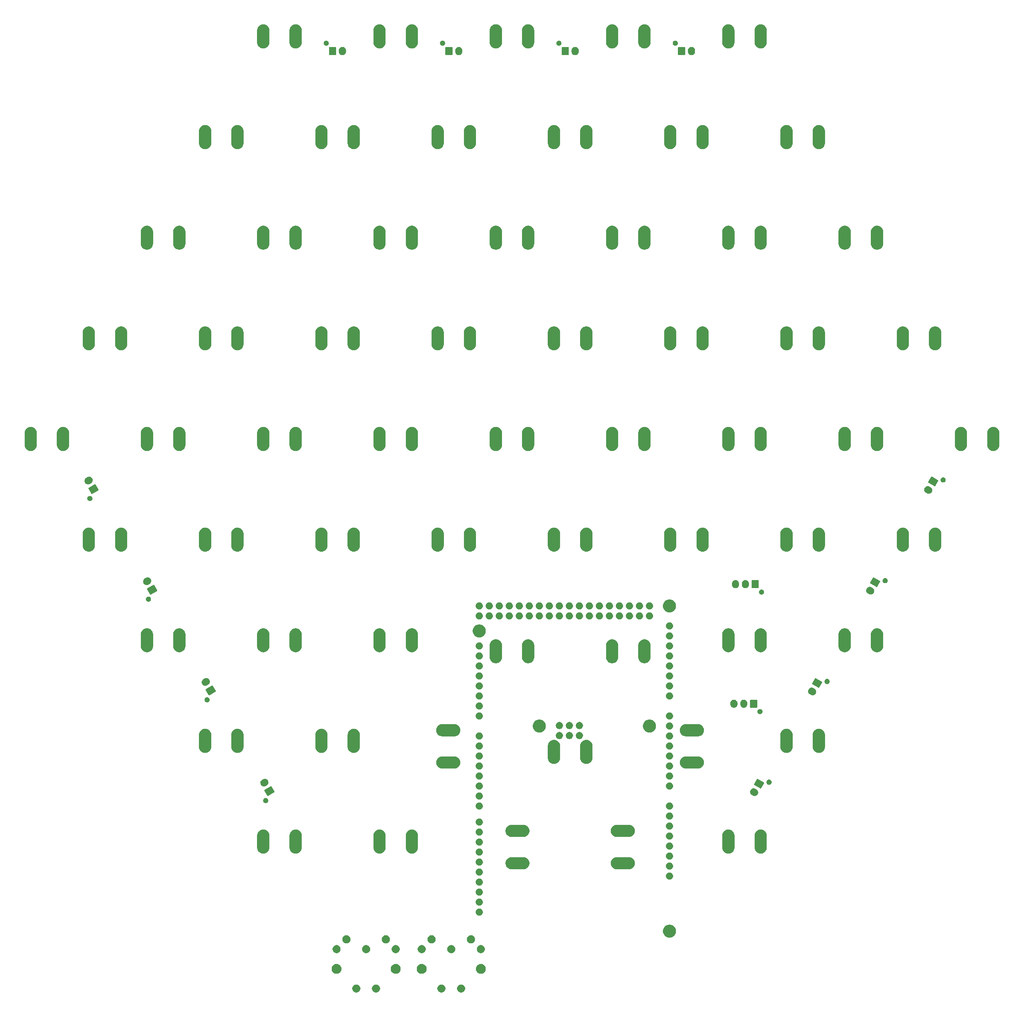
<source format=gbr>
G04 #@! TF.GenerationSoftware,KiCad,Pcbnew,(5.1.5-0-10_14)*
G04 #@! TF.CreationDate,2020-11-09T19:07:26-05:00*
G04 #@! TF.ProjectId,rainboard_newfighter,7261696e-626f-4617-9264-5f6e65776669,rev?*
G04 #@! TF.SameCoordinates,Original*
G04 #@! TF.FileFunction,Soldermask,Bot*
G04 #@! TF.FilePolarity,Negative*
%FSLAX46Y46*%
G04 Gerber Fmt 4.6, Leading zero omitted, Abs format (unit mm)*
G04 Created by KiCad (PCBNEW (5.1.5-0-10_14)) date 2020-11-09 19:07:26*
%MOMM*%
%LPD*%
G04 APERTURE LIST*
%ADD10C,0.100000*%
G04 APERTURE END LIST*
D10*
G36*
X-12600728Y-137113428D02*
G01*
X-12414009Y-137190770D01*
X-12414007Y-137190771D01*
X-12245963Y-137303054D01*
X-12103054Y-137445963D01*
X-11990771Y-137614007D01*
X-11990770Y-137614009D01*
X-11913428Y-137800728D01*
X-11874000Y-137998947D01*
X-11874000Y-138201053D01*
X-11913428Y-138399272D01*
X-11990770Y-138585991D01*
X-11990771Y-138585993D01*
X-12103054Y-138754037D01*
X-12245963Y-138896946D01*
X-12414007Y-139009229D01*
X-12414008Y-139009230D01*
X-12414009Y-139009230D01*
X-12600728Y-139086572D01*
X-12798947Y-139126000D01*
X-13001053Y-139126000D01*
X-13199272Y-139086572D01*
X-13385991Y-139009230D01*
X-13385992Y-139009230D01*
X-13385993Y-139009229D01*
X-13554037Y-138896946D01*
X-13696946Y-138754037D01*
X-13809229Y-138585993D01*
X-13809230Y-138585991D01*
X-13886572Y-138399272D01*
X-13926000Y-138201053D01*
X-13926000Y-137998947D01*
X-13886572Y-137800728D01*
X-13809230Y-137614009D01*
X-13809229Y-137614007D01*
X-13696946Y-137445963D01*
X-13554037Y-137303054D01*
X-13385993Y-137190771D01*
X-13385991Y-137190770D01*
X-13199272Y-137113428D01*
X-13001053Y-137074000D01*
X-12798947Y-137074000D01*
X-12600728Y-137113428D01*
G37*
G36*
X-17600728Y-137113428D02*
G01*
X-17414009Y-137190770D01*
X-17414007Y-137190771D01*
X-17245963Y-137303054D01*
X-17103054Y-137445963D01*
X-16990771Y-137614007D01*
X-16990770Y-137614009D01*
X-16913428Y-137800728D01*
X-16874000Y-137998947D01*
X-16874000Y-138201053D01*
X-16913428Y-138399272D01*
X-16990770Y-138585991D01*
X-16990771Y-138585993D01*
X-17103054Y-138754037D01*
X-17245963Y-138896946D01*
X-17414007Y-139009229D01*
X-17414008Y-139009230D01*
X-17414009Y-139009230D01*
X-17600728Y-139086572D01*
X-17798947Y-139126000D01*
X-18001053Y-139126000D01*
X-18199272Y-139086572D01*
X-18385991Y-139009230D01*
X-18385992Y-139009230D01*
X-18385993Y-139009229D01*
X-18554037Y-138896946D01*
X-18696946Y-138754037D01*
X-18809229Y-138585993D01*
X-18809230Y-138585991D01*
X-18886572Y-138399272D01*
X-18926000Y-138201053D01*
X-18926000Y-137998947D01*
X-18886572Y-137800728D01*
X-18809230Y-137614009D01*
X-18809229Y-137614007D01*
X-18696946Y-137445963D01*
X-18554037Y-137303054D01*
X-18385993Y-137190771D01*
X-18385991Y-137190770D01*
X-18199272Y-137113428D01*
X-18001053Y-137074000D01*
X-17798947Y-137074000D01*
X-17600728Y-137113428D01*
G37*
G36*
X-34200728Y-137113428D02*
G01*
X-34014009Y-137190770D01*
X-34014007Y-137190771D01*
X-33845963Y-137303054D01*
X-33703054Y-137445963D01*
X-33590771Y-137614007D01*
X-33590770Y-137614009D01*
X-33513428Y-137800728D01*
X-33474000Y-137998947D01*
X-33474000Y-138201053D01*
X-33513428Y-138399272D01*
X-33590770Y-138585991D01*
X-33590771Y-138585993D01*
X-33703054Y-138754037D01*
X-33845963Y-138896946D01*
X-34014007Y-139009229D01*
X-34014008Y-139009230D01*
X-34014009Y-139009230D01*
X-34200728Y-139086572D01*
X-34398947Y-139126000D01*
X-34601053Y-139126000D01*
X-34799272Y-139086572D01*
X-34985991Y-139009230D01*
X-34985992Y-139009230D01*
X-34985993Y-139009229D01*
X-35154037Y-138896946D01*
X-35296946Y-138754037D01*
X-35409229Y-138585993D01*
X-35409230Y-138585991D01*
X-35486572Y-138399272D01*
X-35526000Y-138201053D01*
X-35526000Y-137998947D01*
X-35486572Y-137800728D01*
X-35409230Y-137614009D01*
X-35409229Y-137614007D01*
X-35296946Y-137445963D01*
X-35154037Y-137303054D01*
X-34985993Y-137190771D01*
X-34985991Y-137190770D01*
X-34799272Y-137113428D01*
X-34601053Y-137074000D01*
X-34398947Y-137074000D01*
X-34200728Y-137113428D01*
G37*
G36*
X-39200728Y-137113428D02*
G01*
X-39014009Y-137190770D01*
X-39014007Y-137190771D01*
X-38845963Y-137303054D01*
X-38703054Y-137445963D01*
X-38590771Y-137614007D01*
X-38590770Y-137614009D01*
X-38513428Y-137800728D01*
X-38474000Y-137998947D01*
X-38474000Y-138201053D01*
X-38513428Y-138399272D01*
X-38590770Y-138585991D01*
X-38590771Y-138585993D01*
X-38703054Y-138754037D01*
X-38845963Y-138896946D01*
X-39014007Y-139009229D01*
X-39014008Y-139009230D01*
X-39014009Y-139009230D01*
X-39200728Y-139086572D01*
X-39398947Y-139126000D01*
X-39601053Y-139126000D01*
X-39799272Y-139086572D01*
X-39985991Y-139009230D01*
X-39985992Y-139009230D01*
X-39985993Y-139009229D01*
X-40154037Y-138896946D01*
X-40296946Y-138754037D01*
X-40409229Y-138585993D01*
X-40409230Y-138585991D01*
X-40486572Y-138399272D01*
X-40526000Y-138201053D01*
X-40526000Y-137998947D01*
X-40486572Y-137800728D01*
X-40409230Y-137614009D01*
X-40409229Y-137614007D01*
X-40296946Y-137445963D01*
X-40154037Y-137303054D01*
X-39985993Y-137190771D01*
X-39985991Y-137190770D01*
X-39799272Y-137113428D01*
X-39601053Y-137074000D01*
X-39398947Y-137074000D01*
X-39200728Y-137113428D01*
G37*
G36*
X-7535097Y-131897075D02*
G01*
X-7307429Y-131991378D01*
X-7102534Y-132128285D01*
X-6928285Y-132302534D01*
X-6791378Y-132507429D01*
X-6697075Y-132735097D01*
X-6649000Y-132976787D01*
X-6649000Y-133223213D01*
X-6697075Y-133464903D01*
X-6791378Y-133692571D01*
X-6928285Y-133897466D01*
X-7102534Y-134071715D01*
X-7307429Y-134208622D01*
X-7307430Y-134208623D01*
X-7307431Y-134208623D01*
X-7535097Y-134302925D01*
X-7776786Y-134351000D01*
X-8023214Y-134351000D01*
X-8264903Y-134302925D01*
X-8492569Y-134208623D01*
X-8492570Y-134208623D01*
X-8492571Y-134208622D01*
X-8697466Y-134071715D01*
X-8871715Y-133897466D01*
X-9008622Y-133692571D01*
X-9102925Y-133464903D01*
X-9151000Y-133223213D01*
X-9151000Y-132976787D01*
X-9102925Y-132735097D01*
X-9008622Y-132507429D01*
X-8871715Y-132302534D01*
X-8697466Y-132128285D01*
X-8492571Y-131991378D01*
X-8264903Y-131897075D01*
X-8023214Y-131849000D01*
X-7776786Y-131849000D01*
X-7535097Y-131897075D01*
G37*
G36*
X-22535097Y-131897075D02*
G01*
X-22307429Y-131991378D01*
X-22102534Y-132128285D01*
X-21928285Y-132302534D01*
X-21791378Y-132507429D01*
X-21697075Y-132735097D01*
X-21649000Y-132976787D01*
X-21649000Y-133223213D01*
X-21697075Y-133464903D01*
X-21791378Y-133692571D01*
X-21928285Y-133897466D01*
X-22102534Y-134071715D01*
X-22307429Y-134208622D01*
X-22307430Y-134208623D01*
X-22307431Y-134208623D01*
X-22535097Y-134302925D01*
X-22776786Y-134351000D01*
X-23023214Y-134351000D01*
X-23264903Y-134302925D01*
X-23492569Y-134208623D01*
X-23492570Y-134208623D01*
X-23492571Y-134208622D01*
X-23697466Y-134071715D01*
X-23871715Y-133897466D01*
X-24008622Y-133692571D01*
X-24102925Y-133464903D01*
X-24151000Y-133223213D01*
X-24151000Y-132976787D01*
X-24102925Y-132735097D01*
X-24008622Y-132507429D01*
X-23871715Y-132302534D01*
X-23697466Y-132128285D01*
X-23492571Y-131991378D01*
X-23264903Y-131897075D01*
X-23023214Y-131849000D01*
X-22776786Y-131849000D01*
X-22535097Y-131897075D01*
G37*
G36*
X-29135097Y-131897075D02*
G01*
X-28907429Y-131991378D01*
X-28702534Y-132128285D01*
X-28528285Y-132302534D01*
X-28391378Y-132507429D01*
X-28297075Y-132735097D01*
X-28249000Y-132976787D01*
X-28249000Y-133223213D01*
X-28297075Y-133464903D01*
X-28391378Y-133692571D01*
X-28528285Y-133897466D01*
X-28702534Y-134071715D01*
X-28907429Y-134208622D01*
X-28907430Y-134208623D01*
X-28907431Y-134208623D01*
X-29135097Y-134302925D01*
X-29376786Y-134351000D01*
X-29623214Y-134351000D01*
X-29864903Y-134302925D01*
X-30092569Y-134208623D01*
X-30092570Y-134208623D01*
X-30092571Y-134208622D01*
X-30297466Y-134071715D01*
X-30471715Y-133897466D01*
X-30608622Y-133692571D01*
X-30702925Y-133464903D01*
X-30751000Y-133223213D01*
X-30751000Y-132976787D01*
X-30702925Y-132735097D01*
X-30608622Y-132507429D01*
X-30471715Y-132302534D01*
X-30297466Y-132128285D01*
X-30092571Y-131991378D01*
X-29864903Y-131897075D01*
X-29623214Y-131849000D01*
X-29376786Y-131849000D01*
X-29135097Y-131897075D01*
G37*
G36*
X-44135097Y-131897075D02*
G01*
X-43907429Y-131991378D01*
X-43702534Y-132128285D01*
X-43528285Y-132302534D01*
X-43391378Y-132507429D01*
X-43297075Y-132735097D01*
X-43249000Y-132976787D01*
X-43249000Y-133223213D01*
X-43297075Y-133464903D01*
X-43391378Y-133692571D01*
X-43528285Y-133897466D01*
X-43702534Y-134071715D01*
X-43907429Y-134208622D01*
X-43907430Y-134208623D01*
X-43907431Y-134208623D01*
X-44135097Y-134302925D01*
X-44376786Y-134351000D01*
X-44623214Y-134351000D01*
X-44864903Y-134302925D01*
X-45092569Y-134208623D01*
X-45092570Y-134208623D01*
X-45092571Y-134208622D01*
X-45297466Y-134071715D01*
X-45471715Y-133897466D01*
X-45608622Y-133692571D01*
X-45702925Y-133464903D01*
X-45751000Y-133223213D01*
X-45751000Y-132976787D01*
X-45702925Y-132735097D01*
X-45608622Y-132507429D01*
X-45471715Y-132302534D01*
X-45297466Y-132128285D01*
X-45092571Y-131991378D01*
X-44864903Y-131897075D01*
X-44623214Y-131849000D01*
X-44376786Y-131849000D01*
X-44135097Y-131897075D01*
G37*
G36*
X-7600728Y-127113428D02*
G01*
X-7414009Y-127190770D01*
X-7414007Y-127190771D01*
X-7245963Y-127303054D01*
X-7103054Y-127445963D01*
X-6990771Y-127614007D01*
X-6990770Y-127614009D01*
X-6913428Y-127800728D01*
X-6874000Y-127998947D01*
X-6874000Y-128201053D01*
X-6913428Y-128399272D01*
X-6990770Y-128585991D01*
X-6990771Y-128585993D01*
X-7103054Y-128754037D01*
X-7245963Y-128896946D01*
X-7414007Y-129009229D01*
X-7414008Y-129009230D01*
X-7414009Y-129009230D01*
X-7600728Y-129086572D01*
X-7798947Y-129126000D01*
X-8001053Y-129126000D01*
X-8199272Y-129086572D01*
X-8385991Y-129009230D01*
X-8385992Y-129009230D01*
X-8385993Y-129009229D01*
X-8554037Y-128896946D01*
X-8696946Y-128754037D01*
X-8809229Y-128585993D01*
X-8809230Y-128585991D01*
X-8886572Y-128399272D01*
X-8926000Y-128201053D01*
X-8926000Y-127998947D01*
X-8886572Y-127800728D01*
X-8809230Y-127614009D01*
X-8809229Y-127614007D01*
X-8696946Y-127445963D01*
X-8554037Y-127303054D01*
X-8385993Y-127190771D01*
X-8385991Y-127190770D01*
X-8199272Y-127113428D01*
X-8001053Y-127074000D01*
X-7798947Y-127074000D01*
X-7600728Y-127113428D01*
G37*
G36*
X-15100728Y-127113428D02*
G01*
X-14914009Y-127190770D01*
X-14914007Y-127190771D01*
X-14745963Y-127303054D01*
X-14603054Y-127445963D01*
X-14490771Y-127614007D01*
X-14490770Y-127614009D01*
X-14413428Y-127800728D01*
X-14374000Y-127998947D01*
X-14374000Y-128201053D01*
X-14413428Y-128399272D01*
X-14490770Y-128585991D01*
X-14490771Y-128585993D01*
X-14603054Y-128754037D01*
X-14745963Y-128896946D01*
X-14914007Y-129009229D01*
X-14914008Y-129009230D01*
X-14914009Y-129009230D01*
X-15100728Y-129086572D01*
X-15298947Y-129126000D01*
X-15501053Y-129126000D01*
X-15699272Y-129086572D01*
X-15885991Y-129009230D01*
X-15885992Y-129009230D01*
X-15885993Y-129009229D01*
X-16054037Y-128896946D01*
X-16196946Y-128754037D01*
X-16309229Y-128585993D01*
X-16309230Y-128585991D01*
X-16386572Y-128399272D01*
X-16426000Y-128201053D01*
X-16426000Y-127998947D01*
X-16386572Y-127800728D01*
X-16309230Y-127614009D01*
X-16309229Y-127614007D01*
X-16196946Y-127445963D01*
X-16054037Y-127303054D01*
X-15885993Y-127190771D01*
X-15885991Y-127190770D01*
X-15699272Y-127113428D01*
X-15501053Y-127074000D01*
X-15298947Y-127074000D01*
X-15100728Y-127113428D01*
G37*
G36*
X-22600728Y-127113428D02*
G01*
X-22414009Y-127190770D01*
X-22414007Y-127190771D01*
X-22245963Y-127303054D01*
X-22103054Y-127445963D01*
X-21990771Y-127614007D01*
X-21990770Y-127614009D01*
X-21913428Y-127800728D01*
X-21874000Y-127998947D01*
X-21874000Y-128201053D01*
X-21913428Y-128399272D01*
X-21990770Y-128585991D01*
X-21990771Y-128585993D01*
X-22103054Y-128754037D01*
X-22245963Y-128896946D01*
X-22414007Y-129009229D01*
X-22414008Y-129009230D01*
X-22414009Y-129009230D01*
X-22600728Y-129086572D01*
X-22798947Y-129126000D01*
X-23001053Y-129126000D01*
X-23199272Y-129086572D01*
X-23385991Y-129009230D01*
X-23385992Y-129009230D01*
X-23385993Y-129009229D01*
X-23554037Y-128896946D01*
X-23696946Y-128754037D01*
X-23809229Y-128585993D01*
X-23809230Y-128585991D01*
X-23886572Y-128399272D01*
X-23926000Y-128201053D01*
X-23926000Y-127998947D01*
X-23886572Y-127800728D01*
X-23809230Y-127614009D01*
X-23809229Y-127614007D01*
X-23696946Y-127445963D01*
X-23554037Y-127303054D01*
X-23385993Y-127190771D01*
X-23385991Y-127190770D01*
X-23199272Y-127113428D01*
X-23001053Y-127074000D01*
X-22798947Y-127074000D01*
X-22600728Y-127113428D01*
G37*
G36*
X-29200728Y-127113428D02*
G01*
X-29014009Y-127190770D01*
X-29014007Y-127190771D01*
X-28845963Y-127303054D01*
X-28703054Y-127445963D01*
X-28590771Y-127614007D01*
X-28590770Y-127614009D01*
X-28513428Y-127800728D01*
X-28474000Y-127998947D01*
X-28474000Y-128201053D01*
X-28513428Y-128399272D01*
X-28590770Y-128585991D01*
X-28590771Y-128585993D01*
X-28703054Y-128754037D01*
X-28845963Y-128896946D01*
X-29014007Y-129009229D01*
X-29014008Y-129009230D01*
X-29014009Y-129009230D01*
X-29200728Y-129086572D01*
X-29398947Y-129126000D01*
X-29601053Y-129126000D01*
X-29799272Y-129086572D01*
X-29985991Y-129009230D01*
X-29985992Y-129009230D01*
X-29985993Y-129009229D01*
X-30154037Y-128896946D01*
X-30296946Y-128754037D01*
X-30409229Y-128585993D01*
X-30409230Y-128585991D01*
X-30486572Y-128399272D01*
X-30526000Y-128201053D01*
X-30526000Y-127998947D01*
X-30486572Y-127800728D01*
X-30409230Y-127614009D01*
X-30409229Y-127614007D01*
X-30296946Y-127445963D01*
X-30154037Y-127303054D01*
X-29985993Y-127190771D01*
X-29985991Y-127190770D01*
X-29799272Y-127113428D01*
X-29601053Y-127074000D01*
X-29398947Y-127074000D01*
X-29200728Y-127113428D01*
G37*
G36*
X-36700728Y-127113428D02*
G01*
X-36514009Y-127190770D01*
X-36514007Y-127190771D01*
X-36345963Y-127303054D01*
X-36203054Y-127445963D01*
X-36090771Y-127614007D01*
X-36090770Y-127614009D01*
X-36013428Y-127800728D01*
X-35974000Y-127998947D01*
X-35974000Y-128201053D01*
X-36013428Y-128399272D01*
X-36090770Y-128585991D01*
X-36090771Y-128585993D01*
X-36203054Y-128754037D01*
X-36345963Y-128896946D01*
X-36514007Y-129009229D01*
X-36514008Y-129009230D01*
X-36514009Y-129009230D01*
X-36700728Y-129086572D01*
X-36898947Y-129126000D01*
X-37101053Y-129126000D01*
X-37299272Y-129086572D01*
X-37485991Y-129009230D01*
X-37485992Y-129009230D01*
X-37485993Y-129009229D01*
X-37654037Y-128896946D01*
X-37796946Y-128754037D01*
X-37909229Y-128585993D01*
X-37909230Y-128585991D01*
X-37986572Y-128399272D01*
X-38026000Y-128201053D01*
X-38026000Y-127998947D01*
X-37986572Y-127800728D01*
X-37909230Y-127614009D01*
X-37909229Y-127614007D01*
X-37796946Y-127445963D01*
X-37654037Y-127303054D01*
X-37485993Y-127190771D01*
X-37485991Y-127190770D01*
X-37299272Y-127113428D01*
X-37101053Y-127074000D01*
X-36898947Y-127074000D01*
X-36700728Y-127113428D01*
G37*
G36*
X-44200728Y-127113428D02*
G01*
X-44014009Y-127190770D01*
X-44014007Y-127190771D01*
X-43845963Y-127303054D01*
X-43703054Y-127445963D01*
X-43590771Y-127614007D01*
X-43590770Y-127614009D01*
X-43513428Y-127800728D01*
X-43474000Y-127998947D01*
X-43474000Y-128201053D01*
X-43513428Y-128399272D01*
X-43590770Y-128585991D01*
X-43590771Y-128585993D01*
X-43703054Y-128754037D01*
X-43845963Y-128896946D01*
X-44014007Y-129009229D01*
X-44014008Y-129009230D01*
X-44014009Y-129009230D01*
X-44200728Y-129086572D01*
X-44398947Y-129126000D01*
X-44601053Y-129126000D01*
X-44799272Y-129086572D01*
X-44985991Y-129009230D01*
X-44985992Y-129009230D01*
X-44985993Y-129009229D01*
X-45154037Y-128896946D01*
X-45296946Y-128754037D01*
X-45409229Y-128585993D01*
X-45409230Y-128585991D01*
X-45486572Y-128399272D01*
X-45526000Y-128201053D01*
X-45526000Y-127998947D01*
X-45486572Y-127800728D01*
X-45409230Y-127614009D01*
X-45409229Y-127614007D01*
X-45296946Y-127445963D01*
X-45154037Y-127303054D01*
X-44985993Y-127190771D01*
X-44985991Y-127190770D01*
X-44799272Y-127113428D01*
X-44601053Y-127074000D01*
X-44398947Y-127074000D01*
X-44200728Y-127113428D01*
G37*
G36*
X-41700728Y-124613428D02*
G01*
X-41514009Y-124690770D01*
X-41514007Y-124690771D01*
X-41345963Y-124803054D01*
X-41203054Y-124945963D01*
X-41171560Y-124993098D01*
X-41090770Y-125114009D01*
X-41013428Y-125300728D01*
X-40974000Y-125498947D01*
X-40974000Y-125701053D01*
X-41013428Y-125899272D01*
X-41090770Y-126085991D01*
X-41090771Y-126085993D01*
X-41203054Y-126254037D01*
X-41345963Y-126396946D01*
X-41514007Y-126509229D01*
X-41514008Y-126509230D01*
X-41514009Y-126509230D01*
X-41700728Y-126586572D01*
X-41898947Y-126626000D01*
X-42101053Y-126626000D01*
X-42299272Y-126586572D01*
X-42485991Y-126509230D01*
X-42485992Y-126509230D01*
X-42485993Y-126509229D01*
X-42654037Y-126396946D01*
X-42796946Y-126254037D01*
X-42909229Y-126085993D01*
X-42909230Y-126085991D01*
X-42986572Y-125899272D01*
X-43026000Y-125701053D01*
X-43026000Y-125498947D01*
X-42986572Y-125300728D01*
X-42909230Y-125114009D01*
X-42828440Y-124993098D01*
X-42796946Y-124945963D01*
X-42654037Y-124803054D01*
X-42485993Y-124690771D01*
X-42485991Y-124690770D01*
X-42299272Y-124613428D01*
X-42101053Y-124574000D01*
X-41898947Y-124574000D01*
X-41700728Y-124613428D01*
G37*
G36*
X-10100728Y-124613428D02*
G01*
X-9914009Y-124690770D01*
X-9914007Y-124690771D01*
X-9745963Y-124803054D01*
X-9603054Y-124945963D01*
X-9571560Y-124993098D01*
X-9490770Y-125114009D01*
X-9413428Y-125300728D01*
X-9374000Y-125498947D01*
X-9374000Y-125701053D01*
X-9413428Y-125899272D01*
X-9490770Y-126085991D01*
X-9490771Y-126085993D01*
X-9603054Y-126254037D01*
X-9745963Y-126396946D01*
X-9914007Y-126509229D01*
X-9914008Y-126509230D01*
X-9914009Y-126509230D01*
X-10100728Y-126586572D01*
X-10298947Y-126626000D01*
X-10501053Y-126626000D01*
X-10699272Y-126586572D01*
X-10885991Y-126509230D01*
X-10885992Y-126509230D01*
X-10885993Y-126509229D01*
X-11054037Y-126396946D01*
X-11196946Y-126254037D01*
X-11309229Y-126085993D01*
X-11309230Y-126085991D01*
X-11386572Y-125899272D01*
X-11426000Y-125701053D01*
X-11426000Y-125498947D01*
X-11386572Y-125300728D01*
X-11309230Y-125114009D01*
X-11228440Y-124993098D01*
X-11196946Y-124945963D01*
X-11054037Y-124803054D01*
X-10885993Y-124690771D01*
X-10885991Y-124690770D01*
X-10699272Y-124613428D01*
X-10501053Y-124574000D01*
X-10298947Y-124574000D01*
X-10100728Y-124613428D01*
G37*
G36*
X-20100728Y-124613428D02*
G01*
X-19914009Y-124690770D01*
X-19914007Y-124690771D01*
X-19745963Y-124803054D01*
X-19603054Y-124945963D01*
X-19571560Y-124993098D01*
X-19490770Y-125114009D01*
X-19413428Y-125300728D01*
X-19374000Y-125498947D01*
X-19374000Y-125701053D01*
X-19413428Y-125899272D01*
X-19490770Y-126085991D01*
X-19490771Y-126085993D01*
X-19603054Y-126254037D01*
X-19745963Y-126396946D01*
X-19914007Y-126509229D01*
X-19914008Y-126509230D01*
X-19914009Y-126509230D01*
X-20100728Y-126586572D01*
X-20298947Y-126626000D01*
X-20501053Y-126626000D01*
X-20699272Y-126586572D01*
X-20885991Y-126509230D01*
X-20885992Y-126509230D01*
X-20885993Y-126509229D01*
X-21054037Y-126396946D01*
X-21196946Y-126254037D01*
X-21309229Y-126085993D01*
X-21309230Y-126085991D01*
X-21386572Y-125899272D01*
X-21426000Y-125701053D01*
X-21426000Y-125498947D01*
X-21386572Y-125300728D01*
X-21309230Y-125114009D01*
X-21228440Y-124993098D01*
X-21196946Y-124945963D01*
X-21054037Y-124803054D01*
X-20885993Y-124690771D01*
X-20885991Y-124690770D01*
X-20699272Y-124613428D01*
X-20501053Y-124574000D01*
X-20298947Y-124574000D01*
X-20100728Y-124613428D01*
G37*
G36*
X-31700728Y-124613428D02*
G01*
X-31514009Y-124690770D01*
X-31514007Y-124690771D01*
X-31345963Y-124803054D01*
X-31203054Y-124945963D01*
X-31171560Y-124993098D01*
X-31090770Y-125114009D01*
X-31013428Y-125300728D01*
X-30974000Y-125498947D01*
X-30974000Y-125701053D01*
X-31013428Y-125899272D01*
X-31090770Y-126085991D01*
X-31090771Y-126085993D01*
X-31203054Y-126254037D01*
X-31345963Y-126396946D01*
X-31514007Y-126509229D01*
X-31514008Y-126509230D01*
X-31514009Y-126509230D01*
X-31700728Y-126586572D01*
X-31898947Y-126626000D01*
X-32101053Y-126626000D01*
X-32299272Y-126586572D01*
X-32485991Y-126509230D01*
X-32485992Y-126509230D01*
X-32485993Y-126509229D01*
X-32654037Y-126396946D01*
X-32796946Y-126254037D01*
X-32909229Y-126085993D01*
X-32909230Y-126085991D01*
X-32986572Y-125899272D01*
X-33026000Y-125701053D01*
X-33026000Y-125498947D01*
X-32986572Y-125300728D01*
X-32909230Y-125114009D01*
X-32828440Y-124993098D01*
X-32796946Y-124945963D01*
X-32654037Y-124803054D01*
X-32485993Y-124690771D01*
X-32485991Y-124690770D01*
X-32299272Y-124613428D01*
X-32101053Y-124574000D01*
X-31898947Y-124574000D01*
X-31700728Y-124613428D01*
G37*
G36*
X40335256Y-121921298D02*
G01*
X40441579Y-121942447D01*
X40742042Y-122066903D01*
X41012451Y-122247585D01*
X41242415Y-122477549D01*
X41423097Y-122747958D01*
X41547553Y-123048421D01*
X41611000Y-123367391D01*
X41611000Y-123692609D01*
X41547553Y-124011579D01*
X41423097Y-124312042D01*
X41242415Y-124582451D01*
X41012451Y-124812415D01*
X40742042Y-124993097D01*
X40441579Y-125117553D01*
X40335256Y-125138702D01*
X40122611Y-125181000D01*
X39797389Y-125181000D01*
X39584744Y-125138702D01*
X39478421Y-125117553D01*
X39177958Y-124993097D01*
X38907549Y-124812415D01*
X38677585Y-124582451D01*
X38496903Y-124312042D01*
X38372447Y-124011579D01*
X38309000Y-123692609D01*
X38309000Y-123367391D01*
X38372447Y-123048421D01*
X38496903Y-122747958D01*
X38677585Y-122477549D01*
X38907549Y-122247585D01*
X39177958Y-122066903D01*
X39478421Y-121942447D01*
X39584744Y-121921298D01*
X39797389Y-121879000D01*
X40122611Y-121879000D01*
X40335256Y-121921298D01*
G37*
G36*
X-8033222Y-117824547D02*
G01*
X-7866776Y-117893491D01*
X-7716978Y-117993583D01*
X-7589583Y-118120978D01*
X-7489491Y-118270776D01*
X-7420547Y-118437222D01*
X-7385400Y-118613918D01*
X-7385400Y-118794082D01*
X-7420547Y-118970778D01*
X-7489491Y-119137224D01*
X-7589583Y-119287022D01*
X-7716978Y-119414417D01*
X-7866776Y-119514509D01*
X-8033222Y-119583453D01*
X-8209918Y-119618600D01*
X-8390082Y-119618600D01*
X-8566778Y-119583453D01*
X-8733224Y-119514509D01*
X-8883022Y-119414417D01*
X-9010417Y-119287022D01*
X-9110509Y-119137224D01*
X-9179453Y-118970778D01*
X-9214600Y-118794082D01*
X-9214600Y-118613918D01*
X-9179453Y-118437222D01*
X-9110509Y-118270776D01*
X-9010417Y-118120978D01*
X-8883022Y-117993583D01*
X-8733224Y-117893491D01*
X-8566778Y-117824547D01*
X-8390082Y-117789400D01*
X-8209918Y-117789400D01*
X-8033222Y-117824547D01*
G37*
G36*
X-8033222Y-115284547D02*
G01*
X-7866776Y-115353491D01*
X-7716978Y-115453583D01*
X-7589583Y-115580978D01*
X-7489491Y-115730776D01*
X-7420547Y-115897222D01*
X-7385400Y-116073918D01*
X-7385400Y-116254082D01*
X-7420547Y-116430778D01*
X-7489491Y-116597224D01*
X-7589583Y-116747022D01*
X-7716978Y-116874417D01*
X-7866776Y-116974509D01*
X-8033222Y-117043453D01*
X-8209918Y-117078600D01*
X-8390082Y-117078600D01*
X-8566778Y-117043453D01*
X-8733224Y-116974509D01*
X-8883022Y-116874417D01*
X-9010417Y-116747022D01*
X-9110509Y-116597224D01*
X-9179453Y-116430778D01*
X-9214600Y-116254082D01*
X-9214600Y-116073918D01*
X-9179453Y-115897222D01*
X-9110509Y-115730776D01*
X-9010417Y-115580978D01*
X-8883022Y-115453583D01*
X-8733224Y-115353491D01*
X-8566778Y-115284547D01*
X-8390082Y-115249400D01*
X-8209918Y-115249400D01*
X-8033222Y-115284547D01*
G37*
G36*
X-8033222Y-112744547D02*
G01*
X-7866776Y-112813491D01*
X-7716978Y-112913583D01*
X-7589583Y-113040978D01*
X-7489491Y-113190776D01*
X-7420547Y-113357222D01*
X-7385400Y-113533918D01*
X-7385400Y-113714082D01*
X-7420547Y-113890778D01*
X-7489491Y-114057224D01*
X-7589583Y-114207022D01*
X-7716978Y-114334417D01*
X-7866776Y-114434509D01*
X-8033222Y-114503453D01*
X-8209918Y-114538600D01*
X-8390082Y-114538600D01*
X-8566778Y-114503453D01*
X-8733224Y-114434509D01*
X-8883022Y-114334417D01*
X-9010417Y-114207022D01*
X-9110509Y-114057224D01*
X-9179453Y-113890778D01*
X-9214600Y-113714082D01*
X-9214600Y-113533918D01*
X-9179453Y-113357222D01*
X-9110509Y-113190776D01*
X-9010417Y-113040978D01*
X-8883022Y-112913583D01*
X-8733224Y-112813491D01*
X-8566778Y-112744547D01*
X-8390082Y-112709400D01*
X-8209918Y-112709400D01*
X-8033222Y-112744547D01*
G37*
G36*
X-8033222Y-110204547D02*
G01*
X-7866776Y-110273491D01*
X-7716978Y-110373583D01*
X-7589583Y-110500978D01*
X-7489491Y-110650776D01*
X-7420547Y-110817222D01*
X-7385400Y-110993918D01*
X-7385400Y-111174082D01*
X-7420547Y-111350778D01*
X-7489491Y-111517224D01*
X-7589583Y-111667022D01*
X-7716978Y-111794417D01*
X-7866776Y-111894509D01*
X-8033222Y-111963453D01*
X-8209918Y-111998600D01*
X-8390082Y-111998600D01*
X-8566778Y-111963453D01*
X-8733224Y-111894509D01*
X-8883022Y-111794417D01*
X-9010417Y-111667022D01*
X-9110509Y-111517224D01*
X-9179453Y-111350778D01*
X-9214600Y-111174082D01*
X-9214600Y-110993918D01*
X-9179453Y-110817222D01*
X-9110509Y-110650776D01*
X-9010417Y-110500978D01*
X-8883022Y-110373583D01*
X-8733224Y-110273491D01*
X-8566778Y-110204547D01*
X-8390082Y-110169400D01*
X-8209918Y-110169400D01*
X-8033222Y-110204547D01*
G37*
G36*
X40226778Y-108680547D02*
G01*
X40393224Y-108749491D01*
X40543022Y-108849583D01*
X40670417Y-108976978D01*
X40770509Y-109126776D01*
X40839453Y-109293222D01*
X40874600Y-109469918D01*
X40874600Y-109650082D01*
X40839453Y-109826778D01*
X40770509Y-109993224D01*
X40670417Y-110143022D01*
X40543022Y-110270417D01*
X40393224Y-110370509D01*
X40226778Y-110439453D01*
X40050082Y-110474600D01*
X39869918Y-110474600D01*
X39693222Y-110439453D01*
X39526776Y-110370509D01*
X39376978Y-110270417D01*
X39249583Y-110143022D01*
X39149491Y-109993224D01*
X39080547Y-109826778D01*
X39045400Y-109650082D01*
X39045400Y-109469918D01*
X39080547Y-109293222D01*
X39149491Y-109126776D01*
X39249583Y-108976978D01*
X39376978Y-108849583D01*
X39526776Y-108749491D01*
X39693222Y-108680547D01*
X39869918Y-108645400D01*
X40050082Y-108645400D01*
X40226778Y-108680547D01*
G37*
G36*
X-8033222Y-107664547D02*
G01*
X-7866776Y-107733491D01*
X-7716978Y-107833583D01*
X-7589583Y-107960978D01*
X-7489491Y-108110776D01*
X-7420547Y-108277222D01*
X-7385400Y-108453918D01*
X-7385400Y-108634082D01*
X-7420547Y-108810778D01*
X-7489491Y-108977224D01*
X-7589583Y-109127022D01*
X-7716978Y-109254417D01*
X-7866776Y-109354509D01*
X-8033222Y-109423453D01*
X-8209918Y-109458600D01*
X-8390082Y-109458600D01*
X-8566778Y-109423453D01*
X-8733224Y-109354509D01*
X-8883022Y-109254417D01*
X-9010417Y-109127022D01*
X-9110509Y-108977224D01*
X-9179453Y-108810778D01*
X-9214600Y-108634082D01*
X-9214600Y-108453918D01*
X-9179453Y-108277222D01*
X-9110509Y-108110776D01*
X-9010417Y-107960978D01*
X-8883022Y-107833583D01*
X-8733224Y-107733491D01*
X-8566778Y-107664547D01*
X-8390082Y-107629400D01*
X-8209918Y-107629400D01*
X-8033222Y-107664547D01*
G37*
G36*
X40226778Y-106140547D02*
G01*
X40393224Y-106209491D01*
X40543022Y-106309583D01*
X40670417Y-106436978D01*
X40770509Y-106586776D01*
X40839453Y-106753222D01*
X40874600Y-106929918D01*
X40874600Y-107110082D01*
X40839453Y-107286778D01*
X40770509Y-107453224D01*
X40670417Y-107603022D01*
X40543022Y-107730417D01*
X40393224Y-107830509D01*
X40226778Y-107899453D01*
X40050082Y-107934600D01*
X39869918Y-107934600D01*
X39693222Y-107899453D01*
X39526776Y-107830509D01*
X39376978Y-107730417D01*
X39249583Y-107603022D01*
X39149491Y-107453224D01*
X39080547Y-107286778D01*
X39045400Y-107110082D01*
X39045400Y-106929918D01*
X39080547Y-106753222D01*
X39149491Y-106586776D01*
X39249583Y-106436978D01*
X39376978Y-106309583D01*
X39526776Y-106209491D01*
X39693222Y-106140547D01*
X39869918Y-106105400D01*
X40050082Y-106105400D01*
X40226778Y-106140547D01*
G37*
G36*
X29748943Y-104736481D02*
G01*
X29900849Y-104751442D01*
X30193214Y-104840130D01*
X30193216Y-104840131D01*
X30462658Y-104984150D01*
X30698829Y-105177971D01*
X30892650Y-105414142D01*
X30976372Y-105570776D01*
X31036670Y-105683586D01*
X31125358Y-105975951D01*
X31155304Y-106280000D01*
X31125358Y-106584049D01*
X31036670Y-106876414D01*
X31036669Y-106876416D01*
X30892650Y-107145858D01*
X30698829Y-107382029D01*
X30462658Y-107575850D01*
X30193216Y-107719869D01*
X30193214Y-107719870D01*
X29900849Y-107808558D01*
X29748943Y-107823519D01*
X29672991Y-107831000D01*
X26520609Y-107831000D01*
X26444657Y-107823519D01*
X26292751Y-107808558D01*
X26000386Y-107719870D01*
X26000384Y-107719869D01*
X25730942Y-107575850D01*
X25494771Y-107382029D01*
X25300950Y-107145858D01*
X25156931Y-106876416D01*
X25156930Y-106876414D01*
X25068242Y-106584049D01*
X25038296Y-106280000D01*
X25068242Y-105975951D01*
X25156930Y-105683586D01*
X25217228Y-105570776D01*
X25300950Y-105414142D01*
X25494771Y-105177971D01*
X25730942Y-104984150D01*
X26000384Y-104840131D01*
X26000386Y-104840130D01*
X26292751Y-104751442D01*
X26444657Y-104736481D01*
X26520609Y-104729000D01*
X29672991Y-104729000D01*
X29748943Y-104736481D01*
G37*
G36*
X3052143Y-104736481D02*
G01*
X3204049Y-104751442D01*
X3496414Y-104840130D01*
X3496416Y-104840131D01*
X3765858Y-104984150D01*
X4002029Y-105177971D01*
X4195850Y-105414142D01*
X4279572Y-105570776D01*
X4339870Y-105683586D01*
X4428558Y-105975951D01*
X4458504Y-106280000D01*
X4428558Y-106584049D01*
X4339870Y-106876414D01*
X4339869Y-106876416D01*
X4195850Y-107145858D01*
X4002029Y-107382029D01*
X3765858Y-107575850D01*
X3496416Y-107719869D01*
X3496414Y-107719870D01*
X3204049Y-107808558D01*
X3052143Y-107823519D01*
X2976191Y-107831000D01*
X-176191Y-107831000D01*
X-252143Y-107823519D01*
X-404049Y-107808558D01*
X-696414Y-107719870D01*
X-696416Y-107719869D01*
X-965858Y-107575850D01*
X-1202029Y-107382029D01*
X-1395850Y-107145858D01*
X-1539869Y-106876416D01*
X-1539870Y-106876414D01*
X-1628558Y-106584049D01*
X-1658504Y-106280000D01*
X-1628558Y-105975951D01*
X-1539870Y-105683586D01*
X-1479572Y-105570776D01*
X-1395850Y-105414142D01*
X-1202029Y-105177971D01*
X-965858Y-104984150D01*
X-696416Y-104840131D01*
X-696414Y-104840130D01*
X-404049Y-104751442D01*
X-252143Y-104736481D01*
X-176191Y-104729000D01*
X2976191Y-104729000D01*
X3052143Y-104736481D01*
G37*
G36*
X-8033222Y-105124547D02*
G01*
X-7866776Y-105193491D01*
X-7716978Y-105293583D01*
X-7589583Y-105420978D01*
X-7489491Y-105570776D01*
X-7420547Y-105737222D01*
X-7385400Y-105913918D01*
X-7385400Y-106094082D01*
X-7420547Y-106270778D01*
X-7489491Y-106437224D01*
X-7589583Y-106587022D01*
X-7716978Y-106714417D01*
X-7866776Y-106814509D01*
X-8033222Y-106883453D01*
X-8209918Y-106918600D01*
X-8390082Y-106918600D01*
X-8566778Y-106883453D01*
X-8733224Y-106814509D01*
X-8883022Y-106714417D01*
X-9010417Y-106587022D01*
X-9110509Y-106437224D01*
X-9179453Y-106270778D01*
X-9214600Y-106094082D01*
X-9214600Y-105913918D01*
X-9179453Y-105737222D01*
X-9110509Y-105570776D01*
X-9010417Y-105420978D01*
X-8883022Y-105293583D01*
X-8733224Y-105193491D01*
X-8566778Y-105124547D01*
X-8390082Y-105089400D01*
X-8209918Y-105089400D01*
X-8033222Y-105124547D01*
G37*
G36*
X40226778Y-103600547D02*
G01*
X40393224Y-103669491D01*
X40543022Y-103769583D01*
X40670417Y-103896978D01*
X40770509Y-104046776D01*
X40839453Y-104213222D01*
X40874600Y-104389918D01*
X40874600Y-104570082D01*
X40839453Y-104746778D01*
X40770509Y-104913224D01*
X40670417Y-105063022D01*
X40543022Y-105190417D01*
X40393224Y-105290509D01*
X40226778Y-105359453D01*
X40050082Y-105394600D01*
X39869918Y-105394600D01*
X39693222Y-105359453D01*
X39526776Y-105290509D01*
X39376978Y-105190417D01*
X39249583Y-105063022D01*
X39149491Y-104913224D01*
X39080547Y-104746778D01*
X39045400Y-104570082D01*
X39045400Y-104389918D01*
X39080547Y-104213222D01*
X39149491Y-104046776D01*
X39249583Y-103896978D01*
X39376978Y-103769583D01*
X39526776Y-103669491D01*
X39693222Y-103600547D01*
X39869918Y-103565400D01*
X40050082Y-103565400D01*
X40226778Y-103600547D01*
G37*
G36*
X-8033222Y-102584547D02*
G01*
X-7866776Y-102653491D01*
X-7716978Y-102753583D01*
X-7589583Y-102880978D01*
X-7489491Y-103030776D01*
X-7420547Y-103197222D01*
X-7385400Y-103373918D01*
X-7385400Y-103554082D01*
X-7420547Y-103730778D01*
X-7489491Y-103897224D01*
X-7589583Y-104047022D01*
X-7716978Y-104174417D01*
X-7866776Y-104274509D01*
X-8033222Y-104343453D01*
X-8209918Y-104378600D01*
X-8390082Y-104378600D01*
X-8566778Y-104343453D01*
X-8733224Y-104274509D01*
X-8883022Y-104174417D01*
X-9010417Y-104047022D01*
X-9110509Y-103897224D01*
X-9179453Y-103730778D01*
X-9214600Y-103554082D01*
X-9214600Y-103373918D01*
X-9179453Y-103197222D01*
X-9110509Y-103030776D01*
X-9010417Y-102880978D01*
X-8883022Y-102753583D01*
X-8733224Y-102653491D01*
X-8566778Y-102584547D01*
X-8390082Y-102549400D01*
X-8209918Y-102549400D01*
X-8033222Y-102584547D01*
G37*
G36*
X63397748Y-97751442D02*
G01*
X63690113Y-97840130D01*
X63690115Y-97840131D01*
X63959556Y-97984150D01*
X63959558Y-97984151D01*
X63959557Y-97984151D01*
X64195729Y-98177971D01*
X64283095Y-98284426D01*
X64389550Y-98414142D01*
X64529738Y-98676416D01*
X64533570Y-98683586D01*
X64622258Y-98975951D01*
X64644700Y-99203810D01*
X64644700Y-102356190D01*
X64622258Y-102584049D01*
X64570830Y-102753583D01*
X64533569Y-102876416D01*
X64389550Y-103145858D01*
X64195729Y-103382029D01*
X63959558Y-103575850D01*
X63690116Y-103719869D01*
X63690114Y-103719870D01*
X63397749Y-103808558D01*
X63093700Y-103838504D01*
X62789652Y-103808558D01*
X62497287Y-103719870D01*
X62497285Y-103719869D01*
X62227843Y-103575850D01*
X61991672Y-103382029D01*
X61797851Y-103145858D01*
X61653832Y-102876416D01*
X61616571Y-102753583D01*
X61565143Y-102584049D01*
X61542701Y-102356190D01*
X61542700Y-99203811D01*
X61565142Y-98975952D01*
X61653830Y-98683587D01*
X61740976Y-98520548D01*
X61797850Y-98414144D01*
X61896515Y-98293920D01*
X61991671Y-98177971D01*
X62111049Y-98080000D01*
X62227842Y-97984150D01*
X62497284Y-97840131D01*
X62497286Y-97840130D01*
X62789651Y-97751442D01*
X63093700Y-97721496D01*
X63397748Y-97751442D01*
G37*
G36*
X-33292752Y-97751442D02*
G01*
X-33000387Y-97840130D01*
X-33000385Y-97840131D01*
X-32730944Y-97984150D01*
X-32730942Y-97984151D01*
X-32730943Y-97984151D01*
X-32494771Y-98177971D01*
X-32407405Y-98284426D01*
X-32300950Y-98414142D01*
X-32160762Y-98676416D01*
X-32156930Y-98683586D01*
X-32068242Y-98975951D01*
X-32045800Y-99203810D01*
X-32045800Y-102356190D01*
X-32068242Y-102584049D01*
X-32119670Y-102753583D01*
X-32156931Y-102876416D01*
X-32300950Y-103145858D01*
X-32494771Y-103382029D01*
X-32730942Y-103575850D01*
X-33000384Y-103719869D01*
X-33000386Y-103719870D01*
X-33292751Y-103808558D01*
X-33596800Y-103838504D01*
X-33900848Y-103808558D01*
X-34193213Y-103719870D01*
X-34193215Y-103719869D01*
X-34462657Y-103575850D01*
X-34698828Y-103382029D01*
X-34892649Y-103145858D01*
X-35036668Y-102876416D01*
X-35073929Y-102753583D01*
X-35125357Y-102584049D01*
X-35147799Y-102356190D01*
X-35147800Y-99203811D01*
X-35125358Y-98975952D01*
X-35036670Y-98683587D01*
X-34949524Y-98520548D01*
X-34892650Y-98414144D01*
X-34793985Y-98293920D01*
X-34698829Y-98177971D01*
X-34579451Y-98080000D01*
X-34462658Y-97984150D01*
X-34193216Y-97840131D01*
X-34193214Y-97840130D01*
X-33900849Y-97751442D01*
X-33596800Y-97721496D01*
X-33292752Y-97751442D01*
G37*
G36*
X-62789652Y-97751442D02*
G01*
X-62497287Y-97840130D01*
X-62497285Y-97840131D01*
X-62227844Y-97984150D01*
X-62227842Y-97984151D01*
X-62227843Y-97984151D01*
X-61991671Y-98177971D01*
X-61904305Y-98284426D01*
X-61797850Y-98414142D01*
X-61657662Y-98676416D01*
X-61653830Y-98683586D01*
X-61565142Y-98975951D01*
X-61542700Y-99203810D01*
X-61542700Y-102356190D01*
X-61565142Y-102584049D01*
X-61616570Y-102753583D01*
X-61653831Y-102876416D01*
X-61797850Y-103145858D01*
X-61991671Y-103382029D01*
X-62227842Y-103575850D01*
X-62497284Y-103719869D01*
X-62497286Y-103719870D01*
X-62789651Y-103808558D01*
X-63093700Y-103838504D01*
X-63397748Y-103808558D01*
X-63690113Y-103719870D01*
X-63690115Y-103719869D01*
X-63959557Y-103575850D01*
X-64195728Y-103382029D01*
X-64389549Y-103145858D01*
X-64533568Y-102876416D01*
X-64570829Y-102753583D01*
X-64622257Y-102584049D01*
X-64644699Y-102356190D01*
X-64644700Y-99203811D01*
X-64622258Y-98975952D01*
X-64533570Y-98683587D01*
X-64446424Y-98520548D01*
X-64389550Y-98414144D01*
X-64290885Y-98293920D01*
X-64195729Y-98177971D01*
X-64076351Y-98080000D01*
X-63959558Y-97984150D01*
X-63690116Y-97840131D01*
X-63690114Y-97840130D01*
X-63397749Y-97751442D01*
X-63093700Y-97721496D01*
X-62789652Y-97751442D01*
G37*
G36*
X-54589652Y-97751442D02*
G01*
X-54297287Y-97840130D01*
X-54297285Y-97840131D01*
X-54027844Y-97984150D01*
X-54027842Y-97984151D01*
X-54027843Y-97984151D01*
X-53791671Y-98177971D01*
X-53704305Y-98284426D01*
X-53597850Y-98414142D01*
X-53457662Y-98676416D01*
X-53453830Y-98683586D01*
X-53365142Y-98975951D01*
X-53342700Y-99203810D01*
X-53342700Y-102356190D01*
X-53365142Y-102584049D01*
X-53416570Y-102753583D01*
X-53453831Y-102876416D01*
X-53597850Y-103145858D01*
X-53791671Y-103382029D01*
X-54027842Y-103575850D01*
X-54297284Y-103719869D01*
X-54297286Y-103719870D01*
X-54589651Y-103808558D01*
X-54893700Y-103838504D01*
X-55197748Y-103808558D01*
X-55490113Y-103719870D01*
X-55490115Y-103719869D01*
X-55759557Y-103575850D01*
X-55995728Y-103382029D01*
X-56189549Y-103145858D01*
X-56333568Y-102876416D01*
X-56370829Y-102753583D01*
X-56422257Y-102584049D01*
X-56444699Y-102356190D01*
X-56444700Y-99203811D01*
X-56422258Y-98975952D01*
X-56333570Y-98683587D01*
X-56246424Y-98520548D01*
X-56189550Y-98414144D01*
X-56090885Y-98293920D01*
X-55995729Y-98177971D01*
X-55876351Y-98080000D01*
X-55759558Y-97984150D01*
X-55490116Y-97840131D01*
X-55490114Y-97840130D01*
X-55197749Y-97751442D01*
X-54893700Y-97721496D01*
X-54589652Y-97751442D01*
G37*
G36*
X55197748Y-97751442D02*
G01*
X55490113Y-97840130D01*
X55490115Y-97840131D01*
X55759556Y-97984150D01*
X55759558Y-97984151D01*
X55759557Y-97984151D01*
X55995729Y-98177971D01*
X56083095Y-98284426D01*
X56189550Y-98414142D01*
X56329738Y-98676416D01*
X56333570Y-98683586D01*
X56422258Y-98975951D01*
X56444700Y-99203810D01*
X56444700Y-102356190D01*
X56422258Y-102584049D01*
X56370830Y-102753583D01*
X56333569Y-102876416D01*
X56189550Y-103145858D01*
X55995729Y-103382029D01*
X55759558Y-103575850D01*
X55490116Y-103719869D01*
X55490114Y-103719870D01*
X55197749Y-103808558D01*
X54893700Y-103838504D01*
X54589652Y-103808558D01*
X54297287Y-103719870D01*
X54297285Y-103719869D01*
X54027843Y-103575850D01*
X53791672Y-103382029D01*
X53597851Y-103145858D01*
X53453832Y-102876416D01*
X53416571Y-102753583D01*
X53365143Y-102584049D01*
X53342701Y-102356190D01*
X53342700Y-99203811D01*
X53365142Y-98975952D01*
X53453830Y-98683587D01*
X53540976Y-98520548D01*
X53597850Y-98414144D01*
X53696515Y-98293920D01*
X53791671Y-98177971D01*
X53911049Y-98080000D01*
X54027842Y-97984150D01*
X54297284Y-97840131D01*
X54297286Y-97840130D01*
X54589651Y-97751442D01*
X54893700Y-97721496D01*
X55197748Y-97751442D01*
G37*
G36*
X-25092752Y-97751442D02*
G01*
X-24800387Y-97840130D01*
X-24800385Y-97840131D01*
X-24530944Y-97984150D01*
X-24530942Y-97984151D01*
X-24530943Y-97984151D01*
X-24294771Y-98177971D01*
X-24207405Y-98284426D01*
X-24100950Y-98414142D01*
X-23960762Y-98676416D01*
X-23956930Y-98683586D01*
X-23868242Y-98975951D01*
X-23845800Y-99203810D01*
X-23845800Y-102356190D01*
X-23868242Y-102584049D01*
X-23919670Y-102753583D01*
X-23956931Y-102876416D01*
X-24100950Y-103145858D01*
X-24294771Y-103382029D01*
X-24530942Y-103575850D01*
X-24800384Y-103719869D01*
X-24800386Y-103719870D01*
X-25092751Y-103808558D01*
X-25396800Y-103838504D01*
X-25700848Y-103808558D01*
X-25993213Y-103719870D01*
X-25993215Y-103719869D01*
X-26262657Y-103575850D01*
X-26498828Y-103382029D01*
X-26692649Y-103145858D01*
X-26836668Y-102876416D01*
X-26873929Y-102753583D01*
X-26925357Y-102584049D01*
X-26947799Y-102356190D01*
X-26947800Y-99203811D01*
X-26925358Y-98975952D01*
X-26836670Y-98683587D01*
X-26749524Y-98520548D01*
X-26692650Y-98414144D01*
X-26593985Y-98293920D01*
X-26498829Y-98177971D01*
X-26379451Y-98080000D01*
X-26262658Y-97984150D01*
X-25993216Y-97840131D01*
X-25993214Y-97840130D01*
X-25700849Y-97751442D01*
X-25396800Y-97721496D01*
X-25092752Y-97751442D01*
G37*
G36*
X40226778Y-101060547D02*
G01*
X40393224Y-101129491D01*
X40543022Y-101229583D01*
X40670417Y-101356978D01*
X40770509Y-101506776D01*
X40839453Y-101673222D01*
X40874600Y-101849918D01*
X40874600Y-102030082D01*
X40839453Y-102206778D01*
X40770509Y-102373224D01*
X40670417Y-102523022D01*
X40543022Y-102650417D01*
X40393224Y-102750509D01*
X40226778Y-102819453D01*
X40050082Y-102854600D01*
X39869918Y-102854600D01*
X39693222Y-102819453D01*
X39526776Y-102750509D01*
X39376978Y-102650417D01*
X39249583Y-102523022D01*
X39149491Y-102373224D01*
X39080547Y-102206778D01*
X39045400Y-102030082D01*
X39045400Y-101849918D01*
X39080547Y-101673222D01*
X39149491Y-101506776D01*
X39249583Y-101356978D01*
X39376978Y-101229583D01*
X39526776Y-101129491D01*
X39693222Y-101060547D01*
X39869918Y-101025400D01*
X40050082Y-101025400D01*
X40226778Y-101060547D01*
G37*
G36*
X-8033222Y-100044547D02*
G01*
X-7866776Y-100113491D01*
X-7716978Y-100213583D01*
X-7589583Y-100340978D01*
X-7489491Y-100490776D01*
X-7420547Y-100657222D01*
X-7385400Y-100833918D01*
X-7385400Y-101014082D01*
X-7420547Y-101190778D01*
X-7489491Y-101357224D01*
X-7589583Y-101507022D01*
X-7716978Y-101634417D01*
X-7866776Y-101734509D01*
X-8033222Y-101803453D01*
X-8209918Y-101838600D01*
X-8390082Y-101838600D01*
X-8566778Y-101803453D01*
X-8733224Y-101734509D01*
X-8883022Y-101634417D01*
X-9010417Y-101507022D01*
X-9110509Y-101357224D01*
X-9179453Y-101190778D01*
X-9214600Y-101014082D01*
X-9214600Y-100833918D01*
X-9179453Y-100657222D01*
X-9110509Y-100490776D01*
X-9010417Y-100340978D01*
X-8883022Y-100213583D01*
X-8733224Y-100113491D01*
X-8566778Y-100044547D01*
X-8390082Y-100009400D01*
X-8209918Y-100009400D01*
X-8033222Y-100044547D01*
G37*
G36*
X40226778Y-98520547D02*
G01*
X40393224Y-98589491D01*
X40543022Y-98689583D01*
X40670417Y-98816978D01*
X40770509Y-98966776D01*
X40839453Y-99133222D01*
X40874600Y-99309918D01*
X40874600Y-99490082D01*
X40839453Y-99666778D01*
X40770509Y-99833224D01*
X40670417Y-99983022D01*
X40543022Y-100110417D01*
X40393224Y-100210509D01*
X40226778Y-100279453D01*
X40050082Y-100314600D01*
X39869918Y-100314600D01*
X39693222Y-100279453D01*
X39526776Y-100210509D01*
X39376978Y-100110417D01*
X39249583Y-99983022D01*
X39149491Y-99833224D01*
X39080547Y-99666778D01*
X39045400Y-99490082D01*
X39045400Y-99309918D01*
X39080547Y-99133222D01*
X39149491Y-98966776D01*
X39249583Y-98816978D01*
X39376978Y-98689583D01*
X39526776Y-98589491D01*
X39693222Y-98520547D01*
X39869918Y-98485400D01*
X40050082Y-98485400D01*
X40226778Y-98520547D01*
G37*
G36*
X3052143Y-96536481D02*
G01*
X3204049Y-96551442D01*
X3496414Y-96640130D01*
X3496416Y-96640131D01*
X3765858Y-96784150D01*
X4002029Y-96977971D01*
X4195850Y-97214142D01*
X4339869Y-97483584D01*
X4339870Y-97483586D01*
X4428558Y-97775951D01*
X4458504Y-98080000D01*
X4428558Y-98384049D01*
X4347646Y-98650779D01*
X4339869Y-98676416D01*
X4195850Y-98945858D01*
X4002029Y-99182029D01*
X3765858Y-99375850D01*
X3496416Y-99519869D01*
X3496414Y-99519870D01*
X3204049Y-99608558D01*
X3052143Y-99623519D01*
X2976191Y-99631000D01*
X-176191Y-99631000D01*
X-252143Y-99623519D01*
X-404049Y-99608558D01*
X-696414Y-99519870D01*
X-696416Y-99519869D01*
X-965858Y-99375850D01*
X-1202029Y-99182029D01*
X-1395850Y-98945858D01*
X-1539869Y-98676416D01*
X-1547646Y-98650779D01*
X-1628558Y-98384049D01*
X-1658504Y-98080000D01*
X-1628558Y-97775951D01*
X-1539870Y-97483586D01*
X-1539869Y-97483584D01*
X-1395850Y-97214142D01*
X-1202029Y-96977971D01*
X-965858Y-96784150D01*
X-696416Y-96640131D01*
X-696414Y-96640130D01*
X-404049Y-96551442D01*
X-252143Y-96536481D01*
X-176191Y-96529000D01*
X2976191Y-96529000D01*
X3052143Y-96536481D01*
G37*
G36*
X29748943Y-96536481D02*
G01*
X29900849Y-96551442D01*
X30193214Y-96640130D01*
X30193216Y-96640131D01*
X30462658Y-96784150D01*
X30698829Y-96977971D01*
X30892650Y-97214142D01*
X31036669Y-97483584D01*
X31036670Y-97483586D01*
X31125358Y-97775951D01*
X31155304Y-98080000D01*
X31125358Y-98384049D01*
X31044446Y-98650779D01*
X31036669Y-98676416D01*
X30892650Y-98945858D01*
X30698829Y-99182029D01*
X30462658Y-99375850D01*
X30193216Y-99519869D01*
X30193214Y-99519870D01*
X29900849Y-99608558D01*
X29748943Y-99623519D01*
X29672991Y-99631000D01*
X26520609Y-99631000D01*
X26444657Y-99623519D01*
X26292751Y-99608558D01*
X26000386Y-99519870D01*
X26000384Y-99519869D01*
X25730942Y-99375850D01*
X25494771Y-99182029D01*
X25300950Y-98945858D01*
X25156931Y-98676416D01*
X25149154Y-98650779D01*
X25068242Y-98384049D01*
X25038296Y-98080000D01*
X25068242Y-97775951D01*
X25156930Y-97483586D01*
X25156931Y-97483584D01*
X25300950Y-97214142D01*
X25494771Y-96977971D01*
X25730942Y-96784150D01*
X26000384Y-96640131D01*
X26000386Y-96640130D01*
X26292751Y-96551442D01*
X26444657Y-96536481D01*
X26520609Y-96529000D01*
X29672991Y-96529000D01*
X29748943Y-96536481D01*
G37*
G36*
X-8033222Y-97504547D02*
G01*
X-7866776Y-97573491D01*
X-7716978Y-97673583D01*
X-7589583Y-97800978D01*
X-7489491Y-97950776D01*
X-7420547Y-98117222D01*
X-7385400Y-98293918D01*
X-7385400Y-98474082D01*
X-7420547Y-98650778D01*
X-7489491Y-98817224D01*
X-7589583Y-98967022D01*
X-7716978Y-99094417D01*
X-7866776Y-99194509D01*
X-8033222Y-99263453D01*
X-8209918Y-99298600D01*
X-8390082Y-99298600D01*
X-8566778Y-99263453D01*
X-8733224Y-99194509D01*
X-8883022Y-99094417D01*
X-9010417Y-98967022D01*
X-9110509Y-98817224D01*
X-9179453Y-98650778D01*
X-9214600Y-98474082D01*
X-9214600Y-98293918D01*
X-9179453Y-98117222D01*
X-9110509Y-97950776D01*
X-9010417Y-97800978D01*
X-8883022Y-97673583D01*
X-8733224Y-97573491D01*
X-8566778Y-97504547D01*
X-8390082Y-97469400D01*
X-8209918Y-97469400D01*
X-8033222Y-97504547D01*
G37*
G36*
X40226778Y-95980547D02*
G01*
X40393224Y-96049491D01*
X40543022Y-96149583D01*
X40670417Y-96276978D01*
X40770509Y-96426776D01*
X40839453Y-96593222D01*
X40874600Y-96769918D01*
X40874600Y-96950082D01*
X40839453Y-97126778D01*
X40770509Y-97293224D01*
X40670417Y-97443022D01*
X40543022Y-97570417D01*
X40393224Y-97670509D01*
X40226778Y-97739453D01*
X40050082Y-97774600D01*
X39869918Y-97774600D01*
X39693222Y-97739453D01*
X39526776Y-97670509D01*
X39376978Y-97570417D01*
X39249583Y-97443022D01*
X39149491Y-97293224D01*
X39080547Y-97126778D01*
X39045400Y-96950082D01*
X39045400Y-96769918D01*
X39080547Y-96593222D01*
X39149491Y-96426776D01*
X39249583Y-96276978D01*
X39376978Y-96149583D01*
X39526776Y-96049491D01*
X39693222Y-95980547D01*
X39869918Y-95945400D01*
X40050082Y-95945400D01*
X40226778Y-95980547D01*
G37*
G36*
X-8033222Y-94964547D02*
G01*
X-7866776Y-95033491D01*
X-7716978Y-95133583D01*
X-7589583Y-95260978D01*
X-7489491Y-95410776D01*
X-7420547Y-95577222D01*
X-7385400Y-95753918D01*
X-7385400Y-95934082D01*
X-7420547Y-96110778D01*
X-7489491Y-96277224D01*
X-7589583Y-96427022D01*
X-7716978Y-96554417D01*
X-7866776Y-96654509D01*
X-8033222Y-96723453D01*
X-8209918Y-96758600D01*
X-8390082Y-96758600D01*
X-8566778Y-96723453D01*
X-8733224Y-96654509D01*
X-8883022Y-96554417D01*
X-9010417Y-96427022D01*
X-9110509Y-96277224D01*
X-9179453Y-96110778D01*
X-9214600Y-95934082D01*
X-9214600Y-95753918D01*
X-9179453Y-95577222D01*
X-9110509Y-95410776D01*
X-9010417Y-95260978D01*
X-8883022Y-95133583D01*
X-8733224Y-95033491D01*
X-8566778Y-94964547D01*
X-8390082Y-94929400D01*
X-8209918Y-94929400D01*
X-8033222Y-94964547D01*
G37*
G36*
X40226778Y-93440547D02*
G01*
X40393224Y-93509491D01*
X40543022Y-93609583D01*
X40670417Y-93736978D01*
X40770509Y-93886776D01*
X40839453Y-94053222D01*
X40874600Y-94229918D01*
X40874600Y-94410082D01*
X40839453Y-94586778D01*
X40770509Y-94753224D01*
X40670417Y-94903022D01*
X40543022Y-95030417D01*
X40393224Y-95130509D01*
X40226778Y-95199453D01*
X40050082Y-95234600D01*
X39869918Y-95234600D01*
X39693222Y-95199453D01*
X39526776Y-95130509D01*
X39376978Y-95030417D01*
X39249583Y-94903022D01*
X39149491Y-94753224D01*
X39080547Y-94586778D01*
X39045400Y-94410082D01*
X39045400Y-94229918D01*
X39080547Y-94053222D01*
X39149491Y-93886776D01*
X39249583Y-93736978D01*
X39376978Y-93609583D01*
X39526776Y-93509491D01*
X39693222Y-93440547D01*
X39869918Y-93405400D01*
X40050082Y-93405400D01*
X40226778Y-93440547D01*
G37*
G36*
X40226778Y-90900547D02*
G01*
X40393224Y-90969491D01*
X40543022Y-91069583D01*
X40670417Y-91196978D01*
X40770509Y-91346776D01*
X40839453Y-91513222D01*
X40874600Y-91689918D01*
X40874600Y-91870082D01*
X40839453Y-92046778D01*
X40770509Y-92213224D01*
X40670417Y-92363022D01*
X40543022Y-92490417D01*
X40393224Y-92590509D01*
X40226778Y-92659453D01*
X40050082Y-92694600D01*
X39869918Y-92694600D01*
X39693222Y-92659453D01*
X39526776Y-92590509D01*
X39376978Y-92490417D01*
X39249583Y-92363022D01*
X39149491Y-92213224D01*
X39080547Y-92046778D01*
X39045400Y-91870082D01*
X39045400Y-91689918D01*
X39080547Y-91513222D01*
X39149491Y-91346776D01*
X39249583Y-91196978D01*
X39376978Y-91069583D01*
X39526776Y-90969491D01*
X39693222Y-90900547D01*
X39869918Y-90865400D01*
X40050082Y-90865400D01*
X40226778Y-90900547D01*
G37*
G36*
X-8033222Y-90900547D02*
G01*
X-7866776Y-90969491D01*
X-7716978Y-91069583D01*
X-7589583Y-91196978D01*
X-7489491Y-91346776D01*
X-7420547Y-91513222D01*
X-7385400Y-91689918D01*
X-7385400Y-91870082D01*
X-7420547Y-92046778D01*
X-7489491Y-92213224D01*
X-7589583Y-92363022D01*
X-7716978Y-92490417D01*
X-7866776Y-92590509D01*
X-8033222Y-92659453D01*
X-8209918Y-92694600D01*
X-8390082Y-92694600D01*
X-8566778Y-92659453D01*
X-8733224Y-92590509D01*
X-8883022Y-92490417D01*
X-9010417Y-92363022D01*
X-9110509Y-92213224D01*
X-9179453Y-92046778D01*
X-9214600Y-91870082D01*
X-9214600Y-91689918D01*
X-9179453Y-91513222D01*
X-9110509Y-91346776D01*
X-9010417Y-91196978D01*
X-8883022Y-91069583D01*
X-8733224Y-90969491D01*
X-8566778Y-90900547D01*
X-8390082Y-90865400D01*
X-8209918Y-90865400D01*
X-8033222Y-90900547D01*
G37*
G36*
X-62289361Y-89742258D02*
G01*
X-62170887Y-89791332D01*
X-62123460Y-89823022D01*
X-62064263Y-89862576D01*
X-61973586Y-89953253D01*
X-61902341Y-90059879D01*
X-61863106Y-90154600D01*
X-61853268Y-90178351D01*
X-61828251Y-90304123D01*
X-61828251Y-90432359D01*
X-61853268Y-90558131D01*
X-61902342Y-90676605D01*
X-61973586Y-90783229D01*
X-62064263Y-90873906D01*
X-62170887Y-90945150D01*
X-62170888Y-90945151D01*
X-62170889Y-90945151D01*
X-62289361Y-90994224D01*
X-62415132Y-91019241D01*
X-62543370Y-91019241D01*
X-62669141Y-90994224D01*
X-62787613Y-90945151D01*
X-62787614Y-90945151D01*
X-62787615Y-90945150D01*
X-62894239Y-90873906D01*
X-62984916Y-90783229D01*
X-63056160Y-90676605D01*
X-63105234Y-90558131D01*
X-63130251Y-90432359D01*
X-63130251Y-90304123D01*
X-63105234Y-90178351D01*
X-63095396Y-90154600D01*
X-63056161Y-90059879D01*
X-62984916Y-89953253D01*
X-62894239Y-89862576D01*
X-62835042Y-89823022D01*
X-62787615Y-89791332D01*
X-62669141Y-89742258D01*
X-62543370Y-89717241D01*
X-62415132Y-89717241D01*
X-62289361Y-89742258D01*
G37*
G36*
X-8033222Y-88360547D02*
G01*
X-7866776Y-88429491D01*
X-7716978Y-88529583D01*
X-7589583Y-88656978D01*
X-7489491Y-88806776D01*
X-7420547Y-88973222D01*
X-7385400Y-89149918D01*
X-7385400Y-89330082D01*
X-7420547Y-89506778D01*
X-7489491Y-89673224D01*
X-7589583Y-89823022D01*
X-7716978Y-89950417D01*
X-7866776Y-90050509D01*
X-8033222Y-90119453D01*
X-8209918Y-90154600D01*
X-8390082Y-90154600D01*
X-8566778Y-90119453D01*
X-8733224Y-90050509D01*
X-8883022Y-89950417D01*
X-9010417Y-89823022D01*
X-9110509Y-89673224D01*
X-9179453Y-89506778D01*
X-9214600Y-89330082D01*
X-9214600Y-89149918D01*
X-9179453Y-88973222D01*
X-9110509Y-88806776D01*
X-9010417Y-88656978D01*
X-8883022Y-88529583D01*
X-8733224Y-88429491D01*
X-8566778Y-88360547D01*
X-8390082Y-88325400D01*
X-8209918Y-88325400D01*
X-8033222Y-88360547D01*
G37*
G36*
X61414965Y-87281650D02*
G01*
X61424734Y-87283928D01*
X61587813Y-87321952D01*
X61662746Y-87355904D01*
X61708967Y-87376846D01*
X62045429Y-87571102D01*
X62121439Y-87625570D01*
X62153548Y-87648579D01*
X62274873Y-87778116D01*
X62368595Y-87928834D01*
X62368595Y-87928835D01*
X62431112Y-88094936D01*
X62439339Y-88144768D01*
X62460024Y-88270049D01*
X62454217Y-88447436D01*
X62413915Y-88620281D01*
X62413914Y-88620283D01*
X62340668Y-88781942D01*
X62284769Y-88859949D01*
X62237289Y-88926208D01*
X62107752Y-89047533D01*
X61975152Y-89129988D01*
X61957033Y-89141255D01*
X61790932Y-89203772D01*
X61741100Y-89211999D01*
X61615818Y-89232684D01*
X61438431Y-89226877D01*
X61265587Y-89186576D01*
X61245177Y-89177328D01*
X61144433Y-89131682D01*
X60807971Y-88937426D01*
X60699853Y-88859950D01*
X60650049Y-88806775D01*
X60578527Y-88730412D01*
X60484805Y-88579693D01*
X60465945Y-88529583D01*
X60422286Y-88413587D01*
X60393376Y-88238478D01*
X60399182Y-88061095D01*
X60405785Y-88032775D01*
X60439484Y-87888247D01*
X60512732Y-87726585D01*
X60526335Y-87707602D01*
X60616110Y-87582321D01*
X60692784Y-87510508D01*
X60745648Y-87460995D01*
X60896367Y-87367273D01*
X61062473Y-87304754D01*
X61237582Y-87275844D01*
X61414965Y-87281650D01*
G37*
G36*
X-61106611Y-86748120D02*
G01*
X-61074298Y-86760282D01*
X-61044968Y-86778520D01*
X-61019763Y-86802127D01*
X-60996055Y-86835212D01*
X-60955011Y-86906303D01*
X-60955007Y-86906308D01*
X-60319007Y-88007892D01*
X-60319002Y-88007902D01*
X-60277961Y-88078988D01*
X-60261163Y-88116061D01*
X-60253320Y-88149697D01*
X-60252190Y-88184207D01*
X-60257816Y-88218285D01*
X-60269978Y-88250598D01*
X-60288216Y-88279928D01*
X-60311823Y-88305133D01*
X-60344908Y-88328841D01*
X-60415999Y-88369885D01*
X-60416004Y-88369889D01*
X-61777396Y-89155889D01*
X-61777406Y-89155894D01*
X-61848492Y-89196935D01*
X-61885565Y-89213733D01*
X-61919201Y-89221576D01*
X-61953711Y-89222706D01*
X-61987789Y-89217080D01*
X-62020102Y-89204918D01*
X-62049432Y-89186680D01*
X-62074637Y-89163073D01*
X-62098345Y-89129988D01*
X-62139389Y-89058897D01*
X-62139393Y-89058892D01*
X-62775393Y-87957308D01*
X-62775398Y-87957298D01*
X-62816439Y-87886212D01*
X-62833237Y-87849139D01*
X-62841080Y-87815503D01*
X-62842210Y-87780993D01*
X-62836584Y-87746915D01*
X-62824422Y-87714602D01*
X-62806184Y-87685272D01*
X-62782577Y-87660067D01*
X-62749492Y-87636359D01*
X-62678401Y-87595315D01*
X-62678396Y-87595311D01*
X-61317004Y-86809311D01*
X-61316994Y-86809306D01*
X-61245908Y-86768265D01*
X-61208835Y-86751467D01*
X-61175199Y-86743624D01*
X-61140689Y-86742494D01*
X-61106611Y-86748120D01*
G37*
G36*
X40226778Y-85820547D02*
G01*
X40393224Y-85889491D01*
X40543022Y-85989583D01*
X40670417Y-86116978D01*
X40770509Y-86266776D01*
X40839453Y-86433222D01*
X40874600Y-86609918D01*
X40874600Y-86790082D01*
X40839453Y-86966778D01*
X40770509Y-87133224D01*
X40670417Y-87283022D01*
X40543022Y-87410417D01*
X40393224Y-87510509D01*
X40226778Y-87579453D01*
X40050082Y-87614600D01*
X39869918Y-87614600D01*
X39693222Y-87579453D01*
X39526776Y-87510509D01*
X39376978Y-87410417D01*
X39249583Y-87283022D01*
X39149491Y-87133224D01*
X39080547Y-86966778D01*
X39045400Y-86790082D01*
X39045400Y-86609918D01*
X39080547Y-86433222D01*
X39149491Y-86266776D01*
X39249583Y-86116978D01*
X39376978Y-85989583D01*
X39526776Y-85889491D01*
X39693222Y-85820547D01*
X39869918Y-85785400D01*
X40050082Y-85785400D01*
X40226778Y-85820547D01*
G37*
G36*
X-8033222Y-85820547D02*
G01*
X-7866776Y-85889491D01*
X-7716978Y-85989583D01*
X-7589583Y-86116978D01*
X-7489491Y-86266776D01*
X-7420547Y-86433222D01*
X-7385400Y-86609918D01*
X-7385400Y-86790082D01*
X-7420547Y-86966778D01*
X-7489491Y-87133224D01*
X-7589583Y-87283022D01*
X-7716978Y-87410417D01*
X-7866776Y-87510509D01*
X-8033222Y-87579453D01*
X-8209918Y-87614600D01*
X-8390082Y-87614600D01*
X-8566778Y-87579453D01*
X-8733224Y-87510509D01*
X-8883022Y-87410417D01*
X-9010417Y-87283022D01*
X-9110509Y-87133224D01*
X-9179453Y-86966778D01*
X-9214600Y-86790082D01*
X-9214600Y-86609918D01*
X-9179453Y-86433222D01*
X-9110509Y-86266776D01*
X-9010417Y-86116978D01*
X-8883022Y-85989583D01*
X-8733224Y-85889491D01*
X-8566778Y-85820547D01*
X-8390082Y-85785400D01*
X-8209918Y-85785400D01*
X-8033222Y-85820547D01*
G37*
G36*
X62304699Y-84850224D02*
G01*
X62338335Y-84858067D01*
X62375408Y-84874865D01*
X62446494Y-84915906D01*
X62446504Y-84915911D01*
X63807896Y-85701911D01*
X63807901Y-85701915D01*
X63878992Y-85742959D01*
X63912077Y-85766667D01*
X63935684Y-85791872D01*
X63953922Y-85821202D01*
X63966084Y-85853515D01*
X63971710Y-85887593D01*
X63970580Y-85922103D01*
X63962737Y-85955739D01*
X63945939Y-85992812D01*
X63904898Y-86063898D01*
X63904893Y-86063908D01*
X63268893Y-87165492D01*
X63268889Y-87165497D01*
X63227845Y-87236588D01*
X63204137Y-87269673D01*
X63178932Y-87293280D01*
X63149602Y-87311518D01*
X63117289Y-87323680D01*
X63083211Y-87329306D01*
X63048701Y-87328176D01*
X63015065Y-87320333D01*
X62977992Y-87303535D01*
X62906906Y-87262494D01*
X62906896Y-87262489D01*
X61545504Y-86476489D01*
X61545499Y-86476485D01*
X61474408Y-86435441D01*
X61441323Y-86411733D01*
X61417716Y-86386528D01*
X61399478Y-86357198D01*
X61387316Y-86324885D01*
X61381690Y-86290807D01*
X61382820Y-86256297D01*
X61390663Y-86222661D01*
X61407461Y-86185588D01*
X61448502Y-86114502D01*
X61448507Y-86114492D01*
X62084507Y-85012908D01*
X62084511Y-85012903D01*
X62125555Y-84941812D01*
X62149263Y-84908727D01*
X62174468Y-84885120D01*
X62203798Y-84866882D01*
X62236111Y-84854720D01*
X62270189Y-84849094D01*
X62304699Y-84850224D01*
G37*
G36*
X-62482800Y-84859801D02*
G01*
X-62432968Y-84868028D01*
X-62266867Y-84930545D01*
X-62116148Y-85024267D01*
X-61986611Y-85145592D01*
X-61943456Y-85205816D01*
X-61883232Y-85289858D01*
X-61859884Y-85341389D01*
X-61809985Y-85451519D01*
X-61769683Y-85624364D01*
X-61763876Y-85801751D01*
X-61782422Y-85914076D01*
X-61792788Y-85976864D01*
X-61825550Y-86063908D01*
X-61855305Y-86142966D01*
X-61949027Y-86293684D01*
X-62006043Y-86354559D01*
X-62070353Y-86423222D01*
X-62178471Y-86500698D01*
X-62514933Y-86694954D01*
X-62561154Y-86715896D01*
X-62636087Y-86749848D01*
X-62784602Y-86784476D01*
X-62808935Y-86790150D01*
X-62986318Y-86795956D01*
X-63161427Y-86767046D01*
X-63327533Y-86704527D01*
X-63342928Y-86694954D01*
X-63478252Y-86610805D01*
X-63607789Y-86489480D01*
X-63681563Y-86386528D01*
X-63711168Y-86345215D01*
X-63734516Y-86293684D01*
X-63784416Y-86183553D01*
X-63824717Y-86010708D01*
X-63824718Y-86010705D01*
X-63830524Y-85833322D01*
X-63801614Y-85658213D01*
X-63739095Y-85492107D01*
X-63678832Y-85395195D01*
X-63645373Y-85341388D01*
X-63524048Y-85211851D01*
X-63415932Y-85134376D01*
X-63415929Y-85134374D01*
X-63079467Y-84940118D01*
X-62958317Y-84885226D01*
X-62958318Y-84885226D01*
X-62958313Y-84885224D01*
X-62785469Y-84844923D01*
X-62608082Y-84839116D01*
X-62482800Y-84859801D01*
G37*
G36*
X65383679Y-85074600D02*
G01*
X65398641Y-85077576D01*
X65517115Y-85126650D01*
X65545465Y-85145593D01*
X65623739Y-85197894D01*
X65714416Y-85288571D01*
X65785661Y-85395197D01*
X65834734Y-85513669D01*
X65859751Y-85639440D01*
X65859751Y-85767678D01*
X65846694Y-85833322D01*
X65834734Y-85893449D01*
X65785660Y-86011923D01*
X65714416Y-86118547D01*
X65623739Y-86209224D01*
X65517115Y-86280468D01*
X65517114Y-86280469D01*
X65517113Y-86280469D01*
X65398641Y-86329542D01*
X65272870Y-86354559D01*
X65144632Y-86354559D01*
X65018861Y-86329542D01*
X64900389Y-86280469D01*
X64900388Y-86280469D01*
X64900387Y-86280468D01*
X64793763Y-86209224D01*
X64703086Y-86118547D01*
X64631842Y-86011923D01*
X64582768Y-85893449D01*
X64570808Y-85833322D01*
X64557751Y-85767678D01*
X64557751Y-85639440D01*
X64582768Y-85513669D01*
X64631841Y-85395197D01*
X64703086Y-85288571D01*
X64793763Y-85197894D01*
X64872037Y-85145593D01*
X64900387Y-85126650D01*
X65018861Y-85077576D01*
X65033823Y-85074600D01*
X65144632Y-85052559D01*
X65272870Y-85052559D01*
X65383679Y-85074600D01*
G37*
G36*
X-8033222Y-83280547D02*
G01*
X-7866776Y-83349491D01*
X-7716978Y-83449583D01*
X-7589583Y-83576978D01*
X-7489491Y-83726776D01*
X-7420547Y-83893222D01*
X-7385400Y-84069918D01*
X-7385400Y-84250082D01*
X-7420547Y-84426778D01*
X-7489491Y-84593224D01*
X-7589583Y-84743022D01*
X-7716978Y-84870417D01*
X-7866776Y-84970509D01*
X-8033222Y-85039453D01*
X-8209918Y-85074600D01*
X-8390082Y-85074600D01*
X-8566778Y-85039453D01*
X-8733224Y-84970509D01*
X-8883022Y-84870417D01*
X-9010417Y-84743022D01*
X-9110509Y-84593224D01*
X-9179453Y-84426778D01*
X-9214600Y-84250082D01*
X-9214600Y-84069918D01*
X-9179453Y-83893222D01*
X-9110509Y-83726776D01*
X-9010417Y-83576978D01*
X-8883022Y-83449583D01*
X-8733224Y-83349491D01*
X-8566778Y-83280547D01*
X-8390082Y-83245400D01*
X-8209918Y-83245400D01*
X-8033222Y-83280547D01*
G37*
G36*
X40226778Y-83280547D02*
G01*
X40393224Y-83349491D01*
X40543022Y-83449583D01*
X40670417Y-83576978D01*
X40770509Y-83726776D01*
X40839453Y-83893222D01*
X40874600Y-84069918D01*
X40874600Y-84250082D01*
X40839453Y-84426778D01*
X40770509Y-84593224D01*
X40670417Y-84743022D01*
X40543022Y-84870417D01*
X40393224Y-84970509D01*
X40226778Y-85039453D01*
X40050082Y-85074600D01*
X39869918Y-85074600D01*
X39693222Y-85039453D01*
X39526776Y-84970509D01*
X39376978Y-84870417D01*
X39249583Y-84743022D01*
X39149491Y-84593224D01*
X39080547Y-84426778D01*
X39045400Y-84250082D01*
X39045400Y-84069918D01*
X39080547Y-83893222D01*
X39149491Y-83726776D01*
X39249583Y-83576978D01*
X39376978Y-83449583D01*
X39526776Y-83349491D01*
X39693222Y-83280547D01*
X39869918Y-83245400D01*
X40050082Y-83245400D01*
X40226778Y-83280547D01*
G37*
G36*
X-8033222Y-80740547D02*
G01*
X-7866776Y-80809491D01*
X-7716978Y-80909583D01*
X-7589583Y-81036978D01*
X-7489491Y-81186776D01*
X-7420547Y-81353222D01*
X-7385400Y-81529918D01*
X-7385400Y-81710082D01*
X-7420547Y-81886778D01*
X-7489491Y-82053224D01*
X-7589583Y-82203022D01*
X-7716978Y-82330417D01*
X-7866776Y-82430509D01*
X-8033222Y-82499453D01*
X-8209918Y-82534600D01*
X-8390082Y-82534600D01*
X-8566778Y-82499453D01*
X-8733224Y-82430509D01*
X-8883022Y-82330417D01*
X-9010417Y-82203022D01*
X-9110509Y-82053224D01*
X-9179453Y-81886778D01*
X-9214600Y-81710082D01*
X-9214600Y-81529918D01*
X-9179453Y-81353222D01*
X-9110509Y-81186776D01*
X-9010417Y-81036978D01*
X-8883022Y-80909583D01*
X-8733224Y-80809491D01*
X-8566778Y-80740547D01*
X-8390082Y-80705400D01*
X-8209918Y-80705400D01*
X-8033222Y-80740547D01*
G37*
G36*
X40226778Y-80740547D02*
G01*
X40393224Y-80809491D01*
X40543022Y-80909583D01*
X40670417Y-81036978D01*
X40770509Y-81186776D01*
X40839453Y-81353222D01*
X40874600Y-81529918D01*
X40874600Y-81710082D01*
X40839453Y-81886778D01*
X40770509Y-82053224D01*
X40670417Y-82203022D01*
X40543022Y-82330417D01*
X40393224Y-82430509D01*
X40226778Y-82499453D01*
X40050082Y-82534600D01*
X39869918Y-82534600D01*
X39693222Y-82499453D01*
X39526776Y-82430509D01*
X39376978Y-82330417D01*
X39249583Y-82203022D01*
X39149491Y-82053224D01*
X39080547Y-81886778D01*
X39045400Y-81710082D01*
X39045400Y-81529918D01*
X39080547Y-81353222D01*
X39149491Y-81186776D01*
X39249583Y-81036978D01*
X39376978Y-80909583D01*
X39526776Y-80809491D01*
X39693222Y-80740547D01*
X39869918Y-80705400D01*
X40050082Y-80705400D01*
X40226778Y-80740547D01*
G37*
G36*
X-14496257Y-79191481D02*
G01*
X-14344351Y-79206442D01*
X-14051986Y-79295130D01*
X-14051984Y-79295131D01*
X-13782542Y-79439150D01*
X-13546371Y-79632971D01*
X-13352550Y-79869142D01*
X-13212363Y-80131415D01*
X-13208530Y-80138586D01*
X-13119842Y-80430951D01*
X-13089896Y-80735000D01*
X-13119842Y-81039049D01*
X-13164655Y-81186776D01*
X-13208531Y-81331416D01*
X-13352550Y-81600858D01*
X-13546371Y-81837029D01*
X-13782542Y-82030850D01*
X-14051984Y-82174869D01*
X-14051986Y-82174870D01*
X-14344351Y-82263558D01*
X-14496257Y-82278519D01*
X-14572209Y-82286000D01*
X-17724591Y-82286000D01*
X-17800543Y-82278519D01*
X-17952449Y-82263558D01*
X-18244814Y-82174870D01*
X-18244816Y-82174869D01*
X-18514258Y-82030850D01*
X-18750429Y-81837029D01*
X-18944250Y-81600858D01*
X-19088269Y-81331416D01*
X-19132145Y-81186776D01*
X-19176958Y-81039049D01*
X-19206904Y-80735000D01*
X-19176958Y-80430951D01*
X-19088270Y-80138586D01*
X-19084437Y-80131415D01*
X-18944250Y-79869142D01*
X-18750429Y-79632971D01*
X-18514258Y-79439150D01*
X-18244816Y-79295131D01*
X-18244814Y-79295130D01*
X-17952449Y-79206442D01*
X-17800543Y-79191481D01*
X-17724591Y-79184000D01*
X-14572209Y-79184000D01*
X-14496257Y-79191481D01*
G37*
G36*
X47297343Y-79191481D02*
G01*
X47449249Y-79206442D01*
X47741614Y-79295130D01*
X47741616Y-79295131D01*
X48011058Y-79439150D01*
X48247229Y-79632971D01*
X48441050Y-79869142D01*
X48581237Y-80131415D01*
X48585070Y-80138586D01*
X48673758Y-80430951D01*
X48703704Y-80735000D01*
X48673758Y-81039049D01*
X48628945Y-81186776D01*
X48585069Y-81331416D01*
X48441050Y-81600858D01*
X48247229Y-81837029D01*
X48011058Y-82030850D01*
X47741616Y-82174869D01*
X47741614Y-82174870D01*
X47449249Y-82263558D01*
X47297343Y-82278519D01*
X47221391Y-82286000D01*
X44069009Y-82286000D01*
X43993057Y-82278519D01*
X43841151Y-82263558D01*
X43548786Y-82174870D01*
X43548784Y-82174869D01*
X43279342Y-82030850D01*
X43043171Y-81837029D01*
X42849350Y-81600858D01*
X42705331Y-81331416D01*
X42661455Y-81186776D01*
X42616642Y-81039049D01*
X42586696Y-80735000D01*
X42616642Y-80430951D01*
X42705330Y-80138586D01*
X42709163Y-80131415D01*
X42849350Y-79869142D01*
X43043171Y-79632971D01*
X43279342Y-79439150D01*
X43548784Y-79295131D01*
X43548786Y-79295130D01*
X43841151Y-79206442D01*
X43993057Y-79191481D01*
X44069009Y-79184000D01*
X47221391Y-79184000D01*
X47297343Y-79191481D01*
G37*
G36*
X10952449Y-75006442D02*
G01*
X11244814Y-75095130D01*
X11244816Y-75095131D01*
X11514258Y-75239150D01*
X11750429Y-75432971D01*
X11944250Y-75669142D01*
X12088269Y-75938584D01*
X12088270Y-75938586D01*
X12176958Y-76230951D01*
X12176958Y-76230953D01*
X12198525Y-76449920D01*
X12199400Y-76458810D01*
X12199400Y-79611190D01*
X12176958Y-79839049D01*
X12129772Y-79994600D01*
X12088269Y-80131416D01*
X11944250Y-80400858D01*
X11837795Y-80530574D01*
X11750429Y-80637029D01*
X11550168Y-80801378D01*
X11514256Y-80830850D01*
X11244815Y-80974869D01*
X11244813Y-80974870D01*
X10952448Y-81063558D01*
X10648400Y-81093504D01*
X10344351Y-81063558D01*
X10051986Y-80974870D01*
X10051984Y-80974869D01*
X9782542Y-80830850D01*
X9629682Y-80705400D01*
X9546371Y-80637029D01*
X9352551Y-80400857D01*
X9208530Y-80131413D01*
X9119842Y-79839048D01*
X9097400Y-79611189D01*
X9097401Y-76458810D01*
X9098277Y-76449920D01*
X9119843Y-76230953D01*
X9119843Y-76230951D01*
X9208531Y-75938586D01*
X9208532Y-75938584D01*
X9352551Y-75669142D01*
X9546372Y-75432971D01*
X9782543Y-75239150D01*
X10051985Y-75095131D01*
X10051987Y-75095130D01*
X10344352Y-75006442D01*
X10648400Y-74976496D01*
X10952449Y-75006442D01*
G37*
G36*
X19152449Y-75006442D02*
G01*
X19444814Y-75095130D01*
X19444816Y-75095131D01*
X19714258Y-75239150D01*
X19950429Y-75432971D01*
X20144250Y-75669142D01*
X20288269Y-75938584D01*
X20288270Y-75938586D01*
X20376958Y-76230951D01*
X20376958Y-76230953D01*
X20398525Y-76449920D01*
X20399400Y-76458810D01*
X20399400Y-79611190D01*
X20376958Y-79839049D01*
X20329772Y-79994600D01*
X20288269Y-80131416D01*
X20144250Y-80400858D01*
X20037795Y-80530574D01*
X19950429Y-80637029D01*
X19750168Y-80801378D01*
X19714256Y-80830850D01*
X19444815Y-80974869D01*
X19444813Y-80974870D01*
X19152448Y-81063558D01*
X18848400Y-81093504D01*
X18544351Y-81063558D01*
X18251986Y-80974870D01*
X18251984Y-80974869D01*
X17982542Y-80830850D01*
X17829682Y-80705400D01*
X17746371Y-80637029D01*
X17552551Y-80400857D01*
X17408530Y-80131413D01*
X17319842Y-79839048D01*
X17297400Y-79611189D01*
X17297401Y-76458810D01*
X17298277Y-76449920D01*
X17319843Y-76230953D01*
X17319843Y-76230951D01*
X17408531Y-75938586D01*
X17408532Y-75938584D01*
X17552551Y-75669142D01*
X17746372Y-75432971D01*
X17982543Y-75239150D01*
X18251985Y-75095131D01*
X18251987Y-75095130D01*
X18544352Y-75006442D01*
X18848400Y-74976496D01*
X19152449Y-75006442D01*
G37*
G36*
X40226778Y-78200547D02*
G01*
X40393224Y-78269491D01*
X40543022Y-78369583D01*
X40670417Y-78496978D01*
X40770509Y-78646776D01*
X40839453Y-78813222D01*
X40874600Y-78989918D01*
X40874600Y-79170082D01*
X40839453Y-79346778D01*
X40770509Y-79513224D01*
X40670417Y-79663022D01*
X40543022Y-79790417D01*
X40393224Y-79890509D01*
X40226778Y-79959453D01*
X40050082Y-79994600D01*
X39869918Y-79994600D01*
X39693222Y-79959453D01*
X39526776Y-79890509D01*
X39376978Y-79790417D01*
X39249583Y-79663022D01*
X39149491Y-79513224D01*
X39080547Y-79346778D01*
X39045400Y-79170082D01*
X39045400Y-78989918D01*
X39080547Y-78813222D01*
X39149491Y-78646776D01*
X39249583Y-78496978D01*
X39376978Y-78369583D01*
X39526776Y-78269491D01*
X39693222Y-78200547D01*
X39869918Y-78165400D01*
X40050082Y-78165400D01*
X40226778Y-78200547D01*
G37*
G36*
X-8033222Y-78200547D02*
G01*
X-7866776Y-78269491D01*
X-7716978Y-78369583D01*
X-7589583Y-78496978D01*
X-7489491Y-78646776D01*
X-7420547Y-78813222D01*
X-7385400Y-78989918D01*
X-7385400Y-79170082D01*
X-7420547Y-79346778D01*
X-7489491Y-79513224D01*
X-7589583Y-79663022D01*
X-7716978Y-79790417D01*
X-7866776Y-79890509D01*
X-8033222Y-79959453D01*
X-8209918Y-79994600D01*
X-8390082Y-79994600D01*
X-8566778Y-79959453D01*
X-8733224Y-79890509D01*
X-8883022Y-79790417D01*
X-9010417Y-79663022D01*
X-9110509Y-79513224D01*
X-9179453Y-79346778D01*
X-9214600Y-79170082D01*
X-9214600Y-78989918D01*
X-9179453Y-78813222D01*
X-9110509Y-78646776D01*
X-9010417Y-78496978D01*
X-8883022Y-78369583D01*
X-8733224Y-78269491D01*
X-8566778Y-78200547D01*
X-8390082Y-78165400D01*
X-8209918Y-78165400D01*
X-8033222Y-78200547D01*
G37*
G36*
X69946148Y-72206442D02*
G01*
X70238513Y-72295130D01*
X70238515Y-72295131D01*
X70507956Y-72439150D01*
X70507958Y-72439151D01*
X70507957Y-72439151D01*
X70744129Y-72632971D01*
X70831495Y-72739426D01*
X70937950Y-72869142D01*
X71078138Y-73131416D01*
X71081970Y-73138586D01*
X71170658Y-73430951D01*
X71185619Y-73582857D01*
X71187921Y-73606221D01*
X71193100Y-73658810D01*
X71193100Y-76811190D01*
X71170658Y-77039049D01*
X71106540Y-77250416D01*
X71081969Y-77331416D01*
X70937950Y-77600858D01*
X70744129Y-77837029D01*
X70507958Y-78030850D01*
X70256231Y-78165400D01*
X70238514Y-78174870D01*
X69946149Y-78263558D01*
X69642100Y-78293504D01*
X69338052Y-78263558D01*
X69045687Y-78174870D01*
X69027970Y-78165400D01*
X68776243Y-78030850D01*
X68540072Y-77837029D01*
X68346251Y-77600858D01*
X68202232Y-77331416D01*
X68177661Y-77250416D01*
X68113543Y-77039049D01*
X68091101Y-76811190D01*
X68091100Y-73658811D01*
X68096280Y-73606222D01*
X68113542Y-73430954D01*
X68113542Y-73430952D01*
X68202230Y-73138587D01*
X68211872Y-73120548D01*
X68346250Y-72869144D01*
X68375722Y-72833232D01*
X68540071Y-72632971D01*
X68686928Y-72512449D01*
X68776242Y-72439150D01*
X69045684Y-72295131D01*
X69045686Y-72295130D01*
X69338051Y-72206442D01*
X69642100Y-72176496D01*
X69946148Y-72206442D01*
G37*
G36*
X78146148Y-72206442D02*
G01*
X78438513Y-72295130D01*
X78438515Y-72295131D01*
X78707956Y-72439150D01*
X78707958Y-72439151D01*
X78707957Y-72439151D01*
X78944129Y-72632971D01*
X79031495Y-72739426D01*
X79137950Y-72869142D01*
X79278138Y-73131416D01*
X79281970Y-73138586D01*
X79370658Y-73430951D01*
X79385619Y-73582857D01*
X79387921Y-73606221D01*
X79393100Y-73658810D01*
X79393100Y-76811190D01*
X79370658Y-77039049D01*
X79306540Y-77250416D01*
X79281969Y-77331416D01*
X79137950Y-77600858D01*
X78944129Y-77837029D01*
X78707958Y-78030850D01*
X78456231Y-78165400D01*
X78438514Y-78174870D01*
X78146149Y-78263558D01*
X77842100Y-78293504D01*
X77538052Y-78263558D01*
X77245687Y-78174870D01*
X77227970Y-78165400D01*
X76976243Y-78030850D01*
X76740072Y-77837029D01*
X76546251Y-77600858D01*
X76402232Y-77331416D01*
X76377661Y-77250416D01*
X76313543Y-77039049D01*
X76291101Y-76811190D01*
X76291100Y-73658811D01*
X76296280Y-73606222D01*
X76313542Y-73430954D01*
X76313542Y-73430952D01*
X76402230Y-73138587D01*
X76411872Y-73120548D01*
X76546250Y-72869144D01*
X76575722Y-72833232D01*
X76740071Y-72632971D01*
X76886928Y-72512449D01*
X76976242Y-72439150D01*
X77245684Y-72295131D01*
X77245686Y-72295130D01*
X77538051Y-72206442D01*
X77842100Y-72176496D01*
X78146148Y-72206442D01*
G37*
G36*
X-69338052Y-72206442D02*
G01*
X-69045687Y-72295130D01*
X-69045685Y-72295131D01*
X-68776244Y-72439150D01*
X-68776242Y-72439151D01*
X-68776243Y-72439151D01*
X-68540071Y-72632971D01*
X-68452705Y-72739426D01*
X-68346250Y-72869142D01*
X-68206062Y-73131416D01*
X-68202230Y-73138586D01*
X-68113542Y-73430951D01*
X-68098581Y-73582857D01*
X-68096279Y-73606221D01*
X-68091100Y-73658810D01*
X-68091100Y-76811190D01*
X-68113542Y-77039049D01*
X-68177660Y-77250416D01*
X-68202231Y-77331416D01*
X-68346250Y-77600858D01*
X-68540071Y-77837029D01*
X-68776242Y-78030850D01*
X-69027969Y-78165400D01*
X-69045686Y-78174870D01*
X-69338051Y-78263558D01*
X-69642100Y-78293504D01*
X-69946148Y-78263558D01*
X-70238513Y-78174870D01*
X-70256230Y-78165400D01*
X-70507957Y-78030850D01*
X-70744128Y-77837029D01*
X-70937949Y-77600858D01*
X-71081968Y-77331416D01*
X-71106539Y-77250416D01*
X-71170657Y-77039049D01*
X-71193099Y-76811190D01*
X-71193100Y-73658811D01*
X-71187920Y-73606222D01*
X-71170658Y-73430954D01*
X-71170658Y-73430952D01*
X-71081970Y-73138587D01*
X-71072328Y-73120548D01*
X-70937950Y-72869144D01*
X-70908478Y-72833232D01*
X-70744129Y-72632971D01*
X-70597272Y-72512449D01*
X-70507958Y-72439150D01*
X-70238516Y-72295131D01*
X-70238514Y-72295130D01*
X-69946149Y-72206442D01*
X-69642100Y-72176496D01*
X-69338052Y-72206442D01*
G37*
G36*
X-39841152Y-72206442D02*
G01*
X-39548787Y-72295130D01*
X-39548785Y-72295131D01*
X-39279344Y-72439150D01*
X-39279342Y-72439151D01*
X-39279343Y-72439151D01*
X-39043171Y-72632971D01*
X-38955805Y-72739426D01*
X-38849350Y-72869142D01*
X-38709162Y-73131416D01*
X-38705330Y-73138586D01*
X-38616642Y-73430951D01*
X-38601681Y-73582857D01*
X-38599379Y-73606221D01*
X-38594200Y-73658810D01*
X-38594200Y-76811190D01*
X-38616642Y-77039049D01*
X-38680760Y-77250416D01*
X-38705331Y-77331416D01*
X-38849350Y-77600858D01*
X-39043171Y-77837029D01*
X-39279342Y-78030850D01*
X-39531069Y-78165400D01*
X-39548786Y-78174870D01*
X-39841151Y-78263558D01*
X-40145200Y-78293504D01*
X-40449248Y-78263558D01*
X-40741613Y-78174870D01*
X-40759330Y-78165400D01*
X-41011057Y-78030850D01*
X-41247228Y-77837029D01*
X-41441049Y-77600858D01*
X-41585068Y-77331416D01*
X-41609639Y-77250416D01*
X-41673757Y-77039049D01*
X-41696199Y-76811190D01*
X-41696200Y-73658811D01*
X-41691020Y-73606222D01*
X-41673758Y-73430954D01*
X-41673758Y-73430952D01*
X-41585070Y-73138587D01*
X-41575428Y-73120548D01*
X-41441050Y-72869144D01*
X-41411578Y-72833232D01*
X-41247229Y-72632971D01*
X-41100372Y-72512449D01*
X-41011058Y-72439150D01*
X-40741616Y-72295131D01*
X-40741614Y-72295130D01*
X-40449249Y-72206442D01*
X-40145200Y-72176496D01*
X-39841152Y-72206442D01*
G37*
G36*
X-48041152Y-72206442D02*
G01*
X-47748787Y-72295130D01*
X-47748785Y-72295131D01*
X-47479344Y-72439150D01*
X-47479342Y-72439151D01*
X-47479343Y-72439151D01*
X-47243171Y-72632971D01*
X-47155805Y-72739426D01*
X-47049350Y-72869142D01*
X-46909162Y-73131416D01*
X-46905330Y-73138586D01*
X-46816642Y-73430951D01*
X-46801681Y-73582857D01*
X-46799379Y-73606221D01*
X-46794200Y-73658810D01*
X-46794200Y-76811190D01*
X-46816642Y-77039049D01*
X-46880760Y-77250416D01*
X-46905331Y-77331416D01*
X-47049350Y-77600858D01*
X-47243171Y-77837029D01*
X-47479342Y-78030850D01*
X-47731069Y-78165400D01*
X-47748786Y-78174870D01*
X-48041151Y-78263558D01*
X-48345200Y-78293504D01*
X-48649248Y-78263558D01*
X-48941613Y-78174870D01*
X-48959330Y-78165400D01*
X-49211057Y-78030850D01*
X-49447228Y-77837029D01*
X-49641049Y-77600858D01*
X-49785068Y-77331416D01*
X-49809639Y-77250416D01*
X-49873757Y-77039049D01*
X-49896199Y-76811190D01*
X-49896200Y-73658811D01*
X-49891020Y-73606222D01*
X-49873758Y-73430954D01*
X-49873758Y-73430952D01*
X-49785070Y-73138587D01*
X-49775428Y-73120548D01*
X-49641050Y-72869144D01*
X-49611578Y-72833232D01*
X-49447229Y-72632971D01*
X-49300372Y-72512449D01*
X-49211058Y-72439150D01*
X-48941616Y-72295131D01*
X-48941614Y-72295130D01*
X-48649249Y-72206442D01*
X-48345200Y-72176496D01*
X-48041152Y-72206442D01*
G37*
G36*
X-77538052Y-72206442D02*
G01*
X-77245687Y-72295130D01*
X-77245685Y-72295131D01*
X-76976244Y-72439150D01*
X-76976242Y-72439151D01*
X-76976243Y-72439151D01*
X-76740071Y-72632971D01*
X-76652705Y-72739426D01*
X-76546250Y-72869142D01*
X-76406062Y-73131416D01*
X-76402230Y-73138586D01*
X-76313542Y-73430951D01*
X-76298581Y-73582857D01*
X-76296279Y-73606221D01*
X-76291100Y-73658810D01*
X-76291100Y-76811190D01*
X-76313542Y-77039049D01*
X-76377660Y-77250416D01*
X-76402231Y-77331416D01*
X-76546250Y-77600858D01*
X-76740071Y-77837029D01*
X-76976242Y-78030850D01*
X-77227969Y-78165400D01*
X-77245686Y-78174870D01*
X-77538051Y-78263558D01*
X-77842100Y-78293504D01*
X-78146148Y-78263558D01*
X-78438513Y-78174870D01*
X-78456230Y-78165400D01*
X-78707957Y-78030850D01*
X-78944128Y-77837029D01*
X-79137949Y-77600858D01*
X-79281968Y-77331416D01*
X-79306539Y-77250416D01*
X-79370657Y-77039049D01*
X-79393099Y-76811190D01*
X-79393100Y-73658811D01*
X-79387920Y-73606222D01*
X-79370658Y-73430954D01*
X-79370658Y-73430952D01*
X-79281970Y-73138587D01*
X-79272328Y-73120548D01*
X-79137950Y-72869144D01*
X-79108478Y-72833232D01*
X-78944129Y-72632971D01*
X-78797272Y-72512449D01*
X-78707958Y-72439150D01*
X-78438516Y-72295131D01*
X-78438514Y-72295130D01*
X-78146149Y-72206442D01*
X-77842100Y-72176496D01*
X-77538052Y-72206442D01*
G37*
G36*
X40226778Y-75660547D02*
G01*
X40393224Y-75729491D01*
X40543022Y-75829583D01*
X40670417Y-75956978D01*
X40770509Y-76106776D01*
X40839453Y-76273222D01*
X40874600Y-76449918D01*
X40874600Y-76630082D01*
X40839453Y-76806778D01*
X40770509Y-76973224D01*
X40670417Y-77123022D01*
X40543022Y-77250417D01*
X40393224Y-77350509D01*
X40226778Y-77419453D01*
X40050082Y-77454600D01*
X39869918Y-77454600D01*
X39693222Y-77419453D01*
X39526776Y-77350509D01*
X39376978Y-77250417D01*
X39249583Y-77123022D01*
X39149491Y-76973224D01*
X39080547Y-76806778D01*
X39045400Y-76630082D01*
X39045400Y-76449918D01*
X39080547Y-76273222D01*
X39149491Y-76106776D01*
X39249583Y-75956978D01*
X39376978Y-75829583D01*
X39526776Y-75729491D01*
X39693222Y-75660547D01*
X39869918Y-75625400D01*
X40050082Y-75625400D01*
X40226778Y-75660547D01*
G37*
G36*
X-8033222Y-75660547D02*
G01*
X-7866776Y-75729491D01*
X-7716978Y-75829583D01*
X-7589583Y-75956978D01*
X-7489491Y-76106776D01*
X-7420547Y-76273222D01*
X-7385400Y-76449918D01*
X-7385400Y-76630082D01*
X-7420547Y-76806778D01*
X-7489491Y-76973224D01*
X-7589583Y-77123022D01*
X-7716978Y-77250417D01*
X-7866776Y-77350509D01*
X-8033222Y-77419453D01*
X-8209918Y-77454600D01*
X-8390082Y-77454600D01*
X-8566778Y-77419453D01*
X-8733224Y-77350509D01*
X-8883022Y-77250417D01*
X-9010417Y-77123022D01*
X-9110509Y-76973224D01*
X-9179453Y-76806778D01*
X-9214600Y-76630082D01*
X-9214600Y-76449918D01*
X-9179453Y-76273222D01*
X-9110509Y-76106776D01*
X-9010417Y-75956978D01*
X-8883022Y-75829583D01*
X-8733224Y-75729491D01*
X-8566778Y-75660547D01*
X-8390082Y-75625400D01*
X-8209918Y-75625400D01*
X-8033222Y-75660547D01*
G37*
G36*
X-8033222Y-73120547D02*
G01*
X-7866776Y-73189491D01*
X-7716978Y-73289583D01*
X-7589583Y-73416978D01*
X-7489491Y-73566776D01*
X-7420547Y-73733222D01*
X-7385400Y-73909918D01*
X-7385400Y-74090082D01*
X-7420547Y-74266778D01*
X-7489491Y-74433224D01*
X-7589583Y-74583022D01*
X-7716978Y-74710417D01*
X-7866776Y-74810509D01*
X-8033222Y-74879453D01*
X-8209918Y-74914600D01*
X-8390082Y-74914600D01*
X-8566778Y-74879453D01*
X-8733224Y-74810509D01*
X-8883022Y-74710417D01*
X-9010417Y-74583022D01*
X-9110509Y-74433224D01*
X-9179453Y-74266778D01*
X-9214600Y-74090082D01*
X-9214600Y-73909918D01*
X-9179453Y-73733222D01*
X-9110509Y-73566776D01*
X-9010417Y-73416978D01*
X-8883022Y-73289583D01*
X-8733224Y-73189491D01*
X-8566778Y-73120547D01*
X-8390082Y-73085400D01*
X-8209918Y-73085400D01*
X-8033222Y-73120547D01*
G37*
G36*
X40226778Y-73120547D02*
G01*
X40393224Y-73189491D01*
X40543022Y-73289583D01*
X40670417Y-73416978D01*
X40770509Y-73566776D01*
X40839453Y-73733222D01*
X40874600Y-73909918D01*
X40874600Y-74090082D01*
X40839453Y-74266778D01*
X40770509Y-74433224D01*
X40670417Y-74583022D01*
X40543022Y-74710417D01*
X40393224Y-74810509D01*
X40226778Y-74879453D01*
X40050082Y-74914600D01*
X39869918Y-74914600D01*
X39693222Y-74879453D01*
X39526776Y-74810509D01*
X39376978Y-74710417D01*
X39249583Y-74583022D01*
X39149491Y-74433224D01*
X39080547Y-74266778D01*
X39045400Y-74090082D01*
X39045400Y-73909918D01*
X39080547Y-73733222D01*
X39149491Y-73566776D01*
X39249583Y-73416978D01*
X39376978Y-73289583D01*
X39526776Y-73189491D01*
X39693222Y-73120547D01*
X39869918Y-73085400D01*
X40050082Y-73085400D01*
X40226778Y-73120547D01*
G37*
G36*
X12286778Y-72993547D02*
G01*
X12453224Y-73062491D01*
X12603022Y-73162583D01*
X12730417Y-73289978D01*
X12830509Y-73439776D01*
X12899453Y-73606222D01*
X12934600Y-73782918D01*
X12934600Y-73963082D01*
X12899453Y-74139778D01*
X12830509Y-74306224D01*
X12730417Y-74456022D01*
X12603022Y-74583417D01*
X12453224Y-74683509D01*
X12286778Y-74752453D01*
X12110082Y-74787600D01*
X11929918Y-74787600D01*
X11753222Y-74752453D01*
X11586776Y-74683509D01*
X11436978Y-74583417D01*
X11309583Y-74456022D01*
X11209491Y-74306224D01*
X11140547Y-74139778D01*
X11105400Y-73963082D01*
X11105400Y-73782918D01*
X11140547Y-73606222D01*
X11209491Y-73439776D01*
X11309583Y-73289978D01*
X11436978Y-73162583D01*
X11586776Y-73062491D01*
X11753222Y-72993547D01*
X11929918Y-72958400D01*
X12110082Y-72958400D01*
X12286778Y-72993547D01*
G37*
G36*
X17366778Y-72993547D02*
G01*
X17533224Y-73062491D01*
X17683022Y-73162583D01*
X17810417Y-73289978D01*
X17910509Y-73439776D01*
X17979453Y-73606222D01*
X18014600Y-73782918D01*
X18014600Y-73963082D01*
X17979453Y-74139778D01*
X17910509Y-74306224D01*
X17810417Y-74456022D01*
X17683022Y-74583417D01*
X17533224Y-74683509D01*
X17366778Y-74752453D01*
X17190082Y-74787600D01*
X17009918Y-74787600D01*
X16833222Y-74752453D01*
X16666776Y-74683509D01*
X16516978Y-74583417D01*
X16389583Y-74456022D01*
X16289491Y-74306224D01*
X16220547Y-74139778D01*
X16185400Y-73963082D01*
X16185400Y-73782918D01*
X16220547Y-73606222D01*
X16289491Y-73439776D01*
X16389583Y-73289978D01*
X16516978Y-73162583D01*
X16666776Y-73062491D01*
X16833222Y-72993547D01*
X17009918Y-72958400D01*
X17190082Y-72958400D01*
X17366778Y-72993547D01*
G37*
G36*
X14826778Y-72993547D02*
G01*
X14993224Y-73062491D01*
X15143022Y-73162583D01*
X15270417Y-73289978D01*
X15370509Y-73439776D01*
X15439453Y-73606222D01*
X15474600Y-73782918D01*
X15474600Y-73963082D01*
X15439453Y-74139778D01*
X15370509Y-74306224D01*
X15270417Y-74456022D01*
X15143022Y-74583417D01*
X14993224Y-74683509D01*
X14826778Y-74752453D01*
X14650082Y-74787600D01*
X14469918Y-74787600D01*
X14293222Y-74752453D01*
X14126776Y-74683509D01*
X13976978Y-74583417D01*
X13849583Y-74456022D01*
X13749491Y-74306224D01*
X13680547Y-74139778D01*
X13645400Y-73963082D01*
X13645400Y-73782918D01*
X13680547Y-73606222D01*
X13749491Y-73439776D01*
X13849583Y-73289978D01*
X13976978Y-73162583D01*
X14126776Y-73062491D01*
X14293222Y-72993547D01*
X14469918Y-72958400D01*
X14650082Y-72958400D01*
X14826778Y-72993547D01*
G37*
G36*
X47297343Y-70991481D02*
G01*
X47449249Y-71006442D01*
X47741614Y-71095130D01*
X47741616Y-71095131D01*
X48011058Y-71239150D01*
X48247229Y-71432971D01*
X48441050Y-71669142D01*
X48560824Y-71893225D01*
X48585070Y-71938586D01*
X48673758Y-72230951D01*
X48703704Y-72535000D01*
X48673758Y-72839049D01*
X48588366Y-73120547D01*
X48585069Y-73131416D01*
X48441050Y-73400858D01*
X48247229Y-73637029D01*
X48011058Y-73830850D01*
X47763672Y-73963080D01*
X47741614Y-73974870D01*
X47449249Y-74063558D01*
X47297343Y-74078519D01*
X47221391Y-74086000D01*
X44069009Y-74086000D01*
X43993057Y-74078519D01*
X43841151Y-74063558D01*
X43548786Y-73974870D01*
X43526728Y-73963080D01*
X43279342Y-73830850D01*
X43043171Y-73637029D01*
X42849350Y-73400858D01*
X42705331Y-73131416D01*
X42702034Y-73120547D01*
X42616642Y-72839049D01*
X42586696Y-72535000D01*
X42616642Y-72230951D01*
X42705330Y-71938586D01*
X42729576Y-71893225D01*
X42849350Y-71669142D01*
X43043171Y-71432971D01*
X43279342Y-71239150D01*
X43548784Y-71095131D01*
X43548786Y-71095130D01*
X43841151Y-71006442D01*
X43993057Y-70991481D01*
X44069009Y-70984000D01*
X47221391Y-70984000D01*
X47297343Y-70991481D01*
G37*
G36*
X-14496257Y-70991481D02*
G01*
X-14344351Y-71006442D01*
X-14051986Y-71095130D01*
X-14051984Y-71095131D01*
X-13782542Y-71239150D01*
X-13546371Y-71432971D01*
X-13352550Y-71669142D01*
X-13232776Y-71893225D01*
X-13208530Y-71938586D01*
X-13119842Y-72230951D01*
X-13089896Y-72535000D01*
X-13119842Y-72839049D01*
X-13205234Y-73120547D01*
X-13208531Y-73131416D01*
X-13352550Y-73400858D01*
X-13546371Y-73637029D01*
X-13782542Y-73830850D01*
X-14029928Y-73963080D01*
X-14051986Y-73974870D01*
X-14344351Y-74063558D01*
X-14496257Y-74078519D01*
X-14572209Y-74086000D01*
X-17724591Y-74086000D01*
X-17800543Y-74078519D01*
X-17952449Y-74063558D01*
X-18244814Y-73974870D01*
X-18266872Y-73963080D01*
X-18514258Y-73830850D01*
X-18750429Y-73637029D01*
X-18944250Y-73400858D01*
X-19088269Y-73131416D01*
X-19091566Y-73120547D01*
X-19176958Y-72839049D01*
X-19206904Y-72535000D01*
X-19176958Y-72230951D01*
X-19088270Y-71938586D01*
X-19064024Y-71893225D01*
X-18944250Y-71669142D01*
X-18750429Y-71432971D01*
X-18514258Y-71239150D01*
X-18244816Y-71095131D01*
X-18244814Y-71095130D01*
X-17952449Y-71006442D01*
X-17800543Y-70991481D01*
X-17724591Y-70984000D01*
X-14572209Y-70984000D01*
X-14496257Y-70991481D01*
G37*
G36*
X35255256Y-69851298D02*
G01*
X35361579Y-69872447D01*
X35662042Y-69996903D01*
X35932451Y-70177585D01*
X36162415Y-70407549D01*
X36343097Y-70677958D01*
X36343098Y-70677960D01*
X36372928Y-70749977D01*
X36434977Y-70899775D01*
X36467553Y-70978422D01*
X36531000Y-71297389D01*
X36531000Y-71622611D01*
X36502433Y-71766224D01*
X36467553Y-71941579D01*
X36425370Y-72043417D01*
X36372766Y-72170416D01*
X36343097Y-72242042D01*
X36162415Y-72512451D01*
X35932451Y-72742415D01*
X35662042Y-72923097D01*
X35361579Y-73047553D01*
X35286475Y-73062492D01*
X35042611Y-73111000D01*
X34717389Y-73111000D01*
X34473525Y-73062492D01*
X34398421Y-73047553D01*
X34097958Y-72923097D01*
X33827549Y-72742415D01*
X33597585Y-72512451D01*
X33416903Y-72242042D01*
X33387235Y-72170416D01*
X33334630Y-72043417D01*
X33292447Y-71941579D01*
X33257567Y-71766224D01*
X33229000Y-71622611D01*
X33229000Y-71297389D01*
X33292447Y-70978422D01*
X33325024Y-70899775D01*
X33387072Y-70749977D01*
X33416902Y-70677960D01*
X33416903Y-70677958D01*
X33597585Y-70407549D01*
X33827549Y-70177585D01*
X34097958Y-69996903D01*
X34398421Y-69872447D01*
X34504744Y-69851298D01*
X34717389Y-69809000D01*
X35042611Y-69809000D01*
X35255256Y-69851298D01*
G37*
G36*
X7315256Y-69851298D02*
G01*
X7421579Y-69872447D01*
X7722042Y-69996903D01*
X7992451Y-70177585D01*
X8222415Y-70407549D01*
X8403097Y-70677958D01*
X8403098Y-70677960D01*
X8432928Y-70749977D01*
X8494977Y-70899775D01*
X8527553Y-70978422D01*
X8591000Y-71297389D01*
X8591000Y-71622611D01*
X8562433Y-71766224D01*
X8527553Y-71941579D01*
X8485370Y-72043417D01*
X8432766Y-72170416D01*
X8403097Y-72242042D01*
X8222415Y-72512451D01*
X7992451Y-72742415D01*
X7722042Y-72923097D01*
X7421579Y-73047553D01*
X7346475Y-73062492D01*
X7102611Y-73111000D01*
X6777389Y-73111000D01*
X6533525Y-73062492D01*
X6458421Y-73047553D01*
X6157958Y-72923097D01*
X5887549Y-72742415D01*
X5657585Y-72512451D01*
X5476903Y-72242042D01*
X5447235Y-72170416D01*
X5394630Y-72043417D01*
X5352447Y-71941579D01*
X5317567Y-71766224D01*
X5289000Y-71622611D01*
X5289000Y-71297389D01*
X5352447Y-70978422D01*
X5385024Y-70899775D01*
X5447072Y-70749977D01*
X5476902Y-70677960D01*
X5476903Y-70677958D01*
X5657585Y-70407549D01*
X5887549Y-70177585D01*
X6157958Y-69996903D01*
X6458421Y-69872447D01*
X6564744Y-69851298D01*
X6777389Y-69809000D01*
X7102611Y-69809000D01*
X7315256Y-69851298D01*
G37*
G36*
X40226778Y-70580547D02*
G01*
X40393224Y-70649491D01*
X40543022Y-70749583D01*
X40670417Y-70876978D01*
X40770509Y-71026776D01*
X40839453Y-71193222D01*
X40874600Y-71369918D01*
X40874600Y-71550082D01*
X40839453Y-71726778D01*
X40770509Y-71893224D01*
X40670417Y-72043022D01*
X40543022Y-72170417D01*
X40393224Y-72270509D01*
X40226778Y-72339453D01*
X40050082Y-72374600D01*
X39869918Y-72374600D01*
X39693222Y-72339453D01*
X39526776Y-72270509D01*
X39376978Y-72170417D01*
X39249583Y-72043022D01*
X39149491Y-71893224D01*
X39080547Y-71726778D01*
X39045400Y-71550082D01*
X39045400Y-71369918D01*
X39080547Y-71193222D01*
X39149491Y-71026776D01*
X39249583Y-70876978D01*
X39376978Y-70749583D01*
X39526776Y-70649491D01*
X39693222Y-70580547D01*
X39869918Y-70545400D01*
X40050082Y-70545400D01*
X40226778Y-70580547D01*
G37*
G36*
X17366778Y-70453547D02*
G01*
X17533224Y-70522491D01*
X17683022Y-70622583D01*
X17810417Y-70749978D01*
X17910509Y-70899776D01*
X17979453Y-71066222D01*
X18014600Y-71242918D01*
X18014600Y-71423082D01*
X17979453Y-71599778D01*
X17910509Y-71766224D01*
X17810417Y-71916022D01*
X17683022Y-72043417D01*
X17533224Y-72143509D01*
X17366778Y-72212453D01*
X17190082Y-72247600D01*
X17009918Y-72247600D01*
X16833222Y-72212453D01*
X16666776Y-72143509D01*
X16516978Y-72043417D01*
X16389583Y-71916022D01*
X16289491Y-71766224D01*
X16220547Y-71599778D01*
X16185400Y-71423082D01*
X16185400Y-71242918D01*
X16220547Y-71066222D01*
X16289491Y-70899776D01*
X16389583Y-70749978D01*
X16516978Y-70622583D01*
X16666776Y-70522491D01*
X16833222Y-70453547D01*
X17009918Y-70418400D01*
X17190082Y-70418400D01*
X17366778Y-70453547D01*
G37*
G36*
X12286778Y-70453547D02*
G01*
X12453224Y-70522491D01*
X12603022Y-70622583D01*
X12730417Y-70749978D01*
X12830509Y-70899776D01*
X12899453Y-71066222D01*
X12934600Y-71242918D01*
X12934600Y-71423082D01*
X12899453Y-71599778D01*
X12830509Y-71766224D01*
X12730417Y-71916022D01*
X12603022Y-72043417D01*
X12453224Y-72143509D01*
X12286778Y-72212453D01*
X12110082Y-72247600D01*
X11929918Y-72247600D01*
X11753222Y-72212453D01*
X11586776Y-72143509D01*
X11436978Y-72043417D01*
X11309583Y-71916022D01*
X11209491Y-71766224D01*
X11140547Y-71599778D01*
X11105400Y-71423082D01*
X11105400Y-71242918D01*
X11140547Y-71066222D01*
X11209491Y-70899776D01*
X11309583Y-70749978D01*
X11436978Y-70622583D01*
X11586776Y-70522491D01*
X11753222Y-70453547D01*
X11929918Y-70418400D01*
X12110082Y-70418400D01*
X12286778Y-70453547D01*
G37*
G36*
X14826778Y-70453547D02*
G01*
X14993224Y-70522491D01*
X15143022Y-70622583D01*
X15270417Y-70749978D01*
X15370509Y-70899776D01*
X15439453Y-71066222D01*
X15474600Y-71242918D01*
X15474600Y-71423082D01*
X15439453Y-71599778D01*
X15370509Y-71766224D01*
X15270417Y-71916022D01*
X15143022Y-72043417D01*
X14993224Y-72143509D01*
X14826778Y-72212453D01*
X14650082Y-72247600D01*
X14469918Y-72247600D01*
X14293222Y-72212453D01*
X14126776Y-72143509D01*
X13976978Y-72043417D01*
X13849583Y-71916022D01*
X13749491Y-71766224D01*
X13680547Y-71599778D01*
X13645400Y-71423082D01*
X13645400Y-71242918D01*
X13680547Y-71066222D01*
X13749491Y-70899776D01*
X13849583Y-70749978D01*
X13976978Y-70622583D01*
X14126776Y-70522491D01*
X14293222Y-70453547D01*
X14469918Y-70418400D01*
X14650082Y-70418400D01*
X14826778Y-70453547D01*
G37*
G36*
X40226778Y-68040547D02*
G01*
X40393224Y-68109491D01*
X40543022Y-68209583D01*
X40670417Y-68336978D01*
X40770509Y-68486776D01*
X40839453Y-68653222D01*
X40874600Y-68829918D01*
X40874600Y-69010082D01*
X40839453Y-69186778D01*
X40770509Y-69353224D01*
X40670417Y-69503022D01*
X40543022Y-69630417D01*
X40393224Y-69730509D01*
X40226778Y-69799453D01*
X40050082Y-69834600D01*
X39869918Y-69834600D01*
X39693222Y-69799453D01*
X39526776Y-69730509D01*
X39376978Y-69630417D01*
X39249583Y-69503022D01*
X39149491Y-69353224D01*
X39080547Y-69186778D01*
X39045400Y-69010082D01*
X39045400Y-68829918D01*
X39080547Y-68653222D01*
X39149491Y-68486776D01*
X39249583Y-68336978D01*
X39376978Y-68209583D01*
X39526776Y-68109491D01*
X39693222Y-68040547D01*
X39869918Y-68005400D01*
X40050082Y-68005400D01*
X40226778Y-68040547D01*
G37*
G36*
X-8033222Y-68040547D02*
G01*
X-7866776Y-68109491D01*
X-7716978Y-68209583D01*
X-7589583Y-68336978D01*
X-7489491Y-68486776D01*
X-7420547Y-68653222D01*
X-7385400Y-68829918D01*
X-7385400Y-69010082D01*
X-7420547Y-69186778D01*
X-7489491Y-69353224D01*
X-7589583Y-69503022D01*
X-7716978Y-69630417D01*
X-7866776Y-69730509D01*
X-8033222Y-69799453D01*
X-8209918Y-69834600D01*
X-8390082Y-69834600D01*
X-8566778Y-69799453D01*
X-8733224Y-69730509D01*
X-8883022Y-69630417D01*
X-9010417Y-69503022D01*
X-9110509Y-69353224D01*
X-9179453Y-69186778D01*
X-9214600Y-69010082D01*
X-9214600Y-68829918D01*
X-9179453Y-68653222D01*
X-9110509Y-68486776D01*
X-9010417Y-68336978D01*
X-8883022Y-68209583D01*
X-8733224Y-68109491D01*
X-8566778Y-68040547D01*
X-8390082Y-68005400D01*
X-8209918Y-68005400D01*
X-8033222Y-68040547D01*
G37*
G36*
X63089890Y-67174017D02*
G01*
X63129703Y-67190508D01*
X63208364Y-67223091D01*
X63262782Y-67259452D01*
X63314988Y-67294335D01*
X63405665Y-67385012D01*
X63476910Y-67491638D01*
X63525983Y-67610110D01*
X63551000Y-67735881D01*
X63551000Y-67864119D01*
X63525983Y-67989890D01*
X63519559Y-68005400D01*
X63476909Y-68108364D01*
X63405665Y-68214988D01*
X63314988Y-68305665D01*
X63208364Y-68376909D01*
X63208363Y-68376910D01*
X63208362Y-68376910D01*
X63089890Y-68425983D01*
X62964119Y-68451000D01*
X62835881Y-68451000D01*
X62710110Y-68425983D01*
X62591638Y-68376910D01*
X62591637Y-68376910D01*
X62591636Y-68376909D01*
X62485012Y-68305665D01*
X62394335Y-68214988D01*
X62323091Y-68108364D01*
X62280442Y-68005400D01*
X62274017Y-67989890D01*
X62249000Y-67864119D01*
X62249000Y-67735881D01*
X62274017Y-67610110D01*
X62323090Y-67491638D01*
X62394335Y-67385012D01*
X62485012Y-67294335D01*
X62537218Y-67259452D01*
X62591636Y-67223091D01*
X62670298Y-67190508D01*
X62710110Y-67174017D01*
X62835881Y-67149000D01*
X62964119Y-67149000D01*
X63089890Y-67174017D01*
G37*
G36*
X-8033222Y-65500547D02*
G01*
X-7866776Y-65569491D01*
X-7716978Y-65669583D01*
X-7589583Y-65796978D01*
X-7489491Y-65946776D01*
X-7420547Y-66113222D01*
X-7385400Y-66289918D01*
X-7385400Y-66470082D01*
X-7420547Y-66646778D01*
X-7489491Y-66813224D01*
X-7589583Y-66963022D01*
X-7716978Y-67090417D01*
X-7866776Y-67190509D01*
X-8033222Y-67259453D01*
X-8209918Y-67294600D01*
X-8390082Y-67294600D01*
X-8566778Y-67259453D01*
X-8733224Y-67190509D01*
X-8883022Y-67090417D01*
X-9010417Y-66963022D01*
X-9110509Y-66813224D01*
X-9179453Y-66646778D01*
X-9214600Y-66470082D01*
X-9214600Y-66289918D01*
X-9179453Y-66113222D01*
X-9110509Y-65946776D01*
X-9010417Y-65796978D01*
X-8883022Y-65669583D01*
X-8733224Y-65569491D01*
X-8566778Y-65500547D01*
X-8390082Y-65465400D01*
X-8209918Y-65465400D01*
X-8033222Y-65500547D01*
G37*
G36*
X56476627Y-64787037D02*
G01*
X56646466Y-64838557D01*
X56802991Y-64922222D01*
X56838729Y-64951552D01*
X56940186Y-65034814D01*
X57010672Y-65120703D01*
X57052778Y-65172009D01*
X57136443Y-65328534D01*
X57187963Y-65498374D01*
X57201000Y-65630743D01*
X57201000Y-65969258D01*
X57187963Y-66101627D01*
X57136443Y-66271466D01*
X57052778Y-66427991D01*
X57023448Y-66463729D01*
X56940186Y-66565186D01*
X56802989Y-66677779D01*
X56646467Y-66761442D01*
X56646465Y-66761443D01*
X56476626Y-66812963D01*
X56300000Y-66830359D01*
X56123373Y-66812963D01*
X55953534Y-66761443D01*
X55797009Y-66677778D01*
X55754750Y-66643097D01*
X55659814Y-66565186D01*
X55547221Y-66427989D01*
X55463558Y-66271467D01*
X55415555Y-66113222D01*
X55412037Y-66101626D01*
X55399000Y-65969257D01*
X55399000Y-65630742D01*
X55405033Y-65569492D01*
X55412037Y-65498375D01*
X55412037Y-65498373D01*
X55463557Y-65328534D01*
X55547222Y-65172009D01*
X55659815Y-65034815D01*
X55797010Y-64922222D01*
X55953535Y-64838557D01*
X56123374Y-64787037D01*
X56300000Y-64769641D01*
X56476627Y-64787037D01*
G37*
G36*
X58976627Y-64787037D02*
G01*
X59146466Y-64838557D01*
X59302991Y-64922222D01*
X59338729Y-64951552D01*
X59440186Y-65034814D01*
X59510672Y-65120703D01*
X59552778Y-65172009D01*
X59636443Y-65328534D01*
X59687963Y-65498374D01*
X59701000Y-65630743D01*
X59701000Y-65969258D01*
X59687963Y-66101627D01*
X59636443Y-66271466D01*
X59552778Y-66427991D01*
X59523448Y-66463729D01*
X59440186Y-66565186D01*
X59302989Y-66677779D01*
X59146467Y-66761442D01*
X59146465Y-66761443D01*
X58976626Y-66812963D01*
X58800000Y-66830359D01*
X58623373Y-66812963D01*
X58453534Y-66761443D01*
X58297009Y-66677778D01*
X58254750Y-66643097D01*
X58159814Y-66565186D01*
X58047221Y-66427989D01*
X57963558Y-66271467D01*
X57915555Y-66113222D01*
X57912037Y-66101626D01*
X57899000Y-65969257D01*
X57899000Y-65630742D01*
X57905033Y-65569492D01*
X57912037Y-65498375D01*
X57912037Y-65498373D01*
X57963557Y-65328534D01*
X58047222Y-65172009D01*
X58159815Y-65034815D01*
X58297010Y-64922222D01*
X58453535Y-64838557D01*
X58623374Y-64787037D01*
X58800000Y-64769641D01*
X58976627Y-64787037D01*
G37*
G36*
X62058600Y-64777989D02*
G01*
X62091652Y-64788015D01*
X62122103Y-64804292D01*
X62148799Y-64826201D01*
X62170708Y-64852897D01*
X62186985Y-64883348D01*
X62197011Y-64916400D01*
X62201000Y-64956903D01*
X62201000Y-66643097D01*
X62197011Y-66683600D01*
X62186985Y-66716652D01*
X62170708Y-66747103D01*
X62148799Y-66773799D01*
X62122103Y-66795708D01*
X62091652Y-66811985D01*
X62058600Y-66822011D01*
X62018097Y-66826000D01*
X60581903Y-66826000D01*
X60541400Y-66822011D01*
X60508348Y-66811985D01*
X60477897Y-66795708D01*
X60451201Y-66773799D01*
X60429292Y-66747103D01*
X60413015Y-66716652D01*
X60402989Y-66683600D01*
X60399000Y-66643097D01*
X60399000Y-64956903D01*
X60402989Y-64916400D01*
X60413015Y-64883348D01*
X60429292Y-64852897D01*
X60451201Y-64826201D01*
X60477897Y-64804292D01*
X60508348Y-64788015D01*
X60541400Y-64777989D01*
X60581903Y-64774000D01*
X62018097Y-64774000D01*
X62058600Y-64777989D01*
G37*
G36*
X-77157361Y-64186358D02*
G01*
X-77038887Y-64235432D01*
X-76932263Y-64306676D01*
X-76841586Y-64397353D01*
X-76824434Y-64423022D01*
X-76770341Y-64503979D01*
X-76721268Y-64622451D01*
X-76696251Y-64748222D01*
X-76696251Y-64876460D01*
X-76708410Y-64937589D01*
X-76721268Y-65002231D01*
X-76770342Y-65120705D01*
X-76841586Y-65227329D01*
X-76932263Y-65318006D01*
X-77038887Y-65389250D01*
X-77038888Y-65389251D01*
X-77038889Y-65389251D01*
X-77157361Y-65438324D01*
X-77283132Y-65463341D01*
X-77411370Y-65463341D01*
X-77537141Y-65438324D01*
X-77655613Y-65389251D01*
X-77655614Y-65389251D01*
X-77655615Y-65389250D01*
X-77762239Y-65318006D01*
X-77852916Y-65227329D01*
X-77924160Y-65120705D01*
X-77973234Y-65002231D01*
X-77986092Y-64937589D01*
X-77998251Y-64876460D01*
X-77998251Y-64748222D01*
X-77973234Y-64622451D01*
X-77924161Y-64503979D01*
X-77870067Y-64423022D01*
X-77852916Y-64397353D01*
X-77762239Y-64306676D01*
X-77655615Y-64235432D01*
X-77537141Y-64186358D01*
X-77411370Y-64161341D01*
X-77283132Y-64161341D01*
X-77157361Y-64186358D01*
G37*
G36*
X40226778Y-62960547D02*
G01*
X40393224Y-63029491D01*
X40543022Y-63129583D01*
X40670417Y-63256978D01*
X40770509Y-63406776D01*
X40839453Y-63573222D01*
X40874600Y-63749918D01*
X40874600Y-63930082D01*
X40839453Y-64106778D01*
X40770509Y-64273224D01*
X40670417Y-64423022D01*
X40543022Y-64550417D01*
X40393224Y-64650509D01*
X40226778Y-64719453D01*
X40050082Y-64754600D01*
X39869918Y-64754600D01*
X39693222Y-64719453D01*
X39526776Y-64650509D01*
X39376978Y-64550417D01*
X39249583Y-64423022D01*
X39149491Y-64273224D01*
X39080547Y-64106778D01*
X39045400Y-63930082D01*
X39045400Y-63749918D01*
X39080547Y-63573222D01*
X39149491Y-63406776D01*
X39249583Y-63256978D01*
X39376978Y-63129583D01*
X39526776Y-63029491D01*
X39693222Y-62960547D01*
X39869918Y-62925400D01*
X40050082Y-62925400D01*
X40226778Y-62960547D01*
G37*
G36*
X-8033222Y-62960547D02*
G01*
X-7866776Y-63029491D01*
X-7716978Y-63129583D01*
X-7589583Y-63256978D01*
X-7489491Y-63406776D01*
X-7420547Y-63573222D01*
X-7385400Y-63749918D01*
X-7385400Y-63930082D01*
X-7420547Y-64106778D01*
X-7489491Y-64273224D01*
X-7589583Y-64423022D01*
X-7716978Y-64550417D01*
X-7866776Y-64650509D01*
X-8033222Y-64719453D01*
X-8209918Y-64754600D01*
X-8390082Y-64754600D01*
X-8566778Y-64719453D01*
X-8733224Y-64650509D01*
X-8883022Y-64550417D01*
X-9010417Y-64423022D01*
X-9110509Y-64273224D01*
X-9179453Y-64106778D01*
X-9214600Y-63930082D01*
X-9214600Y-63749918D01*
X-9179453Y-63573222D01*
X-9110509Y-63406776D01*
X-9010417Y-63256978D01*
X-8883022Y-63129583D01*
X-8733224Y-63029491D01*
X-8566778Y-62960547D01*
X-8390082Y-62925400D01*
X-8209918Y-62925400D01*
X-8033222Y-62960547D01*
G37*
G36*
X-75974611Y-61192220D02*
G01*
X-75942298Y-61204382D01*
X-75912968Y-61222620D01*
X-75887763Y-61246227D01*
X-75864055Y-61279312D01*
X-75823011Y-61350403D01*
X-75823007Y-61350408D01*
X-75187007Y-62451992D01*
X-75187002Y-62452002D01*
X-75145961Y-62523088D01*
X-75129163Y-62560161D01*
X-75121320Y-62593797D01*
X-75120190Y-62628307D01*
X-75125816Y-62662385D01*
X-75137978Y-62694698D01*
X-75156216Y-62724028D01*
X-75179823Y-62749233D01*
X-75212908Y-62772941D01*
X-75283999Y-62813985D01*
X-75284004Y-62813989D01*
X-76645396Y-63599989D01*
X-76645406Y-63599994D01*
X-76716492Y-63641035D01*
X-76753565Y-63657833D01*
X-76787201Y-63665676D01*
X-76821711Y-63666806D01*
X-76855789Y-63661180D01*
X-76888102Y-63649018D01*
X-76917432Y-63630780D01*
X-76942637Y-63607173D01*
X-76966345Y-63574088D01*
X-77007389Y-63502997D01*
X-77007393Y-63502992D01*
X-77643393Y-62401408D01*
X-77643398Y-62401398D01*
X-77684439Y-62330312D01*
X-77701237Y-62293239D01*
X-77709080Y-62259603D01*
X-77710210Y-62225093D01*
X-77704584Y-62191015D01*
X-77692422Y-62158702D01*
X-77674184Y-62129372D01*
X-77650577Y-62104167D01*
X-77617492Y-62080459D01*
X-77546401Y-62039415D01*
X-77546396Y-62039411D01*
X-76185004Y-61253411D01*
X-76184994Y-61253406D01*
X-76113908Y-61212365D01*
X-76076835Y-61195567D01*
X-76043199Y-61187724D01*
X-76008689Y-61186594D01*
X-75974611Y-61192220D01*
G37*
G36*
X76137665Y-61711250D02*
G01*
X76147434Y-61713528D01*
X76310513Y-61751552D01*
X76385446Y-61785504D01*
X76431667Y-61806446D01*
X76768129Y-62000702D01*
X76864374Y-62069670D01*
X76876248Y-62078179D01*
X76997573Y-62207716D01*
X77091295Y-62358434D01*
X77091295Y-62358435D01*
X77153812Y-62524536D01*
X77162039Y-62574368D01*
X77182724Y-62699649D01*
X77176917Y-62877036D01*
X77136615Y-63049881D01*
X77136614Y-63049883D01*
X77063368Y-63211542D01*
X77030809Y-63256978D01*
X76959989Y-63355808D01*
X76830452Y-63477133D01*
X76695129Y-63561281D01*
X76679733Y-63570855D01*
X76513632Y-63633372D01*
X76467216Y-63641035D01*
X76338518Y-63662284D01*
X76161131Y-63656477D01*
X75988287Y-63616176D01*
X75952562Y-63599989D01*
X75867133Y-63561282D01*
X75530671Y-63367026D01*
X75422553Y-63289550D01*
X75392045Y-63256977D01*
X75301227Y-63160012D01*
X75207505Y-63009293D01*
X75144986Y-62843187D01*
X75116076Y-62668078D01*
X75121882Y-62490695D01*
X75128485Y-62462375D01*
X75162184Y-62317847D01*
X75235432Y-62156185D01*
X75272708Y-62104167D01*
X75338810Y-62011921D01*
X75350788Y-62000702D01*
X75468348Y-61890595D01*
X75619067Y-61796873D01*
X75785173Y-61734354D01*
X75960282Y-61705444D01*
X76137665Y-61711250D01*
G37*
G36*
X-8033222Y-60420547D02*
G01*
X-7866776Y-60489491D01*
X-7716978Y-60589583D01*
X-7589583Y-60716978D01*
X-7489491Y-60866776D01*
X-7420547Y-61033222D01*
X-7385400Y-61209918D01*
X-7385400Y-61390082D01*
X-7420547Y-61566778D01*
X-7489491Y-61733224D01*
X-7589583Y-61883022D01*
X-7716978Y-62010417D01*
X-7866776Y-62110509D01*
X-8033222Y-62179453D01*
X-8209918Y-62214600D01*
X-8390082Y-62214600D01*
X-8566778Y-62179453D01*
X-8733224Y-62110509D01*
X-8883022Y-62010417D01*
X-9010417Y-61883022D01*
X-9110509Y-61733224D01*
X-9179453Y-61566778D01*
X-9214600Y-61390082D01*
X-9214600Y-61209918D01*
X-9179453Y-61033222D01*
X-9110509Y-60866776D01*
X-9010417Y-60716978D01*
X-8883022Y-60589583D01*
X-8733224Y-60489491D01*
X-8566778Y-60420547D01*
X-8390082Y-60385400D01*
X-8209918Y-60385400D01*
X-8033222Y-60420547D01*
G37*
G36*
X40226778Y-60420547D02*
G01*
X40393224Y-60489491D01*
X40543022Y-60589583D01*
X40670417Y-60716978D01*
X40770509Y-60866776D01*
X40839453Y-61033222D01*
X40874600Y-61209918D01*
X40874600Y-61390082D01*
X40839453Y-61566778D01*
X40770509Y-61733224D01*
X40670417Y-61883022D01*
X40543022Y-62010417D01*
X40393224Y-62110509D01*
X40226778Y-62179453D01*
X40050082Y-62214600D01*
X39869918Y-62214600D01*
X39693222Y-62179453D01*
X39526776Y-62110509D01*
X39376978Y-62010417D01*
X39249583Y-61883022D01*
X39149491Y-61733224D01*
X39080547Y-61566778D01*
X39045400Y-61390082D01*
X39045400Y-61209918D01*
X39080547Y-61033222D01*
X39149491Y-60866776D01*
X39249583Y-60716978D01*
X39376978Y-60589583D01*
X39526776Y-60489491D01*
X39693222Y-60420547D01*
X39869918Y-60385400D01*
X40050082Y-60385400D01*
X40226778Y-60420547D01*
G37*
G36*
X77027399Y-59279824D02*
G01*
X77061035Y-59287667D01*
X77098108Y-59304465D01*
X77169194Y-59345506D01*
X77169204Y-59345511D01*
X78530596Y-60131511D01*
X78530601Y-60131515D01*
X78601692Y-60172559D01*
X78634777Y-60196267D01*
X78658384Y-60221472D01*
X78676622Y-60250802D01*
X78688784Y-60283115D01*
X78694410Y-60317193D01*
X78693280Y-60351703D01*
X78685437Y-60385339D01*
X78668639Y-60422412D01*
X78627598Y-60493498D01*
X78627593Y-60493508D01*
X77991593Y-61595092D01*
X77991589Y-61595097D01*
X77950545Y-61666188D01*
X77926837Y-61699273D01*
X77901632Y-61722880D01*
X77872302Y-61741118D01*
X77839989Y-61753280D01*
X77805911Y-61758906D01*
X77771401Y-61757776D01*
X77737765Y-61749933D01*
X77700692Y-61733135D01*
X77629606Y-61692094D01*
X77629596Y-61692089D01*
X76268204Y-60906089D01*
X76268199Y-60906085D01*
X76197108Y-60865041D01*
X76164023Y-60841333D01*
X76140416Y-60816128D01*
X76122178Y-60786798D01*
X76110016Y-60754485D01*
X76104390Y-60720407D01*
X76105520Y-60685897D01*
X76113363Y-60652261D01*
X76130161Y-60615188D01*
X76171202Y-60544102D01*
X76171207Y-60544092D01*
X76807207Y-59442508D01*
X76807211Y-59442503D01*
X76848255Y-59371412D01*
X76871963Y-59338327D01*
X76897168Y-59314720D01*
X76926498Y-59296482D01*
X76958811Y-59284320D01*
X76992889Y-59278694D01*
X77027399Y-59279824D01*
G37*
G36*
X-77350800Y-59303901D02*
G01*
X-77300968Y-59312128D01*
X-77143457Y-59371412D01*
X-77134867Y-59374645D01*
X-76984148Y-59468367D01*
X-76854611Y-59589692D01*
X-76827523Y-59627494D01*
X-76751232Y-59733958D01*
X-76727884Y-59785489D01*
X-76677985Y-59895619D01*
X-76637683Y-60068464D01*
X-76631876Y-60245851D01*
X-76648028Y-60343676D01*
X-76660788Y-60420964D01*
X-76707131Y-60544092D01*
X-76723305Y-60587066D01*
X-76817027Y-60737784D01*
X-76914012Y-60841333D01*
X-76938353Y-60867322D01*
X-77046471Y-60944798D01*
X-77382933Y-61139054D01*
X-77429154Y-61159996D01*
X-77504087Y-61193948D01*
X-77652602Y-61228576D01*
X-77676935Y-61234250D01*
X-77854318Y-61240056D01*
X-78029427Y-61211146D01*
X-78195533Y-61148627D01*
X-78210928Y-61139054D01*
X-78346252Y-61054905D01*
X-78475789Y-60933580D01*
X-78524903Y-60865041D01*
X-78579168Y-60789315D01*
X-78594949Y-60754485D01*
X-78652416Y-60627653D01*
X-78692717Y-60454808D01*
X-78692718Y-60454805D01*
X-78698524Y-60277422D01*
X-78669614Y-60102313D01*
X-78607095Y-59936207D01*
X-78581855Y-59895617D01*
X-78513373Y-59785488D01*
X-78392048Y-59655951D01*
X-78352336Y-59627494D01*
X-78283929Y-59578474D01*
X-77947467Y-59384218D01*
X-77826317Y-59329326D01*
X-77826318Y-59329326D01*
X-77826313Y-59329324D01*
X-77653469Y-59289023D01*
X-77476082Y-59283216D01*
X-77350800Y-59303901D01*
G37*
G36*
X80121341Y-59507176D02*
G01*
X80239815Y-59556250D01*
X80346439Y-59627494D01*
X80437116Y-59718171D01*
X80482097Y-59785489D01*
X80508361Y-59824797D01*
X80557434Y-59943269D01*
X80582451Y-60069040D01*
X80582451Y-60197278D01*
X80566510Y-60277422D01*
X80557434Y-60323049D01*
X80508360Y-60441523D01*
X80437116Y-60548147D01*
X80346439Y-60638824D01*
X80239815Y-60710068D01*
X80239814Y-60710069D01*
X80239813Y-60710069D01*
X80121341Y-60759142D01*
X79995570Y-60784159D01*
X79867332Y-60784159D01*
X79741561Y-60759142D01*
X79623089Y-60710069D01*
X79623088Y-60710069D01*
X79623087Y-60710068D01*
X79516463Y-60638824D01*
X79425786Y-60548147D01*
X79354542Y-60441523D01*
X79305468Y-60323049D01*
X79296392Y-60277422D01*
X79280451Y-60197278D01*
X79280451Y-60069040D01*
X79305468Y-59943269D01*
X79354541Y-59824797D01*
X79380806Y-59785489D01*
X79425786Y-59718171D01*
X79516463Y-59627494D01*
X79623087Y-59556250D01*
X79741561Y-59507176D01*
X79867332Y-59482159D01*
X79995570Y-59482159D01*
X80121341Y-59507176D01*
G37*
G36*
X-8033222Y-57880547D02*
G01*
X-7866776Y-57949491D01*
X-7716978Y-58049583D01*
X-7589583Y-58176978D01*
X-7489491Y-58326776D01*
X-7420547Y-58493222D01*
X-7385400Y-58669918D01*
X-7385400Y-58850082D01*
X-7420547Y-59026778D01*
X-7489491Y-59193224D01*
X-7589583Y-59343022D01*
X-7716978Y-59470417D01*
X-7866776Y-59570509D01*
X-8033222Y-59639453D01*
X-8209918Y-59674600D01*
X-8390082Y-59674600D01*
X-8566778Y-59639453D01*
X-8733224Y-59570509D01*
X-8883022Y-59470417D01*
X-9010417Y-59343022D01*
X-9110509Y-59193224D01*
X-9179453Y-59026778D01*
X-9214600Y-58850082D01*
X-9214600Y-58669918D01*
X-9179453Y-58493222D01*
X-9110509Y-58326776D01*
X-9010417Y-58176978D01*
X-8883022Y-58049583D01*
X-8733224Y-57949491D01*
X-8566778Y-57880547D01*
X-8390082Y-57845400D01*
X-8209918Y-57845400D01*
X-8033222Y-57880547D01*
G37*
G36*
X40226778Y-57880547D02*
G01*
X40393224Y-57949491D01*
X40543022Y-58049583D01*
X40670417Y-58176978D01*
X40770509Y-58326776D01*
X40839453Y-58493222D01*
X40874600Y-58669918D01*
X40874600Y-58850082D01*
X40839453Y-59026778D01*
X40770509Y-59193224D01*
X40670417Y-59343022D01*
X40543022Y-59470417D01*
X40393224Y-59570509D01*
X40226778Y-59639453D01*
X40050082Y-59674600D01*
X39869918Y-59674600D01*
X39693222Y-59639453D01*
X39526776Y-59570509D01*
X39376978Y-59470417D01*
X39249583Y-59343022D01*
X39149491Y-59193224D01*
X39080547Y-59026778D01*
X39045400Y-58850082D01*
X39045400Y-58669918D01*
X39080547Y-58493222D01*
X39149491Y-58326776D01*
X39249583Y-58176978D01*
X39376978Y-58049583D01*
X39526776Y-57949491D01*
X39693222Y-57880547D01*
X39869918Y-57845400D01*
X40050082Y-57845400D01*
X40226778Y-57880547D01*
G37*
G36*
X40226778Y-55340547D02*
G01*
X40393224Y-55409491D01*
X40543022Y-55509583D01*
X40670417Y-55636978D01*
X40770509Y-55786776D01*
X40839453Y-55953222D01*
X40874600Y-56129918D01*
X40874600Y-56310082D01*
X40839453Y-56486778D01*
X40770509Y-56653224D01*
X40670417Y-56803022D01*
X40543022Y-56930417D01*
X40393224Y-57030509D01*
X40226778Y-57099453D01*
X40050082Y-57134600D01*
X39869918Y-57134600D01*
X39693222Y-57099453D01*
X39526776Y-57030509D01*
X39376978Y-56930417D01*
X39249583Y-56803022D01*
X39149491Y-56653224D01*
X39080547Y-56486778D01*
X39045400Y-56310082D01*
X39045400Y-56129918D01*
X39080547Y-55953222D01*
X39149491Y-55786776D01*
X39249583Y-55636978D01*
X39376978Y-55509583D01*
X39526776Y-55409491D01*
X39693222Y-55340547D01*
X39869918Y-55305400D01*
X40050082Y-55305400D01*
X40226778Y-55340547D01*
G37*
G36*
X-8033222Y-55340547D02*
G01*
X-7866776Y-55409491D01*
X-7716978Y-55509583D01*
X-7589583Y-55636978D01*
X-7489491Y-55786776D01*
X-7420547Y-55953222D01*
X-7385400Y-56129918D01*
X-7385400Y-56310082D01*
X-7420547Y-56486778D01*
X-7489491Y-56653224D01*
X-7589583Y-56803022D01*
X-7716978Y-56930417D01*
X-7866776Y-57030509D01*
X-8033222Y-57099453D01*
X-8209918Y-57134600D01*
X-8390082Y-57134600D01*
X-8566778Y-57099453D01*
X-8733224Y-57030509D01*
X-8883022Y-56930417D01*
X-9010417Y-56803022D01*
X-9110509Y-56653224D01*
X-9179453Y-56486778D01*
X-9214600Y-56310082D01*
X-9214600Y-56129918D01*
X-9179453Y-55953222D01*
X-9110509Y-55786776D01*
X-9010417Y-55636978D01*
X-8883022Y-55509583D01*
X-8733224Y-55409491D01*
X-8566778Y-55340547D01*
X-8390082Y-55305400D01*
X-8209918Y-55305400D01*
X-8033222Y-55340547D01*
G37*
G36*
X-3795951Y-49461442D02*
G01*
X-3503586Y-49550130D01*
X-3503584Y-49550131D01*
X-3234142Y-49694150D01*
X-2997971Y-49887971D01*
X-2804150Y-50124142D01*
X-2694389Y-50329492D01*
X-2660130Y-50393586D01*
X-2571442Y-50685951D01*
X-2571442Y-50685953D01*
X-2549000Y-50913809D01*
X-2549000Y-54066191D01*
X-2556481Y-54142143D01*
X-2571442Y-54294049D01*
X-2660130Y-54586413D01*
X-2660131Y-54586416D01*
X-2804150Y-54855858D01*
X-2910605Y-54985574D01*
X-2997971Y-55092029D01*
X-3198232Y-55256378D01*
X-3234144Y-55285850D01*
X-3465462Y-55409492D01*
X-3503587Y-55429870D01*
X-3795952Y-55518558D01*
X-4100000Y-55548504D01*
X-4404049Y-55518558D01*
X-4696414Y-55429870D01*
X-4734539Y-55409492D01*
X-4965858Y-55285850D01*
X-5095574Y-55179395D01*
X-5202029Y-55092029D01*
X-5395849Y-54855857D01*
X-5539870Y-54586413D01*
X-5628558Y-54294048D01*
X-5646367Y-54113225D01*
X-5651000Y-54066190D01*
X-5650999Y-50913809D01*
X-5628557Y-50685953D01*
X-5628557Y-50685951D01*
X-5539869Y-50393586D01*
X-5505610Y-50329492D01*
X-5395849Y-50124142D01*
X-5202028Y-49887971D01*
X-4965857Y-49694150D01*
X-4696415Y-49550131D01*
X-4696413Y-49550130D01*
X-4404048Y-49461442D01*
X-4100000Y-49431496D01*
X-3795951Y-49461442D01*
G37*
G36*
X4404049Y-49461442D02*
G01*
X4696414Y-49550130D01*
X4696416Y-49550131D01*
X4965858Y-49694150D01*
X5202029Y-49887971D01*
X5395850Y-50124142D01*
X5505611Y-50329492D01*
X5539870Y-50393586D01*
X5628558Y-50685951D01*
X5628558Y-50685953D01*
X5651000Y-50913809D01*
X5651000Y-54066191D01*
X5643519Y-54142143D01*
X5628558Y-54294049D01*
X5539870Y-54586413D01*
X5539869Y-54586416D01*
X5395850Y-54855858D01*
X5289395Y-54985574D01*
X5202029Y-55092029D01*
X5001768Y-55256378D01*
X4965856Y-55285850D01*
X4734538Y-55409492D01*
X4696413Y-55429870D01*
X4404048Y-55518558D01*
X4100000Y-55548504D01*
X3795951Y-55518558D01*
X3503586Y-55429870D01*
X3465461Y-55409492D01*
X3234142Y-55285850D01*
X3104426Y-55179395D01*
X2997971Y-55092029D01*
X2804151Y-54855857D01*
X2660130Y-54586413D01*
X2571442Y-54294048D01*
X2553633Y-54113225D01*
X2549000Y-54066190D01*
X2549001Y-50913809D01*
X2571443Y-50685953D01*
X2571443Y-50685951D01*
X2660131Y-50393586D01*
X2694390Y-50329492D01*
X2804151Y-50124142D01*
X2997972Y-49887971D01*
X3234143Y-49694150D01*
X3503585Y-49550131D01*
X3503587Y-49550130D01*
X3795952Y-49461442D01*
X4100000Y-49431496D01*
X4404049Y-49461442D01*
G37*
G36*
X25700849Y-49461442D02*
G01*
X25993214Y-49550130D01*
X25993216Y-49550131D01*
X26262658Y-49694150D01*
X26498829Y-49887971D01*
X26692650Y-50124142D01*
X26802411Y-50329492D01*
X26836670Y-50393586D01*
X26925358Y-50685951D01*
X26925358Y-50685953D01*
X26947800Y-50913809D01*
X26947800Y-54066191D01*
X26940319Y-54142143D01*
X26925358Y-54294049D01*
X26836670Y-54586413D01*
X26836669Y-54586416D01*
X26692650Y-54855858D01*
X26586195Y-54985574D01*
X26498829Y-55092029D01*
X26298568Y-55256378D01*
X26262656Y-55285850D01*
X26031338Y-55409492D01*
X25993213Y-55429870D01*
X25700848Y-55518558D01*
X25396800Y-55548504D01*
X25092751Y-55518558D01*
X24800386Y-55429870D01*
X24762261Y-55409492D01*
X24530942Y-55285850D01*
X24401226Y-55179395D01*
X24294771Y-55092029D01*
X24100951Y-54855857D01*
X23956930Y-54586413D01*
X23868242Y-54294048D01*
X23850433Y-54113225D01*
X23845800Y-54066190D01*
X23845801Y-50913809D01*
X23868243Y-50685953D01*
X23868243Y-50685951D01*
X23956931Y-50393586D01*
X23991190Y-50329492D01*
X24100951Y-50124142D01*
X24294772Y-49887971D01*
X24530943Y-49694150D01*
X24800385Y-49550131D01*
X24800387Y-49550130D01*
X25092752Y-49461442D01*
X25396800Y-49431496D01*
X25700849Y-49461442D01*
G37*
G36*
X33900849Y-49461442D02*
G01*
X34193214Y-49550130D01*
X34193216Y-49550131D01*
X34462658Y-49694150D01*
X34698829Y-49887971D01*
X34892650Y-50124142D01*
X35002411Y-50329492D01*
X35036670Y-50393586D01*
X35125358Y-50685951D01*
X35125358Y-50685953D01*
X35147800Y-50913809D01*
X35147800Y-54066191D01*
X35140319Y-54142143D01*
X35125358Y-54294049D01*
X35036670Y-54586413D01*
X35036669Y-54586416D01*
X34892650Y-54855858D01*
X34786195Y-54985574D01*
X34698829Y-55092029D01*
X34498568Y-55256378D01*
X34462656Y-55285850D01*
X34231338Y-55409492D01*
X34193213Y-55429870D01*
X33900848Y-55518558D01*
X33596800Y-55548504D01*
X33292751Y-55518558D01*
X33000386Y-55429870D01*
X32962261Y-55409492D01*
X32730942Y-55285850D01*
X32601226Y-55179395D01*
X32494771Y-55092029D01*
X32300951Y-54855857D01*
X32156930Y-54586413D01*
X32068242Y-54294048D01*
X32050433Y-54113225D01*
X32045800Y-54066190D01*
X32045801Y-50913809D01*
X32068243Y-50685953D01*
X32068243Y-50685951D01*
X32156931Y-50393586D01*
X32191190Y-50329492D01*
X32300951Y-50124142D01*
X32494772Y-49887971D01*
X32730943Y-49694150D01*
X33000385Y-49550131D01*
X33000387Y-49550130D01*
X33292752Y-49461442D01*
X33596800Y-49431496D01*
X33900849Y-49461442D01*
G37*
G36*
X40226778Y-52800547D02*
G01*
X40393224Y-52869491D01*
X40543022Y-52969583D01*
X40670417Y-53096978D01*
X40770509Y-53246776D01*
X40839453Y-53413222D01*
X40874600Y-53589918D01*
X40874600Y-53770082D01*
X40839453Y-53946778D01*
X40770509Y-54113224D01*
X40670417Y-54263022D01*
X40543022Y-54390417D01*
X40393224Y-54490509D01*
X40226778Y-54559453D01*
X40050082Y-54594600D01*
X39869918Y-54594600D01*
X39693222Y-54559453D01*
X39526776Y-54490509D01*
X39376978Y-54390417D01*
X39249583Y-54263022D01*
X39149491Y-54113224D01*
X39080547Y-53946778D01*
X39045400Y-53770082D01*
X39045400Y-53589918D01*
X39080547Y-53413222D01*
X39149491Y-53246776D01*
X39249583Y-53096978D01*
X39376978Y-52969583D01*
X39526776Y-52869491D01*
X39693222Y-52800547D01*
X39869918Y-52765400D01*
X40050082Y-52765400D01*
X40226778Y-52800547D01*
G37*
G36*
X-8033222Y-52800547D02*
G01*
X-7866776Y-52869491D01*
X-7716978Y-52969583D01*
X-7589583Y-53096978D01*
X-7489491Y-53246776D01*
X-7420547Y-53413222D01*
X-7385400Y-53589918D01*
X-7385400Y-53770082D01*
X-7420547Y-53946778D01*
X-7489491Y-54113224D01*
X-7589583Y-54263022D01*
X-7716978Y-54390417D01*
X-7866776Y-54490509D01*
X-8033222Y-54559453D01*
X-8209918Y-54594600D01*
X-8390082Y-54594600D01*
X-8566778Y-54559453D01*
X-8733224Y-54490509D01*
X-8883022Y-54390417D01*
X-9010417Y-54263022D01*
X-9110509Y-54113224D01*
X-9179453Y-53946778D01*
X-9214600Y-53770082D01*
X-9214600Y-53589918D01*
X-9179453Y-53413222D01*
X-9110509Y-53246776D01*
X-9010417Y-53096978D01*
X-8883022Y-52969583D01*
X-8733224Y-52869491D01*
X-8566778Y-52800547D01*
X-8390082Y-52765400D01*
X-8209918Y-52765400D01*
X-8033222Y-52800547D01*
G37*
G36*
X-25092752Y-46661442D02*
G01*
X-24800387Y-46750130D01*
X-24800385Y-46750131D01*
X-24530944Y-46894150D01*
X-24530942Y-46894151D01*
X-24530943Y-46894151D01*
X-24294771Y-47087971D01*
X-24229595Y-47167389D01*
X-24100950Y-47324142D01*
X-24010903Y-47492609D01*
X-23956930Y-47593586D01*
X-23868242Y-47885951D01*
X-23845800Y-48113810D01*
X-23845800Y-51266190D01*
X-23868242Y-51494049D01*
X-23937701Y-51723023D01*
X-23956931Y-51786416D01*
X-24100950Y-52055858D01*
X-24294771Y-52292029D01*
X-24530942Y-52485850D01*
X-24800384Y-52629869D01*
X-24800386Y-52629870D01*
X-25092751Y-52718558D01*
X-25396800Y-52748504D01*
X-25700848Y-52718558D01*
X-25993213Y-52629870D01*
X-25993215Y-52629869D01*
X-26262657Y-52485850D01*
X-26498828Y-52292029D01*
X-26692649Y-52055858D01*
X-26836668Y-51786416D01*
X-26855898Y-51723023D01*
X-26925357Y-51494049D01*
X-26947799Y-51266190D01*
X-26947800Y-48113811D01*
X-26925358Y-47885952D01*
X-26836670Y-47593587D01*
X-26692649Y-47324143D01*
X-26498829Y-47087971D01*
X-26317858Y-46939452D01*
X-26262658Y-46894150D01*
X-25993216Y-46750131D01*
X-25993214Y-46750130D01*
X-25700849Y-46661442D01*
X-25396800Y-46631496D01*
X-25092752Y-46661442D01*
G37*
G36*
X55197748Y-46661442D02*
G01*
X55490113Y-46750130D01*
X55490115Y-46750131D01*
X55759556Y-46894150D01*
X55759558Y-46894151D01*
X55759557Y-46894151D01*
X55995729Y-47087971D01*
X56060905Y-47167389D01*
X56189550Y-47324142D01*
X56279597Y-47492609D01*
X56333570Y-47593586D01*
X56422258Y-47885951D01*
X56444700Y-48113810D01*
X56444700Y-51266190D01*
X56422258Y-51494049D01*
X56352799Y-51723023D01*
X56333569Y-51786416D01*
X56189550Y-52055858D01*
X55995729Y-52292029D01*
X55759558Y-52485850D01*
X55490116Y-52629869D01*
X55490114Y-52629870D01*
X55197749Y-52718558D01*
X54893700Y-52748504D01*
X54589652Y-52718558D01*
X54297287Y-52629870D01*
X54297285Y-52629869D01*
X54027843Y-52485850D01*
X53791672Y-52292029D01*
X53597851Y-52055858D01*
X53453832Y-51786416D01*
X53434602Y-51723023D01*
X53365143Y-51494049D01*
X53342701Y-51266190D01*
X53342700Y-48113811D01*
X53365142Y-47885952D01*
X53453830Y-47593587D01*
X53597851Y-47324143D01*
X53791671Y-47087971D01*
X53972642Y-46939452D01*
X54027842Y-46894150D01*
X54297284Y-46750131D01*
X54297286Y-46750130D01*
X54589651Y-46661442D01*
X54893700Y-46631496D01*
X55197748Y-46661442D01*
G37*
G36*
X63397748Y-46661442D02*
G01*
X63690113Y-46750130D01*
X63690115Y-46750131D01*
X63959556Y-46894150D01*
X63959558Y-46894151D01*
X63959557Y-46894151D01*
X64195729Y-47087971D01*
X64260905Y-47167389D01*
X64389550Y-47324142D01*
X64479597Y-47492609D01*
X64533570Y-47593586D01*
X64622258Y-47885951D01*
X64644700Y-48113810D01*
X64644700Y-51266190D01*
X64622258Y-51494049D01*
X64552799Y-51723023D01*
X64533569Y-51786416D01*
X64389550Y-52055858D01*
X64195729Y-52292029D01*
X63959558Y-52485850D01*
X63690116Y-52629869D01*
X63690114Y-52629870D01*
X63397749Y-52718558D01*
X63093700Y-52748504D01*
X62789652Y-52718558D01*
X62497287Y-52629870D01*
X62497285Y-52629869D01*
X62227843Y-52485850D01*
X61991672Y-52292029D01*
X61797851Y-52055858D01*
X61653832Y-51786416D01*
X61634602Y-51723023D01*
X61565143Y-51494049D01*
X61542701Y-51266190D01*
X61542700Y-48113811D01*
X61565142Y-47885952D01*
X61653830Y-47593587D01*
X61797851Y-47324143D01*
X61991671Y-47087971D01*
X62172642Y-46939452D01*
X62227842Y-46894150D01*
X62497284Y-46750131D01*
X62497286Y-46750130D01*
X62789651Y-46661442D01*
X63093700Y-46631496D01*
X63397748Y-46661442D01*
G37*
G36*
X84694548Y-46661442D02*
G01*
X84986913Y-46750130D01*
X84986915Y-46750131D01*
X85256356Y-46894150D01*
X85256358Y-46894151D01*
X85256357Y-46894151D01*
X85492529Y-47087971D01*
X85557705Y-47167389D01*
X85686350Y-47324142D01*
X85776397Y-47492609D01*
X85830370Y-47593586D01*
X85919058Y-47885951D01*
X85941500Y-48113810D01*
X85941500Y-51266190D01*
X85919058Y-51494049D01*
X85849599Y-51723023D01*
X85830369Y-51786416D01*
X85686350Y-52055858D01*
X85492529Y-52292029D01*
X85256358Y-52485850D01*
X84986916Y-52629869D01*
X84986914Y-52629870D01*
X84694549Y-52718558D01*
X84390500Y-52748504D01*
X84086452Y-52718558D01*
X83794087Y-52629870D01*
X83794085Y-52629869D01*
X83524643Y-52485850D01*
X83288472Y-52292029D01*
X83094651Y-52055858D01*
X82950632Y-51786416D01*
X82931402Y-51723023D01*
X82861943Y-51494049D01*
X82839501Y-51266190D01*
X82839500Y-48113811D01*
X82861942Y-47885952D01*
X82950630Y-47593587D01*
X83094651Y-47324143D01*
X83288471Y-47087971D01*
X83469442Y-46939452D01*
X83524642Y-46894150D01*
X83794084Y-46750131D01*
X83794086Y-46750130D01*
X84086451Y-46661442D01*
X84390500Y-46631496D01*
X84694548Y-46661442D01*
G37*
G36*
X92894548Y-46661442D02*
G01*
X93186913Y-46750130D01*
X93186915Y-46750131D01*
X93456356Y-46894150D01*
X93456358Y-46894151D01*
X93456357Y-46894151D01*
X93692529Y-47087971D01*
X93757705Y-47167389D01*
X93886350Y-47324142D01*
X93976397Y-47492609D01*
X94030370Y-47593586D01*
X94119058Y-47885951D01*
X94141500Y-48113810D01*
X94141500Y-51266190D01*
X94119058Y-51494049D01*
X94049599Y-51723023D01*
X94030369Y-51786416D01*
X93886350Y-52055858D01*
X93692529Y-52292029D01*
X93456358Y-52485850D01*
X93186916Y-52629869D01*
X93186914Y-52629870D01*
X92894549Y-52718558D01*
X92590500Y-52748504D01*
X92286452Y-52718558D01*
X91994087Y-52629870D01*
X91994085Y-52629869D01*
X91724643Y-52485850D01*
X91488472Y-52292029D01*
X91294651Y-52055858D01*
X91150632Y-51786416D01*
X91131402Y-51723023D01*
X91061943Y-51494049D01*
X91039501Y-51266190D01*
X91039500Y-48113811D01*
X91061942Y-47885952D01*
X91150630Y-47593587D01*
X91294651Y-47324143D01*
X91488471Y-47087971D01*
X91669442Y-46939452D01*
X91724642Y-46894150D01*
X91994084Y-46750131D01*
X91994086Y-46750130D01*
X92286451Y-46661442D01*
X92590500Y-46631496D01*
X92894548Y-46661442D01*
G37*
G36*
X-33292752Y-46661442D02*
G01*
X-33000387Y-46750130D01*
X-33000385Y-46750131D01*
X-32730944Y-46894150D01*
X-32730942Y-46894151D01*
X-32730943Y-46894151D01*
X-32494771Y-47087971D01*
X-32429595Y-47167389D01*
X-32300950Y-47324142D01*
X-32210903Y-47492609D01*
X-32156930Y-47593586D01*
X-32068242Y-47885951D01*
X-32045800Y-48113810D01*
X-32045800Y-51266190D01*
X-32068242Y-51494049D01*
X-32137701Y-51723023D01*
X-32156931Y-51786416D01*
X-32300950Y-52055858D01*
X-32494771Y-52292029D01*
X-32730942Y-52485850D01*
X-33000384Y-52629869D01*
X-33000386Y-52629870D01*
X-33292751Y-52718558D01*
X-33596800Y-52748504D01*
X-33900848Y-52718558D01*
X-34193213Y-52629870D01*
X-34193215Y-52629869D01*
X-34462657Y-52485850D01*
X-34698828Y-52292029D01*
X-34892649Y-52055858D01*
X-35036668Y-51786416D01*
X-35055898Y-51723023D01*
X-35125357Y-51494049D01*
X-35147799Y-51266190D01*
X-35147800Y-48113811D01*
X-35125358Y-47885952D01*
X-35036670Y-47593587D01*
X-34892649Y-47324143D01*
X-34698829Y-47087971D01*
X-34517858Y-46939452D01*
X-34462658Y-46894150D01*
X-34193216Y-46750131D01*
X-34193214Y-46750130D01*
X-33900849Y-46661442D01*
X-33596800Y-46631496D01*
X-33292752Y-46661442D01*
G37*
G36*
X-92286452Y-46661442D02*
G01*
X-91994087Y-46750130D01*
X-91994085Y-46750131D01*
X-91724644Y-46894150D01*
X-91724642Y-46894151D01*
X-91724643Y-46894151D01*
X-91488471Y-47087971D01*
X-91423295Y-47167389D01*
X-91294650Y-47324142D01*
X-91204603Y-47492609D01*
X-91150630Y-47593586D01*
X-91061942Y-47885951D01*
X-91039500Y-48113810D01*
X-91039500Y-51266190D01*
X-91061942Y-51494049D01*
X-91131401Y-51723023D01*
X-91150631Y-51786416D01*
X-91294650Y-52055858D01*
X-91488471Y-52292029D01*
X-91724642Y-52485850D01*
X-91994084Y-52629869D01*
X-91994086Y-52629870D01*
X-92286451Y-52718558D01*
X-92590500Y-52748504D01*
X-92894548Y-52718558D01*
X-93186913Y-52629870D01*
X-93186915Y-52629869D01*
X-93456357Y-52485850D01*
X-93692528Y-52292029D01*
X-93886349Y-52055858D01*
X-94030368Y-51786416D01*
X-94049598Y-51723023D01*
X-94119057Y-51494049D01*
X-94141499Y-51266190D01*
X-94141500Y-48113811D01*
X-94119058Y-47885952D01*
X-94030370Y-47593587D01*
X-93886349Y-47324143D01*
X-93692529Y-47087971D01*
X-93511558Y-46939452D01*
X-93456358Y-46894150D01*
X-93186916Y-46750131D01*
X-93186914Y-46750130D01*
X-92894549Y-46661442D01*
X-92590500Y-46631496D01*
X-92286452Y-46661442D01*
G37*
G36*
X-54589652Y-46661442D02*
G01*
X-54297287Y-46750130D01*
X-54297285Y-46750131D01*
X-54027844Y-46894150D01*
X-54027842Y-46894151D01*
X-54027843Y-46894151D01*
X-53791671Y-47087971D01*
X-53726495Y-47167389D01*
X-53597850Y-47324142D01*
X-53507803Y-47492609D01*
X-53453830Y-47593586D01*
X-53365142Y-47885951D01*
X-53342700Y-48113810D01*
X-53342700Y-51266190D01*
X-53365142Y-51494049D01*
X-53434601Y-51723023D01*
X-53453831Y-51786416D01*
X-53597850Y-52055858D01*
X-53791671Y-52292029D01*
X-54027842Y-52485850D01*
X-54297284Y-52629869D01*
X-54297286Y-52629870D01*
X-54589651Y-52718558D01*
X-54893700Y-52748504D01*
X-55197748Y-52718558D01*
X-55490113Y-52629870D01*
X-55490115Y-52629869D01*
X-55759557Y-52485850D01*
X-55995728Y-52292029D01*
X-56189549Y-52055858D01*
X-56333568Y-51786416D01*
X-56352798Y-51723023D01*
X-56422257Y-51494049D01*
X-56444699Y-51266190D01*
X-56444700Y-48113811D01*
X-56422258Y-47885952D01*
X-56333570Y-47593587D01*
X-56189549Y-47324143D01*
X-55995729Y-47087971D01*
X-55814758Y-46939452D01*
X-55759558Y-46894150D01*
X-55490116Y-46750131D01*
X-55490114Y-46750130D01*
X-55197749Y-46661442D01*
X-54893700Y-46631496D01*
X-54589652Y-46661442D01*
G37*
G36*
X-62789652Y-46661442D02*
G01*
X-62497287Y-46750130D01*
X-62497285Y-46750131D01*
X-62227844Y-46894150D01*
X-62227842Y-46894151D01*
X-62227843Y-46894151D01*
X-61991671Y-47087971D01*
X-61926495Y-47167389D01*
X-61797850Y-47324142D01*
X-61707803Y-47492609D01*
X-61653830Y-47593586D01*
X-61565142Y-47885951D01*
X-61542700Y-48113810D01*
X-61542700Y-51266190D01*
X-61565142Y-51494049D01*
X-61634601Y-51723023D01*
X-61653831Y-51786416D01*
X-61797850Y-52055858D01*
X-61991671Y-52292029D01*
X-62227842Y-52485850D01*
X-62497284Y-52629869D01*
X-62497286Y-52629870D01*
X-62789651Y-52718558D01*
X-63093700Y-52748504D01*
X-63397748Y-52718558D01*
X-63690113Y-52629870D01*
X-63690115Y-52629869D01*
X-63959557Y-52485850D01*
X-64195728Y-52292029D01*
X-64389549Y-52055858D01*
X-64533568Y-51786416D01*
X-64552798Y-51723023D01*
X-64622257Y-51494049D01*
X-64644699Y-51266190D01*
X-64644700Y-48113811D01*
X-64622258Y-47885952D01*
X-64533570Y-47593587D01*
X-64389549Y-47324143D01*
X-64195729Y-47087971D01*
X-64014758Y-46939452D01*
X-63959558Y-46894150D01*
X-63690116Y-46750131D01*
X-63690114Y-46750130D01*
X-63397749Y-46661442D01*
X-63093700Y-46631496D01*
X-62789652Y-46661442D01*
G37*
G36*
X-84086452Y-46661442D02*
G01*
X-83794087Y-46750130D01*
X-83794085Y-46750131D01*
X-83524644Y-46894150D01*
X-83524642Y-46894151D01*
X-83524643Y-46894151D01*
X-83288471Y-47087971D01*
X-83223295Y-47167389D01*
X-83094650Y-47324142D01*
X-83004603Y-47492609D01*
X-82950630Y-47593586D01*
X-82861942Y-47885951D01*
X-82839500Y-48113810D01*
X-82839500Y-51266190D01*
X-82861942Y-51494049D01*
X-82931401Y-51723023D01*
X-82950631Y-51786416D01*
X-83094650Y-52055858D01*
X-83288471Y-52292029D01*
X-83524642Y-52485850D01*
X-83794084Y-52629869D01*
X-83794086Y-52629870D01*
X-84086451Y-52718558D01*
X-84390500Y-52748504D01*
X-84694548Y-52718558D01*
X-84986913Y-52629870D01*
X-84986915Y-52629869D01*
X-85256357Y-52485850D01*
X-85492528Y-52292029D01*
X-85686349Y-52055858D01*
X-85830368Y-51786416D01*
X-85849598Y-51723023D01*
X-85919057Y-51494049D01*
X-85941499Y-51266190D01*
X-85941500Y-48113811D01*
X-85919058Y-47885952D01*
X-85830370Y-47593587D01*
X-85686349Y-47324143D01*
X-85492529Y-47087971D01*
X-85311558Y-46939452D01*
X-85256358Y-46894150D01*
X-84986916Y-46750131D01*
X-84986914Y-46750130D01*
X-84694549Y-46661442D01*
X-84390500Y-46631496D01*
X-84086452Y-46661442D01*
G37*
G36*
X40226778Y-50260547D02*
G01*
X40393224Y-50329491D01*
X40543022Y-50429583D01*
X40670417Y-50556978D01*
X40770509Y-50706776D01*
X40839453Y-50873222D01*
X40874600Y-51049918D01*
X40874600Y-51230082D01*
X40839453Y-51406778D01*
X40770509Y-51573224D01*
X40670417Y-51723022D01*
X40543022Y-51850417D01*
X40393224Y-51950509D01*
X40226778Y-52019453D01*
X40050082Y-52054600D01*
X39869918Y-52054600D01*
X39693222Y-52019453D01*
X39526776Y-51950509D01*
X39376978Y-51850417D01*
X39249583Y-51723022D01*
X39149491Y-51573224D01*
X39080547Y-51406778D01*
X39045400Y-51230082D01*
X39045400Y-51049918D01*
X39080547Y-50873222D01*
X39149491Y-50706776D01*
X39249583Y-50556978D01*
X39376978Y-50429583D01*
X39526776Y-50329491D01*
X39693222Y-50260547D01*
X39869918Y-50225400D01*
X40050082Y-50225400D01*
X40226778Y-50260547D01*
G37*
G36*
X-8033222Y-50260547D02*
G01*
X-7866776Y-50329491D01*
X-7716978Y-50429583D01*
X-7589583Y-50556978D01*
X-7489491Y-50706776D01*
X-7420547Y-50873222D01*
X-7385400Y-51049918D01*
X-7385400Y-51230082D01*
X-7420547Y-51406778D01*
X-7489491Y-51573224D01*
X-7589583Y-51723022D01*
X-7716978Y-51850417D01*
X-7866776Y-51950509D01*
X-8033222Y-52019453D01*
X-8209918Y-52054600D01*
X-8390082Y-52054600D01*
X-8566778Y-52019453D01*
X-8733224Y-51950509D01*
X-8883022Y-51850417D01*
X-9010417Y-51723022D01*
X-9110509Y-51573224D01*
X-9179453Y-51406778D01*
X-9214600Y-51230082D01*
X-9214600Y-51049918D01*
X-9179453Y-50873222D01*
X-9110509Y-50706776D01*
X-9010417Y-50556978D01*
X-8883022Y-50429583D01*
X-8733224Y-50329491D01*
X-8566778Y-50260547D01*
X-8390082Y-50225400D01*
X-8209918Y-50225400D01*
X-8033222Y-50260547D01*
G37*
G36*
X40226778Y-47720547D02*
G01*
X40393224Y-47789491D01*
X40543022Y-47889583D01*
X40670417Y-48016978D01*
X40770509Y-48166776D01*
X40839453Y-48333222D01*
X40874600Y-48509918D01*
X40874600Y-48690082D01*
X40839453Y-48866778D01*
X40770509Y-49033224D01*
X40670417Y-49183022D01*
X40543022Y-49310417D01*
X40393224Y-49410509D01*
X40226778Y-49479453D01*
X40050082Y-49514600D01*
X39869918Y-49514600D01*
X39693222Y-49479453D01*
X39526776Y-49410509D01*
X39376978Y-49310417D01*
X39249583Y-49183022D01*
X39149491Y-49033224D01*
X39080547Y-48866778D01*
X39045400Y-48690082D01*
X39045400Y-48509918D01*
X39080547Y-48333222D01*
X39149491Y-48166776D01*
X39249583Y-48016978D01*
X39376978Y-47889583D01*
X39526776Y-47789491D01*
X39693222Y-47720547D01*
X39869918Y-47685400D01*
X40050082Y-47685400D01*
X40226778Y-47720547D01*
G37*
G36*
X-7924744Y-45721298D02*
G01*
X-7818421Y-45742447D01*
X-7517958Y-45866903D01*
X-7247549Y-46047585D01*
X-7017585Y-46277549D01*
X-6836903Y-46547958D01*
X-6712447Y-46848421D01*
X-6703351Y-46894150D01*
X-6649000Y-47167389D01*
X-6649000Y-47492611D01*
X-6669086Y-47593587D01*
X-6712447Y-47811579D01*
X-6836903Y-48112042D01*
X-7017585Y-48382451D01*
X-7247549Y-48612415D01*
X-7517958Y-48793097D01*
X-7818421Y-48917553D01*
X-7924744Y-48938702D01*
X-8137389Y-48981000D01*
X-8462611Y-48981000D01*
X-8675256Y-48938702D01*
X-8781579Y-48917553D01*
X-9082042Y-48793097D01*
X-9352451Y-48612415D01*
X-9582415Y-48382451D01*
X-9763097Y-48112042D01*
X-9887553Y-47811579D01*
X-9930914Y-47593587D01*
X-9951000Y-47492611D01*
X-9951000Y-47167389D01*
X-9896649Y-46894150D01*
X-9887553Y-46848421D01*
X-9763097Y-46547958D01*
X-9582415Y-46277549D01*
X-9352451Y-46047585D01*
X-9082042Y-45866903D01*
X-8781579Y-45742447D01*
X-8675256Y-45721298D01*
X-8462611Y-45679000D01*
X-8137389Y-45679000D01*
X-7924744Y-45721298D01*
G37*
G36*
X40226778Y-45180547D02*
G01*
X40393224Y-45249491D01*
X40543022Y-45349583D01*
X40670417Y-45476978D01*
X40770509Y-45626776D01*
X40839453Y-45793222D01*
X40874600Y-45969918D01*
X40874600Y-46150082D01*
X40839453Y-46326778D01*
X40770509Y-46493224D01*
X40670417Y-46643022D01*
X40543022Y-46770417D01*
X40393224Y-46870509D01*
X40226778Y-46939453D01*
X40050082Y-46974600D01*
X39869918Y-46974600D01*
X39693222Y-46939453D01*
X39526776Y-46870509D01*
X39376978Y-46770417D01*
X39249583Y-46643022D01*
X39149491Y-46493224D01*
X39080547Y-46326778D01*
X39045400Y-46150082D01*
X39045400Y-45969918D01*
X39080547Y-45793222D01*
X39149491Y-45626776D01*
X39249583Y-45476978D01*
X39376978Y-45349583D01*
X39526776Y-45249491D01*
X39693222Y-45180547D01*
X39869918Y-45145400D01*
X40050082Y-45145400D01*
X40226778Y-45180547D01*
G37*
G36*
X2126778Y-42640547D02*
G01*
X2293224Y-42709491D01*
X2443022Y-42809583D01*
X2570417Y-42936978D01*
X2670509Y-43086776D01*
X2739453Y-43253222D01*
X2774600Y-43429918D01*
X2774600Y-43610082D01*
X2739453Y-43786778D01*
X2670509Y-43953224D01*
X2570417Y-44103022D01*
X2443022Y-44230417D01*
X2293224Y-44330509D01*
X2126778Y-44399453D01*
X1950082Y-44434600D01*
X1769918Y-44434600D01*
X1593222Y-44399453D01*
X1426776Y-44330509D01*
X1276978Y-44230417D01*
X1149583Y-44103022D01*
X1049491Y-43953224D01*
X980547Y-43786778D01*
X945400Y-43610082D01*
X945400Y-43429918D01*
X980547Y-43253222D01*
X1049491Y-43086776D01*
X1149583Y-42936978D01*
X1276978Y-42809583D01*
X1426776Y-42709491D01*
X1593222Y-42640547D01*
X1769918Y-42605400D01*
X1950082Y-42605400D01*
X2126778Y-42640547D01*
G37*
G36*
X9746778Y-42640547D02*
G01*
X9913224Y-42709491D01*
X10063022Y-42809583D01*
X10190417Y-42936978D01*
X10290509Y-43086776D01*
X10359453Y-43253222D01*
X10394600Y-43429918D01*
X10394600Y-43610082D01*
X10359453Y-43786778D01*
X10290509Y-43953224D01*
X10190417Y-44103022D01*
X10063022Y-44230417D01*
X9913224Y-44330509D01*
X9746778Y-44399453D01*
X9570082Y-44434600D01*
X9389918Y-44434600D01*
X9213222Y-44399453D01*
X9046776Y-44330509D01*
X8896978Y-44230417D01*
X8769583Y-44103022D01*
X8669491Y-43953224D01*
X8600547Y-43786778D01*
X8565400Y-43610082D01*
X8565400Y-43429918D01*
X8600547Y-43253222D01*
X8669491Y-43086776D01*
X8769583Y-42936978D01*
X8896978Y-42809583D01*
X9046776Y-42709491D01*
X9213222Y-42640547D01*
X9389918Y-42605400D01*
X9570082Y-42605400D01*
X9746778Y-42640547D01*
G37*
G36*
X7206778Y-42640547D02*
G01*
X7373224Y-42709491D01*
X7523022Y-42809583D01*
X7650417Y-42936978D01*
X7750509Y-43086776D01*
X7819453Y-43253222D01*
X7854600Y-43429918D01*
X7854600Y-43610082D01*
X7819453Y-43786778D01*
X7750509Y-43953224D01*
X7650417Y-44103022D01*
X7523022Y-44230417D01*
X7373224Y-44330509D01*
X7206778Y-44399453D01*
X7030082Y-44434600D01*
X6849918Y-44434600D01*
X6673222Y-44399453D01*
X6506776Y-44330509D01*
X6356978Y-44230417D01*
X6229583Y-44103022D01*
X6129491Y-43953224D01*
X6060547Y-43786778D01*
X6025400Y-43610082D01*
X6025400Y-43429918D01*
X6060547Y-43253222D01*
X6129491Y-43086776D01*
X6229583Y-42936978D01*
X6356978Y-42809583D01*
X6506776Y-42709491D01*
X6673222Y-42640547D01*
X6849918Y-42605400D01*
X7030082Y-42605400D01*
X7206778Y-42640547D01*
G37*
G36*
X4666778Y-42640547D02*
G01*
X4833224Y-42709491D01*
X4983022Y-42809583D01*
X5110417Y-42936978D01*
X5210509Y-43086776D01*
X5279453Y-43253222D01*
X5314600Y-43429918D01*
X5314600Y-43610082D01*
X5279453Y-43786778D01*
X5210509Y-43953224D01*
X5110417Y-44103022D01*
X4983022Y-44230417D01*
X4833224Y-44330509D01*
X4666778Y-44399453D01*
X4490082Y-44434600D01*
X4309918Y-44434600D01*
X4133222Y-44399453D01*
X3966776Y-44330509D01*
X3816978Y-44230417D01*
X3689583Y-44103022D01*
X3589491Y-43953224D01*
X3520547Y-43786778D01*
X3485400Y-43610082D01*
X3485400Y-43429918D01*
X3520547Y-43253222D01*
X3589491Y-43086776D01*
X3689583Y-42936978D01*
X3816978Y-42809583D01*
X3966776Y-42709491D01*
X4133222Y-42640547D01*
X4309918Y-42605400D01*
X4490082Y-42605400D01*
X4666778Y-42640547D01*
G37*
G36*
X17366778Y-42640547D02*
G01*
X17533224Y-42709491D01*
X17683022Y-42809583D01*
X17810417Y-42936978D01*
X17910509Y-43086776D01*
X17979453Y-43253222D01*
X18014600Y-43429918D01*
X18014600Y-43610082D01*
X17979453Y-43786778D01*
X17910509Y-43953224D01*
X17810417Y-44103022D01*
X17683022Y-44230417D01*
X17533224Y-44330509D01*
X17366778Y-44399453D01*
X17190082Y-44434600D01*
X17009918Y-44434600D01*
X16833222Y-44399453D01*
X16666776Y-44330509D01*
X16516978Y-44230417D01*
X16389583Y-44103022D01*
X16289491Y-43953224D01*
X16220547Y-43786778D01*
X16185400Y-43610082D01*
X16185400Y-43429918D01*
X16220547Y-43253222D01*
X16289491Y-43086776D01*
X16389583Y-42936978D01*
X16516978Y-42809583D01*
X16666776Y-42709491D01*
X16833222Y-42640547D01*
X17009918Y-42605400D01*
X17190082Y-42605400D01*
X17366778Y-42640547D01*
G37*
G36*
X-413222Y-42640547D02*
G01*
X-246776Y-42709491D01*
X-96978Y-42809583D01*
X30417Y-42936978D01*
X130509Y-43086776D01*
X199453Y-43253222D01*
X234600Y-43429918D01*
X234600Y-43610082D01*
X199453Y-43786778D01*
X130509Y-43953224D01*
X30417Y-44103022D01*
X-96978Y-44230417D01*
X-246776Y-44330509D01*
X-413222Y-44399453D01*
X-589918Y-44434600D01*
X-770082Y-44434600D01*
X-946778Y-44399453D01*
X-1113224Y-44330509D01*
X-1263022Y-44230417D01*
X-1390417Y-44103022D01*
X-1490509Y-43953224D01*
X-1559453Y-43786778D01*
X-1594600Y-43610082D01*
X-1594600Y-43429918D01*
X-1559453Y-43253222D01*
X-1490509Y-43086776D01*
X-1390417Y-42936978D01*
X-1263022Y-42809583D01*
X-1113224Y-42709491D01*
X-946778Y-42640547D01*
X-770082Y-42605400D01*
X-589918Y-42605400D01*
X-413222Y-42640547D01*
G37*
G36*
X-2953222Y-42640547D02*
G01*
X-2786776Y-42709491D01*
X-2636978Y-42809583D01*
X-2509583Y-42936978D01*
X-2409491Y-43086776D01*
X-2340547Y-43253222D01*
X-2305400Y-43429918D01*
X-2305400Y-43610082D01*
X-2340547Y-43786778D01*
X-2409491Y-43953224D01*
X-2509583Y-44103022D01*
X-2636978Y-44230417D01*
X-2786776Y-44330509D01*
X-2953222Y-44399453D01*
X-3129918Y-44434600D01*
X-3310082Y-44434600D01*
X-3486778Y-44399453D01*
X-3653224Y-44330509D01*
X-3803022Y-44230417D01*
X-3930417Y-44103022D01*
X-4030509Y-43953224D01*
X-4099453Y-43786778D01*
X-4134600Y-43610082D01*
X-4134600Y-43429918D01*
X-4099453Y-43253222D01*
X-4030509Y-43086776D01*
X-3930417Y-42936978D01*
X-3803022Y-42809583D01*
X-3653224Y-42709491D01*
X-3486778Y-42640547D01*
X-3310082Y-42605400D01*
X-3129918Y-42605400D01*
X-2953222Y-42640547D01*
G37*
G36*
X-5493222Y-42640547D02*
G01*
X-5326776Y-42709491D01*
X-5176978Y-42809583D01*
X-5049583Y-42936978D01*
X-4949491Y-43086776D01*
X-4880547Y-43253222D01*
X-4845400Y-43429918D01*
X-4845400Y-43610082D01*
X-4880547Y-43786778D01*
X-4949491Y-43953224D01*
X-5049583Y-44103022D01*
X-5176978Y-44230417D01*
X-5326776Y-44330509D01*
X-5493222Y-44399453D01*
X-5669918Y-44434600D01*
X-5850082Y-44434600D01*
X-6026778Y-44399453D01*
X-6193224Y-44330509D01*
X-6343022Y-44230417D01*
X-6470417Y-44103022D01*
X-6570509Y-43953224D01*
X-6639453Y-43786778D01*
X-6674600Y-43610082D01*
X-6674600Y-43429918D01*
X-6639453Y-43253222D01*
X-6570509Y-43086776D01*
X-6470417Y-42936978D01*
X-6343022Y-42809583D01*
X-6193224Y-42709491D01*
X-6026778Y-42640547D01*
X-5850082Y-42605400D01*
X-5669918Y-42605400D01*
X-5493222Y-42640547D01*
G37*
G36*
X-8033222Y-42640547D02*
G01*
X-7866776Y-42709491D01*
X-7716978Y-42809583D01*
X-7589583Y-42936978D01*
X-7489491Y-43086776D01*
X-7420547Y-43253222D01*
X-7385400Y-43429918D01*
X-7385400Y-43610082D01*
X-7420547Y-43786778D01*
X-7489491Y-43953224D01*
X-7589583Y-44103022D01*
X-7716978Y-44230417D01*
X-7866776Y-44330509D01*
X-8033222Y-44399453D01*
X-8209918Y-44434600D01*
X-8390082Y-44434600D01*
X-8566778Y-44399453D01*
X-8733224Y-44330509D01*
X-8883022Y-44230417D01*
X-9010417Y-44103022D01*
X-9110509Y-43953224D01*
X-9179453Y-43786778D01*
X-9214600Y-43610082D01*
X-9214600Y-43429918D01*
X-9179453Y-43253222D01*
X-9110509Y-43086776D01*
X-9010417Y-42936978D01*
X-8883022Y-42809583D01*
X-8733224Y-42709491D01*
X-8566778Y-42640547D01*
X-8390082Y-42605400D01*
X-8209918Y-42605400D01*
X-8033222Y-42640547D01*
G37*
G36*
X14826778Y-42640547D02*
G01*
X14993224Y-42709491D01*
X15143022Y-42809583D01*
X15270417Y-42936978D01*
X15370509Y-43086776D01*
X15439453Y-43253222D01*
X15474600Y-43429918D01*
X15474600Y-43610082D01*
X15439453Y-43786778D01*
X15370509Y-43953224D01*
X15270417Y-44103022D01*
X15143022Y-44230417D01*
X14993224Y-44330509D01*
X14826778Y-44399453D01*
X14650082Y-44434600D01*
X14469918Y-44434600D01*
X14293222Y-44399453D01*
X14126776Y-44330509D01*
X13976978Y-44230417D01*
X13849583Y-44103022D01*
X13749491Y-43953224D01*
X13680547Y-43786778D01*
X13645400Y-43610082D01*
X13645400Y-43429918D01*
X13680547Y-43253222D01*
X13749491Y-43086776D01*
X13849583Y-42936978D01*
X13976978Y-42809583D01*
X14126776Y-42709491D01*
X14293222Y-42640547D01*
X14469918Y-42605400D01*
X14650082Y-42605400D01*
X14826778Y-42640547D01*
G37*
G36*
X12286778Y-42640547D02*
G01*
X12453224Y-42709491D01*
X12603022Y-42809583D01*
X12730417Y-42936978D01*
X12830509Y-43086776D01*
X12899453Y-43253222D01*
X12934600Y-43429918D01*
X12934600Y-43610082D01*
X12899453Y-43786778D01*
X12830509Y-43953224D01*
X12730417Y-44103022D01*
X12603022Y-44230417D01*
X12453224Y-44330509D01*
X12286778Y-44399453D01*
X12110082Y-44434600D01*
X11929918Y-44434600D01*
X11753222Y-44399453D01*
X11586776Y-44330509D01*
X11436978Y-44230417D01*
X11309583Y-44103022D01*
X11209491Y-43953224D01*
X11140547Y-43786778D01*
X11105400Y-43610082D01*
X11105400Y-43429918D01*
X11140547Y-43253222D01*
X11209491Y-43086776D01*
X11309583Y-42936978D01*
X11436978Y-42809583D01*
X11586776Y-42709491D01*
X11753222Y-42640547D01*
X11929918Y-42605400D01*
X12110082Y-42605400D01*
X12286778Y-42640547D01*
G37*
G36*
X19906778Y-42640547D02*
G01*
X20073224Y-42709491D01*
X20223022Y-42809583D01*
X20350417Y-42936978D01*
X20450509Y-43086776D01*
X20519453Y-43253222D01*
X20554600Y-43429918D01*
X20554600Y-43610082D01*
X20519453Y-43786778D01*
X20450509Y-43953224D01*
X20350417Y-44103022D01*
X20223022Y-44230417D01*
X20073224Y-44330509D01*
X19906778Y-44399453D01*
X19730082Y-44434600D01*
X19549918Y-44434600D01*
X19373222Y-44399453D01*
X19206776Y-44330509D01*
X19056978Y-44230417D01*
X18929583Y-44103022D01*
X18829491Y-43953224D01*
X18760547Y-43786778D01*
X18725400Y-43610082D01*
X18725400Y-43429918D01*
X18760547Y-43253222D01*
X18829491Y-43086776D01*
X18929583Y-42936978D01*
X19056978Y-42809583D01*
X19206776Y-42709491D01*
X19373222Y-42640547D01*
X19549918Y-42605400D01*
X19730082Y-42605400D01*
X19906778Y-42640547D01*
G37*
G36*
X22446778Y-42640547D02*
G01*
X22613224Y-42709491D01*
X22763022Y-42809583D01*
X22890417Y-42936978D01*
X22990509Y-43086776D01*
X23059453Y-43253222D01*
X23094600Y-43429918D01*
X23094600Y-43610082D01*
X23059453Y-43786778D01*
X22990509Y-43953224D01*
X22890417Y-44103022D01*
X22763022Y-44230417D01*
X22613224Y-44330509D01*
X22446778Y-44399453D01*
X22270082Y-44434600D01*
X22089918Y-44434600D01*
X21913222Y-44399453D01*
X21746776Y-44330509D01*
X21596978Y-44230417D01*
X21469583Y-44103022D01*
X21369491Y-43953224D01*
X21300547Y-43786778D01*
X21265400Y-43610082D01*
X21265400Y-43429918D01*
X21300547Y-43253222D01*
X21369491Y-43086776D01*
X21469583Y-42936978D01*
X21596978Y-42809583D01*
X21746776Y-42709491D01*
X21913222Y-42640547D01*
X22089918Y-42605400D01*
X22270082Y-42605400D01*
X22446778Y-42640547D01*
G37*
G36*
X24986778Y-42640547D02*
G01*
X25153224Y-42709491D01*
X25303022Y-42809583D01*
X25430417Y-42936978D01*
X25530509Y-43086776D01*
X25599453Y-43253222D01*
X25634600Y-43429918D01*
X25634600Y-43610082D01*
X25599453Y-43786778D01*
X25530509Y-43953224D01*
X25430417Y-44103022D01*
X25303022Y-44230417D01*
X25153224Y-44330509D01*
X24986778Y-44399453D01*
X24810082Y-44434600D01*
X24629918Y-44434600D01*
X24453222Y-44399453D01*
X24286776Y-44330509D01*
X24136978Y-44230417D01*
X24009583Y-44103022D01*
X23909491Y-43953224D01*
X23840547Y-43786778D01*
X23805400Y-43610082D01*
X23805400Y-43429918D01*
X23840547Y-43253222D01*
X23909491Y-43086776D01*
X24009583Y-42936978D01*
X24136978Y-42809583D01*
X24286776Y-42709491D01*
X24453222Y-42640547D01*
X24629918Y-42605400D01*
X24810082Y-42605400D01*
X24986778Y-42640547D01*
G37*
G36*
X27526778Y-42640547D02*
G01*
X27693224Y-42709491D01*
X27843022Y-42809583D01*
X27970417Y-42936978D01*
X28070509Y-43086776D01*
X28139453Y-43253222D01*
X28174600Y-43429918D01*
X28174600Y-43610082D01*
X28139453Y-43786778D01*
X28070509Y-43953224D01*
X27970417Y-44103022D01*
X27843022Y-44230417D01*
X27693224Y-44330509D01*
X27526778Y-44399453D01*
X27350082Y-44434600D01*
X27169918Y-44434600D01*
X26993222Y-44399453D01*
X26826776Y-44330509D01*
X26676978Y-44230417D01*
X26549583Y-44103022D01*
X26449491Y-43953224D01*
X26380547Y-43786778D01*
X26345400Y-43610082D01*
X26345400Y-43429918D01*
X26380547Y-43253222D01*
X26449491Y-43086776D01*
X26549583Y-42936978D01*
X26676978Y-42809583D01*
X26826776Y-42709491D01*
X26993222Y-42640547D01*
X27169918Y-42605400D01*
X27350082Y-42605400D01*
X27526778Y-42640547D01*
G37*
G36*
X30066778Y-42640547D02*
G01*
X30233224Y-42709491D01*
X30383022Y-42809583D01*
X30510417Y-42936978D01*
X30610509Y-43086776D01*
X30679453Y-43253222D01*
X30714600Y-43429918D01*
X30714600Y-43610082D01*
X30679453Y-43786778D01*
X30610509Y-43953224D01*
X30510417Y-44103022D01*
X30383022Y-44230417D01*
X30233224Y-44330509D01*
X30066778Y-44399453D01*
X29890082Y-44434600D01*
X29709918Y-44434600D01*
X29533222Y-44399453D01*
X29366776Y-44330509D01*
X29216978Y-44230417D01*
X29089583Y-44103022D01*
X28989491Y-43953224D01*
X28920547Y-43786778D01*
X28885400Y-43610082D01*
X28885400Y-43429918D01*
X28920547Y-43253222D01*
X28989491Y-43086776D01*
X29089583Y-42936978D01*
X29216978Y-42809583D01*
X29366776Y-42709491D01*
X29533222Y-42640547D01*
X29709918Y-42605400D01*
X29890082Y-42605400D01*
X30066778Y-42640547D01*
G37*
G36*
X32606778Y-42640547D02*
G01*
X32773224Y-42709491D01*
X32923022Y-42809583D01*
X33050417Y-42936978D01*
X33150509Y-43086776D01*
X33219453Y-43253222D01*
X33254600Y-43429918D01*
X33254600Y-43610082D01*
X33219453Y-43786778D01*
X33150509Y-43953224D01*
X33050417Y-44103022D01*
X32923022Y-44230417D01*
X32773224Y-44330509D01*
X32606778Y-44399453D01*
X32430082Y-44434600D01*
X32249918Y-44434600D01*
X32073222Y-44399453D01*
X31906776Y-44330509D01*
X31756978Y-44230417D01*
X31629583Y-44103022D01*
X31529491Y-43953224D01*
X31460547Y-43786778D01*
X31425400Y-43610082D01*
X31425400Y-43429918D01*
X31460547Y-43253222D01*
X31529491Y-43086776D01*
X31629583Y-42936978D01*
X31756978Y-42809583D01*
X31906776Y-42709491D01*
X32073222Y-42640547D01*
X32249918Y-42605400D01*
X32430082Y-42605400D01*
X32606778Y-42640547D01*
G37*
G36*
X35146778Y-42640547D02*
G01*
X35313224Y-42709491D01*
X35463022Y-42809583D01*
X35590417Y-42936978D01*
X35690509Y-43086776D01*
X35759453Y-43253222D01*
X35794600Y-43429918D01*
X35794600Y-43610082D01*
X35759453Y-43786778D01*
X35690509Y-43953224D01*
X35590417Y-44103022D01*
X35463022Y-44230417D01*
X35313224Y-44330509D01*
X35146778Y-44399453D01*
X34970082Y-44434600D01*
X34789918Y-44434600D01*
X34613222Y-44399453D01*
X34446776Y-44330509D01*
X34296978Y-44230417D01*
X34169583Y-44103022D01*
X34069491Y-43953224D01*
X34000547Y-43786778D01*
X33965400Y-43610082D01*
X33965400Y-43429918D01*
X34000547Y-43253222D01*
X34069491Y-43086776D01*
X34169583Y-42936978D01*
X34296978Y-42809583D01*
X34446776Y-42709491D01*
X34613222Y-42640547D01*
X34789918Y-42605400D01*
X34970082Y-42605400D01*
X35146778Y-42640547D01*
G37*
G36*
X40335256Y-39371298D02*
G01*
X40441579Y-39392447D01*
X40742042Y-39516903D01*
X41012451Y-39697585D01*
X41242415Y-39927549D01*
X41423097Y-40197958D01*
X41423098Y-40197960D01*
X41547553Y-40498422D01*
X41611000Y-40817389D01*
X41611000Y-41142611D01*
X41547553Y-41461578D01*
X41452766Y-41690416D01*
X41423097Y-41762042D01*
X41242415Y-42032451D01*
X41012451Y-42262415D01*
X40742042Y-42443097D01*
X40441579Y-42567553D01*
X40335256Y-42588702D01*
X40122611Y-42631000D01*
X39797389Y-42631000D01*
X39584744Y-42588702D01*
X39478421Y-42567553D01*
X39177958Y-42443097D01*
X38907549Y-42262415D01*
X38677585Y-42032451D01*
X38496903Y-41762042D01*
X38467235Y-41690416D01*
X38372447Y-41461578D01*
X38309000Y-41142611D01*
X38309000Y-40817389D01*
X38372447Y-40498422D01*
X38496902Y-40197960D01*
X38496903Y-40197958D01*
X38677585Y-39927549D01*
X38907549Y-39697585D01*
X39177958Y-39516903D01*
X39478421Y-39392447D01*
X39584744Y-39371298D01*
X39797389Y-39329000D01*
X40122611Y-39329000D01*
X40335256Y-39371298D01*
G37*
G36*
X14826778Y-40100547D02*
G01*
X14993224Y-40169491D01*
X15143022Y-40269583D01*
X15270417Y-40396978D01*
X15370509Y-40546776D01*
X15439453Y-40713222D01*
X15474600Y-40889918D01*
X15474600Y-41070082D01*
X15439453Y-41246778D01*
X15370509Y-41413224D01*
X15270417Y-41563022D01*
X15143022Y-41690417D01*
X14993224Y-41790509D01*
X14826778Y-41859453D01*
X14650082Y-41894600D01*
X14469918Y-41894600D01*
X14293222Y-41859453D01*
X14126776Y-41790509D01*
X13976978Y-41690417D01*
X13849583Y-41563022D01*
X13749491Y-41413224D01*
X13680547Y-41246778D01*
X13645400Y-41070082D01*
X13645400Y-40889918D01*
X13680547Y-40713222D01*
X13749491Y-40546776D01*
X13849583Y-40396978D01*
X13976978Y-40269583D01*
X14126776Y-40169491D01*
X14293222Y-40100547D01*
X14469918Y-40065400D01*
X14650082Y-40065400D01*
X14826778Y-40100547D01*
G37*
G36*
X17366778Y-40100547D02*
G01*
X17533224Y-40169491D01*
X17683022Y-40269583D01*
X17810417Y-40396978D01*
X17910509Y-40546776D01*
X17979453Y-40713222D01*
X18014600Y-40889918D01*
X18014600Y-41070082D01*
X17979453Y-41246778D01*
X17910509Y-41413224D01*
X17810417Y-41563022D01*
X17683022Y-41690417D01*
X17533224Y-41790509D01*
X17366778Y-41859453D01*
X17190082Y-41894600D01*
X17009918Y-41894600D01*
X16833222Y-41859453D01*
X16666776Y-41790509D01*
X16516978Y-41690417D01*
X16389583Y-41563022D01*
X16289491Y-41413224D01*
X16220547Y-41246778D01*
X16185400Y-41070082D01*
X16185400Y-40889918D01*
X16220547Y-40713222D01*
X16289491Y-40546776D01*
X16389583Y-40396978D01*
X16516978Y-40269583D01*
X16666776Y-40169491D01*
X16833222Y-40100547D01*
X17009918Y-40065400D01*
X17190082Y-40065400D01*
X17366778Y-40100547D01*
G37*
G36*
X12286778Y-40100547D02*
G01*
X12453224Y-40169491D01*
X12603022Y-40269583D01*
X12730417Y-40396978D01*
X12830509Y-40546776D01*
X12899453Y-40713222D01*
X12934600Y-40889918D01*
X12934600Y-41070082D01*
X12899453Y-41246778D01*
X12830509Y-41413224D01*
X12730417Y-41563022D01*
X12603022Y-41690417D01*
X12453224Y-41790509D01*
X12286778Y-41859453D01*
X12110082Y-41894600D01*
X11929918Y-41894600D01*
X11753222Y-41859453D01*
X11586776Y-41790509D01*
X11436978Y-41690417D01*
X11309583Y-41563022D01*
X11209491Y-41413224D01*
X11140547Y-41246778D01*
X11105400Y-41070082D01*
X11105400Y-40889918D01*
X11140547Y-40713222D01*
X11209491Y-40546776D01*
X11309583Y-40396978D01*
X11436978Y-40269583D01*
X11586776Y-40169491D01*
X11753222Y-40100547D01*
X11929918Y-40065400D01*
X12110082Y-40065400D01*
X12286778Y-40100547D01*
G37*
G36*
X19906778Y-40100547D02*
G01*
X20073224Y-40169491D01*
X20223022Y-40269583D01*
X20350417Y-40396978D01*
X20450509Y-40546776D01*
X20519453Y-40713222D01*
X20554600Y-40889918D01*
X20554600Y-41070082D01*
X20519453Y-41246778D01*
X20450509Y-41413224D01*
X20350417Y-41563022D01*
X20223022Y-41690417D01*
X20073224Y-41790509D01*
X19906778Y-41859453D01*
X19730082Y-41894600D01*
X19549918Y-41894600D01*
X19373222Y-41859453D01*
X19206776Y-41790509D01*
X19056978Y-41690417D01*
X18929583Y-41563022D01*
X18829491Y-41413224D01*
X18760547Y-41246778D01*
X18725400Y-41070082D01*
X18725400Y-40889918D01*
X18760547Y-40713222D01*
X18829491Y-40546776D01*
X18929583Y-40396978D01*
X19056978Y-40269583D01*
X19206776Y-40169491D01*
X19373222Y-40100547D01*
X19549918Y-40065400D01*
X19730082Y-40065400D01*
X19906778Y-40100547D01*
G37*
G36*
X9746778Y-40100547D02*
G01*
X9913224Y-40169491D01*
X10063022Y-40269583D01*
X10190417Y-40396978D01*
X10290509Y-40546776D01*
X10359453Y-40713222D01*
X10394600Y-40889918D01*
X10394600Y-41070082D01*
X10359453Y-41246778D01*
X10290509Y-41413224D01*
X10190417Y-41563022D01*
X10063022Y-41690417D01*
X9913224Y-41790509D01*
X9746778Y-41859453D01*
X9570082Y-41894600D01*
X9389918Y-41894600D01*
X9213222Y-41859453D01*
X9046776Y-41790509D01*
X8896978Y-41690417D01*
X8769583Y-41563022D01*
X8669491Y-41413224D01*
X8600547Y-41246778D01*
X8565400Y-41070082D01*
X8565400Y-40889918D01*
X8600547Y-40713222D01*
X8669491Y-40546776D01*
X8769583Y-40396978D01*
X8896978Y-40269583D01*
X9046776Y-40169491D01*
X9213222Y-40100547D01*
X9389918Y-40065400D01*
X9570082Y-40065400D01*
X9746778Y-40100547D01*
G37*
G36*
X22446778Y-40100547D02*
G01*
X22613224Y-40169491D01*
X22763022Y-40269583D01*
X22890417Y-40396978D01*
X22990509Y-40546776D01*
X23059453Y-40713222D01*
X23094600Y-40889918D01*
X23094600Y-41070082D01*
X23059453Y-41246778D01*
X22990509Y-41413224D01*
X22890417Y-41563022D01*
X22763022Y-41690417D01*
X22613224Y-41790509D01*
X22446778Y-41859453D01*
X22270082Y-41894600D01*
X22089918Y-41894600D01*
X21913222Y-41859453D01*
X21746776Y-41790509D01*
X21596978Y-41690417D01*
X21469583Y-41563022D01*
X21369491Y-41413224D01*
X21300547Y-41246778D01*
X21265400Y-41070082D01*
X21265400Y-40889918D01*
X21300547Y-40713222D01*
X21369491Y-40546776D01*
X21469583Y-40396978D01*
X21596978Y-40269583D01*
X21746776Y-40169491D01*
X21913222Y-40100547D01*
X22089918Y-40065400D01*
X22270082Y-40065400D01*
X22446778Y-40100547D01*
G37*
G36*
X7206778Y-40100547D02*
G01*
X7373224Y-40169491D01*
X7523022Y-40269583D01*
X7650417Y-40396978D01*
X7750509Y-40546776D01*
X7819453Y-40713222D01*
X7854600Y-40889918D01*
X7854600Y-41070082D01*
X7819453Y-41246778D01*
X7750509Y-41413224D01*
X7650417Y-41563022D01*
X7523022Y-41690417D01*
X7373224Y-41790509D01*
X7206778Y-41859453D01*
X7030082Y-41894600D01*
X6849918Y-41894600D01*
X6673222Y-41859453D01*
X6506776Y-41790509D01*
X6356978Y-41690417D01*
X6229583Y-41563022D01*
X6129491Y-41413224D01*
X6060547Y-41246778D01*
X6025400Y-41070082D01*
X6025400Y-40889918D01*
X6060547Y-40713222D01*
X6129491Y-40546776D01*
X6229583Y-40396978D01*
X6356978Y-40269583D01*
X6506776Y-40169491D01*
X6673222Y-40100547D01*
X6849918Y-40065400D01*
X7030082Y-40065400D01*
X7206778Y-40100547D01*
G37*
G36*
X24986778Y-40100547D02*
G01*
X25153224Y-40169491D01*
X25303022Y-40269583D01*
X25430417Y-40396978D01*
X25530509Y-40546776D01*
X25599453Y-40713222D01*
X25634600Y-40889918D01*
X25634600Y-41070082D01*
X25599453Y-41246778D01*
X25530509Y-41413224D01*
X25430417Y-41563022D01*
X25303022Y-41690417D01*
X25153224Y-41790509D01*
X24986778Y-41859453D01*
X24810082Y-41894600D01*
X24629918Y-41894600D01*
X24453222Y-41859453D01*
X24286776Y-41790509D01*
X24136978Y-41690417D01*
X24009583Y-41563022D01*
X23909491Y-41413224D01*
X23840547Y-41246778D01*
X23805400Y-41070082D01*
X23805400Y-40889918D01*
X23840547Y-40713222D01*
X23909491Y-40546776D01*
X24009583Y-40396978D01*
X24136978Y-40269583D01*
X24286776Y-40169491D01*
X24453222Y-40100547D01*
X24629918Y-40065400D01*
X24810082Y-40065400D01*
X24986778Y-40100547D01*
G37*
G36*
X4666778Y-40100547D02*
G01*
X4833224Y-40169491D01*
X4983022Y-40269583D01*
X5110417Y-40396978D01*
X5210509Y-40546776D01*
X5279453Y-40713222D01*
X5314600Y-40889918D01*
X5314600Y-41070082D01*
X5279453Y-41246778D01*
X5210509Y-41413224D01*
X5110417Y-41563022D01*
X4983022Y-41690417D01*
X4833224Y-41790509D01*
X4666778Y-41859453D01*
X4490082Y-41894600D01*
X4309918Y-41894600D01*
X4133222Y-41859453D01*
X3966776Y-41790509D01*
X3816978Y-41690417D01*
X3689583Y-41563022D01*
X3589491Y-41413224D01*
X3520547Y-41246778D01*
X3485400Y-41070082D01*
X3485400Y-40889918D01*
X3520547Y-40713222D01*
X3589491Y-40546776D01*
X3689583Y-40396978D01*
X3816978Y-40269583D01*
X3966776Y-40169491D01*
X4133222Y-40100547D01*
X4309918Y-40065400D01*
X4490082Y-40065400D01*
X4666778Y-40100547D01*
G37*
G36*
X27526778Y-40100547D02*
G01*
X27693224Y-40169491D01*
X27843022Y-40269583D01*
X27970417Y-40396978D01*
X28070509Y-40546776D01*
X28139453Y-40713222D01*
X28174600Y-40889918D01*
X28174600Y-41070082D01*
X28139453Y-41246778D01*
X28070509Y-41413224D01*
X27970417Y-41563022D01*
X27843022Y-41690417D01*
X27693224Y-41790509D01*
X27526778Y-41859453D01*
X27350082Y-41894600D01*
X27169918Y-41894600D01*
X26993222Y-41859453D01*
X26826776Y-41790509D01*
X26676978Y-41690417D01*
X26549583Y-41563022D01*
X26449491Y-41413224D01*
X26380547Y-41246778D01*
X26345400Y-41070082D01*
X26345400Y-40889918D01*
X26380547Y-40713222D01*
X26449491Y-40546776D01*
X26549583Y-40396978D01*
X26676978Y-40269583D01*
X26826776Y-40169491D01*
X26993222Y-40100547D01*
X27169918Y-40065400D01*
X27350082Y-40065400D01*
X27526778Y-40100547D01*
G37*
G36*
X2126778Y-40100547D02*
G01*
X2293224Y-40169491D01*
X2443022Y-40269583D01*
X2570417Y-40396978D01*
X2670509Y-40546776D01*
X2739453Y-40713222D01*
X2774600Y-40889918D01*
X2774600Y-41070082D01*
X2739453Y-41246778D01*
X2670509Y-41413224D01*
X2570417Y-41563022D01*
X2443022Y-41690417D01*
X2293224Y-41790509D01*
X2126778Y-41859453D01*
X1950082Y-41894600D01*
X1769918Y-41894600D01*
X1593222Y-41859453D01*
X1426776Y-41790509D01*
X1276978Y-41690417D01*
X1149583Y-41563022D01*
X1049491Y-41413224D01*
X980547Y-41246778D01*
X945400Y-41070082D01*
X945400Y-40889918D01*
X980547Y-40713222D01*
X1049491Y-40546776D01*
X1149583Y-40396978D01*
X1276978Y-40269583D01*
X1426776Y-40169491D01*
X1593222Y-40100547D01*
X1769918Y-40065400D01*
X1950082Y-40065400D01*
X2126778Y-40100547D01*
G37*
G36*
X30066778Y-40100547D02*
G01*
X30233224Y-40169491D01*
X30383022Y-40269583D01*
X30510417Y-40396978D01*
X30610509Y-40546776D01*
X30679453Y-40713222D01*
X30714600Y-40889918D01*
X30714600Y-41070082D01*
X30679453Y-41246778D01*
X30610509Y-41413224D01*
X30510417Y-41563022D01*
X30383022Y-41690417D01*
X30233224Y-41790509D01*
X30066778Y-41859453D01*
X29890082Y-41894600D01*
X29709918Y-41894600D01*
X29533222Y-41859453D01*
X29366776Y-41790509D01*
X29216978Y-41690417D01*
X29089583Y-41563022D01*
X28989491Y-41413224D01*
X28920547Y-41246778D01*
X28885400Y-41070082D01*
X28885400Y-40889918D01*
X28920547Y-40713222D01*
X28989491Y-40546776D01*
X29089583Y-40396978D01*
X29216978Y-40269583D01*
X29366776Y-40169491D01*
X29533222Y-40100547D01*
X29709918Y-40065400D01*
X29890082Y-40065400D01*
X30066778Y-40100547D01*
G37*
G36*
X-413222Y-40100547D02*
G01*
X-246776Y-40169491D01*
X-96978Y-40269583D01*
X30417Y-40396978D01*
X130509Y-40546776D01*
X199453Y-40713222D01*
X234600Y-40889918D01*
X234600Y-41070082D01*
X199453Y-41246778D01*
X130509Y-41413224D01*
X30417Y-41563022D01*
X-96978Y-41690417D01*
X-246776Y-41790509D01*
X-413222Y-41859453D01*
X-589918Y-41894600D01*
X-770082Y-41894600D01*
X-946778Y-41859453D01*
X-1113224Y-41790509D01*
X-1263022Y-41690417D01*
X-1390417Y-41563022D01*
X-1490509Y-41413224D01*
X-1559453Y-41246778D01*
X-1594600Y-41070082D01*
X-1594600Y-40889918D01*
X-1559453Y-40713222D01*
X-1490509Y-40546776D01*
X-1390417Y-40396978D01*
X-1263022Y-40269583D01*
X-1113224Y-40169491D01*
X-946778Y-40100547D01*
X-770082Y-40065400D01*
X-589918Y-40065400D01*
X-413222Y-40100547D01*
G37*
G36*
X32606778Y-40100547D02*
G01*
X32773224Y-40169491D01*
X32923022Y-40269583D01*
X33050417Y-40396978D01*
X33150509Y-40546776D01*
X33219453Y-40713222D01*
X33254600Y-40889918D01*
X33254600Y-41070082D01*
X33219453Y-41246778D01*
X33150509Y-41413224D01*
X33050417Y-41563022D01*
X32923022Y-41690417D01*
X32773224Y-41790509D01*
X32606778Y-41859453D01*
X32430082Y-41894600D01*
X32249918Y-41894600D01*
X32073222Y-41859453D01*
X31906776Y-41790509D01*
X31756978Y-41690417D01*
X31629583Y-41563022D01*
X31529491Y-41413224D01*
X31460547Y-41246778D01*
X31425400Y-41070082D01*
X31425400Y-40889918D01*
X31460547Y-40713222D01*
X31529491Y-40546776D01*
X31629583Y-40396978D01*
X31756978Y-40269583D01*
X31906776Y-40169491D01*
X32073222Y-40100547D01*
X32249918Y-40065400D01*
X32430082Y-40065400D01*
X32606778Y-40100547D01*
G37*
G36*
X35146778Y-40100547D02*
G01*
X35313224Y-40169491D01*
X35463022Y-40269583D01*
X35590417Y-40396978D01*
X35690509Y-40546776D01*
X35759453Y-40713222D01*
X35794600Y-40889918D01*
X35794600Y-41070082D01*
X35759453Y-41246778D01*
X35690509Y-41413224D01*
X35590417Y-41563022D01*
X35463022Y-41690417D01*
X35313224Y-41790509D01*
X35146778Y-41859453D01*
X34970082Y-41894600D01*
X34789918Y-41894600D01*
X34613222Y-41859453D01*
X34446776Y-41790509D01*
X34296978Y-41690417D01*
X34169583Y-41563022D01*
X34069491Y-41413224D01*
X34000547Y-41246778D01*
X33965400Y-41070082D01*
X33965400Y-40889918D01*
X34000547Y-40713222D01*
X34069491Y-40546776D01*
X34169583Y-40396978D01*
X34296978Y-40269583D01*
X34446776Y-40169491D01*
X34613222Y-40100547D01*
X34789918Y-40065400D01*
X34970082Y-40065400D01*
X35146778Y-40100547D01*
G37*
G36*
X-5493222Y-40100547D02*
G01*
X-5326776Y-40169491D01*
X-5176978Y-40269583D01*
X-5049583Y-40396978D01*
X-4949491Y-40546776D01*
X-4880547Y-40713222D01*
X-4845400Y-40889918D01*
X-4845400Y-41070082D01*
X-4880547Y-41246778D01*
X-4949491Y-41413224D01*
X-5049583Y-41563022D01*
X-5176978Y-41690417D01*
X-5326776Y-41790509D01*
X-5493222Y-41859453D01*
X-5669918Y-41894600D01*
X-5850082Y-41894600D01*
X-6026778Y-41859453D01*
X-6193224Y-41790509D01*
X-6343022Y-41690417D01*
X-6470417Y-41563022D01*
X-6570509Y-41413224D01*
X-6639453Y-41246778D01*
X-6674600Y-41070082D01*
X-6674600Y-40889918D01*
X-6639453Y-40713222D01*
X-6570509Y-40546776D01*
X-6470417Y-40396978D01*
X-6343022Y-40269583D01*
X-6193224Y-40169491D01*
X-6026778Y-40100547D01*
X-5850082Y-40065400D01*
X-5669918Y-40065400D01*
X-5493222Y-40100547D01*
G37*
G36*
X-8033222Y-40100547D02*
G01*
X-7866776Y-40169491D01*
X-7716978Y-40269583D01*
X-7589583Y-40396978D01*
X-7489491Y-40546776D01*
X-7420547Y-40713222D01*
X-7385400Y-40889918D01*
X-7385400Y-41070082D01*
X-7420547Y-41246778D01*
X-7489491Y-41413224D01*
X-7589583Y-41563022D01*
X-7716978Y-41690417D01*
X-7866776Y-41790509D01*
X-8033222Y-41859453D01*
X-8209918Y-41894600D01*
X-8390082Y-41894600D01*
X-8566778Y-41859453D01*
X-8733224Y-41790509D01*
X-8883022Y-41690417D01*
X-9010417Y-41563022D01*
X-9110509Y-41413224D01*
X-9179453Y-41246778D01*
X-9214600Y-41070082D01*
X-9214600Y-40889918D01*
X-9179453Y-40713222D01*
X-9110509Y-40546776D01*
X-9010417Y-40396978D01*
X-8883022Y-40269583D01*
X-8733224Y-40169491D01*
X-8566778Y-40100547D01*
X-8390082Y-40065400D01*
X-8209918Y-40065400D01*
X-8033222Y-40100547D01*
G37*
G36*
X-2953222Y-40100547D02*
G01*
X-2786776Y-40169491D01*
X-2636978Y-40269583D01*
X-2509583Y-40396978D01*
X-2409491Y-40546776D01*
X-2340547Y-40713222D01*
X-2305400Y-40889918D01*
X-2305400Y-41070082D01*
X-2340547Y-41246778D01*
X-2409491Y-41413224D01*
X-2509583Y-41563022D01*
X-2636978Y-41690417D01*
X-2786776Y-41790509D01*
X-2953222Y-41859453D01*
X-3129918Y-41894600D01*
X-3310082Y-41894600D01*
X-3486778Y-41859453D01*
X-3653224Y-41790509D01*
X-3803022Y-41690417D01*
X-3930417Y-41563022D01*
X-4030509Y-41413224D01*
X-4099453Y-41246778D01*
X-4134600Y-41070082D01*
X-4134600Y-40889918D01*
X-4099453Y-40713222D01*
X-4030509Y-40546776D01*
X-3930417Y-40396978D01*
X-3803022Y-40269583D01*
X-3653224Y-40169491D01*
X-3486778Y-40100547D01*
X-3310082Y-40065400D01*
X-3129918Y-40065400D01*
X-2953222Y-40100547D01*
G37*
G36*
X-92025261Y-38630258D02*
G01*
X-91906787Y-38679332D01*
X-91800163Y-38750576D01*
X-91709486Y-38841253D01*
X-91638241Y-38947879D01*
X-91589168Y-39066351D01*
X-91564151Y-39192122D01*
X-91564151Y-39320360D01*
X-91589168Y-39446131D01*
X-91618482Y-39516902D01*
X-91638242Y-39564605D01*
X-91709486Y-39671229D01*
X-91800163Y-39761906D01*
X-91906787Y-39833150D01*
X-91906788Y-39833151D01*
X-91906789Y-39833151D01*
X-92025261Y-39882224D01*
X-92151032Y-39907241D01*
X-92279270Y-39907241D01*
X-92405041Y-39882224D01*
X-92523513Y-39833151D01*
X-92523514Y-39833151D01*
X-92523515Y-39833150D01*
X-92630139Y-39761906D01*
X-92720816Y-39671229D01*
X-92792060Y-39564605D01*
X-92811819Y-39516902D01*
X-92841134Y-39446131D01*
X-92866151Y-39320360D01*
X-92866151Y-39192122D01*
X-92841134Y-39066351D01*
X-92792061Y-38947879D01*
X-92720816Y-38841253D01*
X-92630139Y-38750576D01*
X-92523515Y-38679332D01*
X-92405041Y-38630258D01*
X-92279270Y-38605241D01*
X-92151032Y-38605241D01*
X-92025261Y-38630258D01*
G37*
G36*
X-90842511Y-35636120D02*
G01*
X-90810198Y-35648282D01*
X-90780868Y-35666520D01*
X-90755663Y-35690127D01*
X-90731955Y-35723212D01*
X-90690911Y-35794303D01*
X-90690907Y-35794308D01*
X-90054907Y-36895892D01*
X-90054902Y-36895902D01*
X-90013861Y-36966988D01*
X-89997063Y-37004061D01*
X-89989220Y-37037697D01*
X-89988090Y-37072207D01*
X-89993716Y-37106285D01*
X-90005878Y-37138598D01*
X-90024116Y-37167928D01*
X-90047723Y-37193133D01*
X-90080808Y-37216841D01*
X-90151899Y-37257885D01*
X-90151904Y-37257889D01*
X-91513296Y-38043889D01*
X-91513306Y-38043894D01*
X-91584392Y-38084935D01*
X-91621465Y-38101733D01*
X-91655101Y-38109576D01*
X-91689611Y-38110706D01*
X-91723689Y-38105080D01*
X-91756002Y-38092918D01*
X-91785332Y-38074680D01*
X-91810537Y-38051073D01*
X-91834245Y-38017988D01*
X-91875289Y-37946897D01*
X-91875293Y-37946892D01*
X-92511293Y-36845308D01*
X-92511298Y-36845298D01*
X-92552339Y-36774212D01*
X-92569137Y-36737139D01*
X-92576980Y-36703503D01*
X-92578110Y-36668993D01*
X-92572484Y-36634915D01*
X-92560322Y-36602602D01*
X-92542084Y-36573272D01*
X-92518477Y-36548067D01*
X-92485392Y-36524359D01*
X-92414301Y-36483315D01*
X-92414296Y-36483311D01*
X-91052904Y-35697311D01*
X-91052894Y-35697306D01*
X-90981808Y-35656265D01*
X-90944735Y-35639467D01*
X-90911099Y-35631624D01*
X-90876589Y-35630494D01*
X-90842511Y-35636120D01*
G37*
G36*
X63489890Y-36824017D02*
G01*
X63608364Y-36873091D01*
X63714988Y-36944335D01*
X63805665Y-37035012D01*
X63868900Y-37129649D01*
X63876910Y-37141638D01*
X63925983Y-37260110D01*
X63951000Y-37385881D01*
X63951000Y-37514119D01*
X63925983Y-37639890D01*
X63892987Y-37719550D01*
X63876909Y-37758364D01*
X63805665Y-37864988D01*
X63714988Y-37955665D01*
X63608364Y-38026909D01*
X63608363Y-38026910D01*
X63608362Y-38026910D01*
X63489890Y-38075983D01*
X63364119Y-38101000D01*
X63235881Y-38101000D01*
X63110110Y-38075983D01*
X62991638Y-38026910D01*
X62991637Y-38026910D01*
X62991636Y-38026909D01*
X62885012Y-37955665D01*
X62794335Y-37864988D01*
X62723091Y-37758364D01*
X62707014Y-37719550D01*
X62674017Y-37639890D01*
X62649000Y-37514119D01*
X62649000Y-37385881D01*
X62674017Y-37260110D01*
X62723090Y-37141638D01*
X62731101Y-37129649D01*
X62794335Y-37035012D01*
X62885012Y-36944335D01*
X62991636Y-36873091D01*
X63110110Y-36824017D01*
X63235881Y-36799000D01*
X63364119Y-36799000D01*
X63489890Y-36824017D01*
G37*
G36*
X90860665Y-36141250D02*
G01*
X90870434Y-36143528D01*
X91033513Y-36181552D01*
X91098506Y-36211000D01*
X91154667Y-36236446D01*
X91491129Y-36430702D01*
X91560425Y-36480359D01*
X91599248Y-36508179D01*
X91720573Y-36637716D01*
X91814295Y-36788434D01*
X91826798Y-36821655D01*
X91876812Y-36954536D01*
X91883295Y-36993803D01*
X91905724Y-37129649D01*
X91899917Y-37307036D01*
X91859615Y-37479881D01*
X91859614Y-37479883D01*
X91786368Y-37641542D01*
X91730469Y-37719549D01*
X91682989Y-37785808D01*
X91553452Y-37907133D01*
X91475405Y-37955665D01*
X91402733Y-38000855D01*
X91236632Y-38063372D01*
X91186800Y-38071599D01*
X91061518Y-38092284D01*
X90884131Y-38086477D01*
X90711287Y-38046176D01*
X90692146Y-38037503D01*
X90590133Y-37991282D01*
X90253671Y-37797026D01*
X90145553Y-37719550D01*
X90145552Y-37719549D01*
X90024227Y-37590012D01*
X89930505Y-37439293D01*
X89867986Y-37273187D01*
X89839076Y-37098078D01*
X89844882Y-36920695D01*
X89862460Y-36845308D01*
X89885184Y-36747847D01*
X89958432Y-36586185D01*
X90014331Y-36508178D01*
X90061810Y-36441921D01*
X90108295Y-36398383D01*
X90191348Y-36320595D01*
X90342067Y-36226873D01*
X90508173Y-36164354D01*
X90683282Y-36135444D01*
X90860665Y-36141250D01*
G37*
G36*
X56876627Y-34437037D02*
G01*
X57046466Y-34488557D01*
X57202991Y-34572222D01*
X57226810Y-34591770D01*
X57340186Y-34684814D01*
X57423448Y-34786271D01*
X57452778Y-34822009D01*
X57536443Y-34978534D01*
X57587963Y-35148374D01*
X57591978Y-35189142D01*
X57601000Y-35280741D01*
X57601000Y-35619260D01*
X57597475Y-35655046D01*
X57587963Y-35751627D01*
X57536443Y-35921466D01*
X57452778Y-36077991D01*
X57437844Y-36096188D01*
X57340186Y-36215186D01*
X57202989Y-36327779D01*
X57046467Y-36411442D01*
X57046465Y-36411443D01*
X56876626Y-36462963D01*
X56700000Y-36480359D01*
X56523373Y-36462963D01*
X56353534Y-36411443D01*
X56197009Y-36327778D01*
X56154750Y-36293097D01*
X56059814Y-36215186D01*
X55947221Y-36077989D01*
X55863558Y-35921467D01*
X55863557Y-35921465D01*
X55812037Y-35751626D01*
X55799000Y-35619257D01*
X55799000Y-35280742D01*
X55812037Y-35148373D01*
X55863557Y-34978534D01*
X55947222Y-34822009D01*
X56059815Y-34684815D01*
X56197010Y-34572222D01*
X56353535Y-34488557D01*
X56523374Y-34437037D01*
X56700000Y-34419641D01*
X56876627Y-34437037D01*
G37*
G36*
X59376627Y-34437037D02*
G01*
X59546466Y-34488557D01*
X59702991Y-34572222D01*
X59726810Y-34591770D01*
X59840186Y-34684814D01*
X59923448Y-34786271D01*
X59952778Y-34822009D01*
X60036443Y-34978534D01*
X60087963Y-35148374D01*
X60091978Y-35189142D01*
X60101000Y-35280741D01*
X60101000Y-35619260D01*
X60097475Y-35655046D01*
X60087963Y-35751627D01*
X60036443Y-35921466D01*
X59952778Y-36077991D01*
X59937844Y-36096188D01*
X59840186Y-36215186D01*
X59702989Y-36327779D01*
X59546467Y-36411442D01*
X59546465Y-36411443D01*
X59376626Y-36462963D01*
X59200000Y-36480359D01*
X59023373Y-36462963D01*
X58853534Y-36411443D01*
X58697009Y-36327778D01*
X58654750Y-36293097D01*
X58559814Y-36215186D01*
X58447221Y-36077989D01*
X58363558Y-35921467D01*
X58363557Y-35921465D01*
X58312037Y-35751626D01*
X58299000Y-35619257D01*
X58299000Y-35280742D01*
X58312037Y-35148373D01*
X58363557Y-34978534D01*
X58447222Y-34822009D01*
X58559815Y-34684815D01*
X58697010Y-34572222D01*
X58853535Y-34488557D01*
X59023374Y-34437037D01*
X59200000Y-34419641D01*
X59376627Y-34437037D01*
G37*
G36*
X62458600Y-34427989D02*
G01*
X62491652Y-34438015D01*
X62522103Y-34454292D01*
X62548799Y-34476201D01*
X62570708Y-34502897D01*
X62586985Y-34533348D01*
X62597011Y-34566400D01*
X62601000Y-34606903D01*
X62601000Y-36293097D01*
X62597011Y-36333600D01*
X62586985Y-36366652D01*
X62570708Y-36397103D01*
X62548799Y-36423799D01*
X62522103Y-36445708D01*
X62491652Y-36461985D01*
X62458600Y-36472011D01*
X62418097Y-36476000D01*
X60981903Y-36476000D01*
X60941400Y-36472011D01*
X60908348Y-36461985D01*
X60877897Y-36445708D01*
X60851201Y-36423799D01*
X60829292Y-36397103D01*
X60813015Y-36366652D01*
X60802989Y-36333600D01*
X60799000Y-36293097D01*
X60799000Y-34606903D01*
X60802989Y-34566400D01*
X60813015Y-34533348D01*
X60829292Y-34502897D01*
X60851201Y-34476201D01*
X60877897Y-34454292D01*
X60908348Y-34438015D01*
X60941400Y-34427989D01*
X60981903Y-34424000D01*
X62418097Y-34424000D01*
X62458600Y-34427989D01*
G37*
G36*
X91750399Y-33709824D02*
G01*
X91784035Y-33717667D01*
X91821108Y-33734465D01*
X91892194Y-33775506D01*
X91892204Y-33775511D01*
X93253596Y-34561511D01*
X93253601Y-34561515D01*
X93324692Y-34602559D01*
X93357777Y-34626267D01*
X93381384Y-34651472D01*
X93399622Y-34680802D01*
X93411784Y-34713115D01*
X93417410Y-34747193D01*
X93416280Y-34781703D01*
X93408437Y-34815339D01*
X93391639Y-34852412D01*
X93350598Y-34923498D01*
X93350593Y-34923508D01*
X92714593Y-36025092D01*
X92714589Y-36025097D01*
X92673545Y-36096188D01*
X92649837Y-36129273D01*
X92624632Y-36152880D01*
X92595302Y-36171118D01*
X92562989Y-36183280D01*
X92528911Y-36188906D01*
X92494401Y-36187776D01*
X92460765Y-36179933D01*
X92423692Y-36163135D01*
X92352606Y-36122094D01*
X92352596Y-36122089D01*
X90991204Y-35336089D01*
X90991199Y-35336085D01*
X90920108Y-35295041D01*
X90887023Y-35271333D01*
X90863416Y-35246128D01*
X90845178Y-35216798D01*
X90833016Y-35184485D01*
X90827390Y-35150407D01*
X90828520Y-35115897D01*
X90836363Y-35082261D01*
X90853161Y-35045188D01*
X90894202Y-34974102D01*
X90894207Y-34974092D01*
X91530207Y-33872508D01*
X91530211Y-33872503D01*
X91571255Y-33801412D01*
X91594963Y-33768327D01*
X91620168Y-33744720D01*
X91649498Y-33726482D01*
X91681811Y-33714320D01*
X91715889Y-33708694D01*
X91750399Y-33709824D01*
G37*
G36*
X-92218700Y-33747801D02*
G01*
X-92168868Y-33756028D01*
X-92002767Y-33818545D01*
X-91852048Y-33912267D01*
X-91722511Y-34033592D01*
X-91679356Y-34093816D01*
X-91619132Y-34177858D01*
X-91595784Y-34229389D01*
X-91545885Y-34339519D01*
X-91505583Y-34512364D01*
X-91499776Y-34689751D01*
X-91520461Y-34815032D01*
X-91528688Y-34864864D01*
X-91571471Y-34978533D01*
X-91591205Y-35030966D01*
X-91684927Y-35181684D01*
X-91777705Y-35280742D01*
X-91806253Y-35311222D01*
X-91914371Y-35388698D01*
X-92250833Y-35582954D01*
X-92297054Y-35603896D01*
X-92371987Y-35637848D01*
X-92520502Y-35672476D01*
X-92544835Y-35678150D01*
X-92722218Y-35683956D01*
X-92897327Y-35655046D01*
X-93063433Y-35592527D01*
X-93078828Y-35582954D01*
X-93214152Y-35498805D01*
X-93343689Y-35377480D01*
X-93373349Y-35336089D01*
X-93447068Y-35233215D01*
X-93470416Y-35181684D01*
X-93520316Y-35071553D01*
X-93560617Y-34898708D01*
X-93560618Y-34898705D01*
X-93566424Y-34721322D01*
X-93537514Y-34546213D01*
X-93474995Y-34380107D01*
X-93397073Y-34254797D01*
X-93381273Y-34229388D01*
X-93259948Y-34099851D01*
X-93151832Y-34022376D01*
X-93089260Y-33986250D01*
X-92815367Y-33828118D01*
X-92694217Y-33773226D01*
X-92694218Y-33773226D01*
X-92694213Y-33773224D01*
X-92521369Y-33732923D01*
X-92343982Y-33727116D01*
X-92218700Y-33747801D01*
G37*
G36*
X94844341Y-33937176D02*
G01*
X94962815Y-33986250D01*
X95069439Y-34057494D01*
X95160116Y-34148171D01*
X95214384Y-34229388D01*
X95231361Y-34254797D01*
X95280434Y-34373269D01*
X95305451Y-34499040D01*
X95305451Y-34627278D01*
X95288377Y-34713115D01*
X95280434Y-34753049D01*
X95231360Y-34871523D01*
X95160116Y-34978147D01*
X95069439Y-35068824D01*
X94962815Y-35140068D01*
X94962814Y-35140069D01*
X94962813Y-35140069D01*
X94844341Y-35189142D01*
X94718570Y-35214159D01*
X94590332Y-35214159D01*
X94464561Y-35189142D01*
X94346089Y-35140069D01*
X94346088Y-35140069D01*
X94346087Y-35140068D01*
X94239463Y-35068824D01*
X94148786Y-34978147D01*
X94077542Y-34871523D01*
X94028468Y-34753049D01*
X94020525Y-34713115D01*
X94003451Y-34627278D01*
X94003451Y-34499040D01*
X94028468Y-34373269D01*
X94077541Y-34254797D01*
X94094519Y-34229388D01*
X94148786Y-34148171D01*
X94239463Y-34057494D01*
X94346087Y-33986250D01*
X94464561Y-33937176D01*
X94590332Y-33912159D01*
X94718570Y-33912159D01*
X94844341Y-33937176D01*
G37*
G36*
X10952448Y-21116442D02*
G01*
X11244813Y-21205130D01*
X11244815Y-21205131D01*
X11514256Y-21349150D01*
X11514258Y-21349151D01*
X11514257Y-21349151D01*
X11750429Y-21542971D01*
X11837795Y-21649426D01*
X11944250Y-21779142D01*
X12088269Y-22048584D01*
X12088270Y-22048586D01*
X12176958Y-22340951D01*
X12199400Y-22568810D01*
X12199400Y-25721190D01*
X12176958Y-25949049D01*
X12088270Y-26241414D01*
X12088269Y-26241416D01*
X11944250Y-26510858D01*
X11750429Y-26747029D01*
X11514258Y-26940850D01*
X11244816Y-27084869D01*
X11244814Y-27084870D01*
X10952449Y-27173558D01*
X10648400Y-27203504D01*
X10344352Y-27173558D01*
X10051987Y-27084870D01*
X10051985Y-27084869D01*
X9782543Y-26940850D01*
X9546372Y-26747029D01*
X9352551Y-26510858D01*
X9208532Y-26241416D01*
X9208531Y-26241414D01*
X9119843Y-25949049D01*
X9097401Y-25721190D01*
X9097400Y-22568811D01*
X9119842Y-22340952D01*
X9208530Y-22048587D01*
X9352551Y-21779143D01*
X9546371Y-21542971D01*
X9652826Y-21455605D01*
X9782542Y-21349150D01*
X10051984Y-21205131D01*
X10051986Y-21205130D01*
X10344351Y-21116442D01*
X10648400Y-21086496D01*
X10952448Y-21116442D01*
G37*
G36*
X19152448Y-21116442D02*
G01*
X19444813Y-21205130D01*
X19444815Y-21205131D01*
X19714256Y-21349150D01*
X19714258Y-21349151D01*
X19714257Y-21349151D01*
X19950429Y-21542971D01*
X20037795Y-21649426D01*
X20144250Y-21779142D01*
X20288269Y-22048584D01*
X20288270Y-22048586D01*
X20376958Y-22340951D01*
X20399400Y-22568810D01*
X20399400Y-25721190D01*
X20376958Y-25949049D01*
X20288270Y-26241414D01*
X20288269Y-26241416D01*
X20144250Y-26510858D01*
X19950429Y-26747029D01*
X19714258Y-26940850D01*
X19444816Y-27084869D01*
X19444814Y-27084870D01*
X19152449Y-27173558D01*
X18848400Y-27203504D01*
X18544352Y-27173558D01*
X18251987Y-27084870D01*
X18251985Y-27084869D01*
X17982543Y-26940850D01*
X17746372Y-26747029D01*
X17552551Y-26510858D01*
X17408532Y-26241416D01*
X17408531Y-26241414D01*
X17319843Y-25949049D01*
X17297401Y-25721190D01*
X17297400Y-22568811D01*
X17319842Y-22340952D01*
X17408530Y-22048587D01*
X17552551Y-21779143D01*
X17746371Y-21542971D01*
X17852826Y-21455605D01*
X17982542Y-21349150D01*
X18251984Y-21205131D01*
X18251986Y-21205130D01*
X18544351Y-21116442D01*
X18848400Y-21086496D01*
X19152448Y-21116442D01*
G37*
G36*
X-107034952Y-21116442D02*
G01*
X-106742587Y-21205130D01*
X-106742585Y-21205131D01*
X-106473144Y-21349150D01*
X-106473142Y-21349151D01*
X-106473143Y-21349151D01*
X-106236971Y-21542971D01*
X-106149605Y-21649426D01*
X-106043150Y-21779142D01*
X-105899131Y-22048584D01*
X-105899130Y-22048586D01*
X-105810442Y-22340951D01*
X-105788000Y-22568810D01*
X-105788000Y-25721190D01*
X-105810442Y-25949049D01*
X-105899130Y-26241414D01*
X-105899131Y-26241416D01*
X-106043150Y-26510858D01*
X-106236971Y-26747029D01*
X-106473142Y-26940850D01*
X-106742584Y-27084869D01*
X-106742586Y-27084870D01*
X-107034951Y-27173558D01*
X-107339000Y-27203504D01*
X-107643048Y-27173558D01*
X-107935413Y-27084870D01*
X-107935415Y-27084869D01*
X-108204857Y-26940850D01*
X-108441028Y-26747029D01*
X-108634849Y-26510858D01*
X-108778868Y-26241416D01*
X-108778869Y-26241414D01*
X-108867557Y-25949049D01*
X-108889999Y-25721190D01*
X-108890000Y-22568811D01*
X-108867558Y-22340952D01*
X-108778870Y-22048587D01*
X-108634849Y-21779143D01*
X-108441029Y-21542971D01*
X-108334574Y-21455605D01*
X-108204858Y-21349150D01*
X-107935416Y-21205131D01*
X-107935414Y-21205130D01*
X-107643049Y-21116442D01*
X-107339000Y-21086496D01*
X-107034952Y-21116442D01*
G37*
G36*
X-10344352Y-21116442D02*
G01*
X-10051987Y-21205130D01*
X-10051985Y-21205131D01*
X-9782544Y-21349150D01*
X-9782542Y-21349151D01*
X-9782543Y-21349151D01*
X-9546371Y-21542971D01*
X-9459005Y-21649426D01*
X-9352550Y-21779142D01*
X-9208531Y-22048584D01*
X-9208530Y-22048586D01*
X-9119842Y-22340951D01*
X-9097400Y-22568810D01*
X-9097400Y-25721190D01*
X-9119842Y-25949049D01*
X-9208530Y-26241414D01*
X-9208531Y-26241416D01*
X-9352550Y-26510858D01*
X-9546371Y-26747029D01*
X-9782542Y-26940850D01*
X-10051984Y-27084869D01*
X-10051986Y-27084870D01*
X-10344351Y-27173558D01*
X-10648400Y-27203504D01*
X-10952448Y-27173558D01*
X-11244813Y-27084870D01*
X-11244815Y-27084869D01*
X-11514257Y-26940850D01*
X-11750428Y-26747029D01*
X-11944249Y-26510858D01*
X-12088268Y-26241416D01*
X-12088269Y-26241414D01*
X-12176957Y-25949049D01*
X-12199399Y-25721190D01*
X-12199400Y-22568811D01*
X-12176958Y-22340952D01*
X-12088270Y-22048587D01*
X-11944249Y-21779143D01*
X-11750429Y-21542971D01*
X-11643974Y-21455605D01*
X-11514258Y-21349150D01*
X-11244816Y-21205131D01*
X-11244814Y-21205130D01*
X-10952449Y-21116442D01*
X-10648400Y-21086496D01*
X-10344352Y-21116442D01*
G37*
G36*
X-18544352Y-21116442D02*
G01*
X-18251987Y-21205130D01*
X-18251985Y-21205131D01*
X-17982544Y-21349150D01*
X-17982542Y-21349151D01*
X-17982543Y-21349151D01*
X-17746371Y-21542971D01*
X-17659005Y-21649426D01*
X-17552550Y-21779142D01*
X-17408531Y-22048584D01*
X-17408530Y-22048586D01*
X-17319842Y-22340951D01*
X-17297400Y-22568810D01*
X-17297400Y-25721190D01*
X-17319842Y-25949049D01*
X-17408530Y-26241414D01*
X-17408531Y-26241416D01*
X-17552550Y-26510858D01*
X-17746371Y-26747029D01*
X-17982542Y-26940850D01*
X-18251984Y-27084869D01*
X-18251986Y-27084870D01*
X-18544351Y-27173558D01*
X-18848400Y-27203504D01*
X-19152448Y-27173558D01*
X-19444813Y-27084870D01*
X-19444815Y-27084869D01*
X-19714257Y-26940850D01*
X-19950428Y-26747029D01*
X-20144249Y-26510858D01*
X-20288268Y-26241416D01*
X-20288269Y-26241414D01*
X-20376957Y-25949049D01*
X-20399399Y-25721190D01*
X-20399400Y-22568811D01*
X-20376958Y-22340952D01*
X-20288270Y-22048587D01*
X-20144249Y-21779143D01*
X-19950429Y-21542971D01*
X-19843974Y-21455605D01*
X-19714258Y-21349150D01*
X-19444816Y-21205131D01*
X-19444814Y-21205130D01*
X-19152449Y-21116442D01*
X-18848400Y-21086496D01*
X-18544352Y-21116442D01*
G37*
G36*
X48649248Y-21116442D02*
G01*
X48941613Y-21205130D01*
X48941615Y-21205131D01*
X49211056Y-21349150D01*
X49211058Y-21349151D01*
X49211057Y-21349151D01*
X49447229Y-21542971D01*
X49534595Y-21649426D01*
X49641050Y-21779142D01*
X49785069Y-22048584D01*
X49785070Y-22048586D01*
X49873758Y-22340951D01*
X49896200Y-22568810D01*
X49896200Y-25721190D01*
X49873758Y-25949049D01*
X49785070Y-26241414D01*
X49785069Y-26241416D01*
X49641050Y-26510858D01*
X49447229Y-26747029D01*
X49211058Y-26940850D01*
X48941616Y-27084869D01*
X48941614Y-27084870D01*
X48649249Y-27173558D01*
X48345200Y-27203504D01*
X48041152Y-27173558D01*
X47748787Y-27084870D01*
X47748785Y-27084869D01*
X47479343Y-26940850D01*
X47243172Y-26747029D01*
X47049351Y-26510858D01*
X46905332Y-26241416D01*
X46905331Y-26241414D01*
X46816643Y-25949049D01*
X46794201Y-25721190D01*
X46794200Y-22568811D01*
X46816642Y-22340952D01*
X46905330Y-22048587D01*
X47049351Y-21779143D01*
X47243171Y-21542971D01*
X47349626Y-21455605D01*
X47479342Y-21349150D01*
X47748784Y-21205131D01*
X47748786Y-21205130D01*
X48041151Y-21116442D01*
X48345200Y-21086496D01*
X48649248Y-21116442D01*
G37*
G36*
X40449248Y-21116442D02*
G01*
X40741613Y-21205130D01*
X40741615Y-21205131D01*
X41011056Y-21349150D01*
X41011058Y-21349151D01*
X41011057Y-21349151D01*
X41247229Y-21542971D01*
X41334595Y-21649426D01*
X41441050Y-21779142D01*
X41585069Y-22048584D01*
X41585070Y-22048586D01*
X41673758Y-22340951D01*
X41696200Y-22568810D01*
X41696200Y-25721190D01*
X41673758Y-25949049D01*
X41585070Y-26241414D01*
X41585069Y-26241416D01*
X41441050Y-26510858D01*
X41247229Y-26747029D01*
X41011058Y-26940850D01*
X40741616Y-27084869D01*
X40741614Y-27084870D01*
X40449249Y-27173558D01*
X40145200Y-27203504D01*
X39841152Y-27173558D01*
X39548787Y-27084870D01*
X39548785Y-27084869D01*
X39279343Y-26940850D01*
X39043172Y-26747029D01*
X38849351Y-26510858D01*
X38705332Y-26241416D01*
X38705331Y-26241414D01*
X38616643Y-25949049D01*
X38594201Y-25721190D01*
X38594200Y-22568811D01*
X38616642Y-22340952D01*
X38705330Y-22048587D01*
X38849351Y-21779143D01*
X39043171Y-21542971D01*
X39149626Y-21455605D01*
X39279342Y-21349150D01*
X39548784Y-21205131D01*
X39548786Y-21205130D01*
X39841151Y-21116442D01*
X40145200Y-21086496D01*
X40449248Y-21116442D01*
G37*
G36*
X-98834952Y-21116442D02*
G01*
X-98542587Y-21205130D01*
X-98542585Y-21205131D01*
X-98273144Y-21349150D01*
X-98273142Y-21349151D01*
X-98273143Y-21349151D01*
X-98036971Y-21542971D01*
X-97949605Y-21649426D01*
X-97843150Y-21779142D01*
X-97699131Y-22048584D01*
X-97699130Y-22048586D01*
X-97610442Y-22340951D01*
X-97588000Y-22568810D01*
X-97588000Y-25721190D01*
X-97610442Y-25949049D01*
X-97699130Y-26241414D01*
X-97699131Y-26241416D01*
X-97843150Y-26510858D01*
X-98036971Y-26747029D01*
X-98273142Y-26940850D01*
X-98542584Y-27084869D01*
X-98542586Y-27084870D01*
X-98834951Y-27173558D01*
X-99139000Y-27203504D01*
X-99443048Y-27173558D01*
X-99735413Y-27084870D01*
X-99735415Y-27084869D01*
X-100004857Y-26940850D01*
X-100241028Y-26747029D01*
X-100434849Y-26510858D01*
X-100578868Y-26241416D01*
X-100578869Y-26241414D01*
X-100667557Y-25949049D01*
X-100689999Y-25721190D01*
X-100690000Y-22568811D01*
X-100667558Y-22340952D01*
X-100578870Y-22048587D01*
X-100434849Y-21779143D01*
X-100241029Y-21542971D01*
X-100134574Y-21455605D01*
X-100004858Y-21349150D01*
X-99735416Y-21205131D01*
X-99735414Y-21205130D01*
X-99443049Y-21116442D01*
X-99139000Y-21086496D01*
X-98834952Y-21116442D01*
G37*
G36*
X-77538052Y-21116442D02*
G01*
X-77245687Y-21205130D01*
X-77245685Y-21205131D01*
X-76976244Y-21349150D01*
X-76976242Y-21349151D01*
X-76976243Y-21349151D01*
X-76740071Y-21542971D01*
X-76652705Y-21649426D01*
X-76546250Y-21779142D01*
X-76402231Y-22048584D01*
X-76402230Y-22048586D01*
X-76313542Y-22340951D01*
X-76291100Y-22568810D01*
X-76291100Y-25721190D01*
X-76313542Y-25949049D01*
X-76402230Y-26241414D01*
X-76402231Y-26241416D01*
X-76546250Y-26510858D01*
X-76740071Y-26747029D01*
X-76976242Y-26940850D01*
X-77245684Y-27084869D01*
X-77245686Y-27084870D01*
X-77538051Y-27173558D01*
X-77842100Y-27203504D01*
X-78146148Y-27173558D01*
X-78438513Y-27084870D01*
X-78438515Y-27084869D01*
X-78707957Y-26940850D01*
X-78944128Y-26747029D01*
X-79137949Y-26510858D01*
X-79281968Y-26241416D01*
X-79281969Y-26241414D01*
X-79370657Y-25949049D01*
X-79393099Y-25721190D01*
X-79393100Y-22568811D01*
X-79370658Y-22340952D01*
X-79281970Y-22048587D01*
X-79137949Y-21779143D01*
X-78944129Y-21542971D01*
X-78837674Y-21455605D01*
X-78707958Y-21349150D01*
X-78438516Y-21205131D01*
X-78438514Y-21205130D01*
X-78146149Y-21116442D01*
X-77842100Y-21086496D01*
X-77538052Y-21116442D01*
G37*
G36*
X-69338052Y-21116442D02*
G01*
X-69045687Y-21205130D01*
X-69045685Y-21205131D01*
X-68776244Y-21349150D01*
X-68776242Y-21349151D01*
X-68776243Y-21349151D01*
X-68540071Y-21542971D01*
X-68452705Y-21649426D01*
X-68346250Y-21779142D01*
X-68202231Y-22048584D01*
X-68202230Y-22048586D01*
X-68113542Y-22340951D01*
X-68091100Y-22568810D01*
X-68091100Y-25721190D01*
X-68113542Y-25949049D01*
X-68202230Y-26241414D01*
X-68202231Y-26241416D01*
X-68346250Y-26510858D01*
X-68540071Y-26747029D01*
X-68776242Y-26940850D01*
X-69045684Y-27084869D01*
X-69045686Y-27084870D01*
X-69338051Y-27173558D01*
X-69642100Y-27203504D01*
X-69946148Y-27173558D01*
X-70238513Y-27084870D01*
X-70238515Y-27084869D01*
X-70507957Y-26940850D01*
X-70744128Y-26747029D01*
X-70937949Y-26510858D01*
X-71081968Y-26241416D01*
X-71081969Y-26241414D01*
X-71170657Y-25949049D01*
X-71193099Y-25721190D01*
X-71193100Y-22568811D01*
X-71170658Y-22340952D01*
X-71081970Y-22048587D01*
X-70937949Y-21779143D01*
X-70744129Y-21542971D01*
X-70637674Y-21455605D01*
X-70507958Y-21349150D01*
X-70238516Y-21205131D01*
X-70238514Y-21205130D01*
X-69946149Y-21116442D01*
X-69642100Y-21086496D01*
X-69338052Y-21116442D01*
G37*
G36*
X-48041152Y-21116442D02*
G01*
X-47748787Y-21205130D01*
X-47748785Y-21205131D01*
X-47479344Y-21349150D01*
X-47479342Y-21349151D01*
X-47479343Y-21349151D01*
X-47243171Y-21542971D01*
X-47155805Y-21649426D01*
X-47049350Y-21779142D01*
X-46905331Y-22048584D01*
X-46905330Y-22048586D01*
X-46816642Y-22340951D01*
X-46794200Y-22568810D01*
X-46794200Y-25721190D01*
X-46816642Y-25949049D01*
X-46905330Y-26241414D01*
X-46905331Y-26241416D01*
X-47049350Y-26510858D01*
X-47243171Y-26747029D01*
X-47479342Y-26940850D01*
X-47748784Y-27084869D01*
X-47748786Y-27084870D01*
X-48041151Y-27173558D01*
X-48345200Y-27203504D01*
X-48649248Y-27173558D01*
X-48941613Y-27084870D01*
X-48941615Y-27084869D01*
X-49211057Y-26940850D01*
X-49447228Y-26747029D01*
X-49641049Y-26510858D01*
X-49785068Y-26241416D01*
X-49785069Y-26241414D01*
X-49873757Y-25949049D01*
X-49896199Y-25721190D01*
X-49896200Y-22568811D01*
X-49873758Y-22340952D01*
X-49785070Y-22048587D01*
X-49641049Y-21779143D01*
X-49447229Y-21542971D01*
X-49340774Y-21455605D01*
X-49211058Y-21349150D01*
X-48941616Y-21205131D01*
X-48941614Y-21205130D01*
X-48649249Y-21116442D01*
X-48345200Y-21086496D01*
X-48041152Y-21116442D01*
G37*
G36*
X-39841152Y-21116442D02*
G01*
X-39548787Y-21205130D01*
X-39548785Y-21205131D01*
X-39279344Y-21349150D01*
X-39279342Y-21349151D01*
X-39279343Y-21349151D01*
X-39043171Y-21542971D01*
X-38955805Y-21649426D01*
X-38849350Y-21779142D01*
X-38705331Y-22048584D01*
X-38705330Y-22048586D01*
X-38616642Y-22340951D01*
X-38594200Y-22568810D01*
X-38594200Y-25721190D01*
X-38616642Y-25949049D01*
X-38705330Y-26241414D01*
X-38705331Y-26241416D01*
X-38849350Y-26510858D01*
X-39043171Y-26747029D01*
X-39279342Y-26940850D01*
X-39548784Y-27084869D01*
X-39548786Y-27084870D01*
X-39841151Y-27173558D01*
X-40145200Y-27203504D01*
X-40449248Y-27173558D01*
X-40741613Y-27084870D01*
X-40741615Y-27084869D01*
X-41011057Y-26940850D01*
X-41247228Y-26747029D01*
X-41441049Y-26510858D01*
X-41585068Y-26241416D01*
X-41585069Y-26241414D01*
X-41673757Y-25949049D01*
X-41696199Y-25721190D01*
X-41696200Y-22568811D01*
X-41673758Y-22340952D01*
X-41585070Y-22048587D01*
X-41441049Y-21779143D01*
X-41247229Y-21542971D01*
X-41140774Y-21455605D01*
X-41011058Y-21349150D01*
X-40741616Y-21205131D01*
X-40741614Y-21205130D01*
X-40449249Y-21116442D01*
X-40145200Y-21086496D01*
X-39841152Y-21116442D01*
G37*
G36*
X69946148Y-21116442D02*
G01*
X70238513Y-21205130D01*
X70238515Y-21205131D01*
X70507956Y-21349150D01*
X70507958Y-21349151D01*
X70507957Y-21349151D01*
X70744129Y-21542971D01*
X70831495Y-21649426D01*
X70937950Y-21779142D01*
X71081969Y-22048584D01*
X71081970Y-22048586D01*
X71170658Y-22340951D01*
X71193100Y-22568810D01*
X71193100Y-25721190D01*
X71170658Y-25949049D01*
X71081970Y-26241414D01*
X71081969Y-26241416D01*
X70937950Y-26510858D01*
X70744129Y-26747029D01*
X70507958Y-26940850D01*
X70238516Y-27084869D01*
X70238514Y-27084870D01*
X69946149Y-27173558D01*
X69642100Y-27203504D01*
X69338052Y-27173558D01*
X69045687Y-27084870D01*
X69045685Y-27084869D01*
X68776243Y-26940850D01*
X68540072Y-26747029D01*
X68346251Y-26510858D01*
X68202232Y-26241416D01*
X68202231Y-26241414D01*
X68113543Y-25949049D01*
X68091101Y-25721190D01*
X68091100Y-22568811D01*
X68113542Y-22340952D01*
X68202230Y-22048587D01*
X68346251Y-21779143D01*
X68540071Y-21542971D01*
X68646526Y-21455605D01*
X68776242Y-21349150D01*
X69045684Y-21205131D01*
X69045686Y-21205130D01*
X69338051Y-21116442D01*
X69642100Y-21086496D01*
X69946148Y-21116442D01*
G37*
G36*
X78146148Y-21116442D02*
G01*
X78438513Y-21205130D01*
X78438515Y-21205131D01*
X78707956Y-21349150D01*
X78707958Y-21349151D01*
X78707957Y-21349151D01*
X78944129Y-21542971D01*
X79031495Y-21649426D01*
X79137950Y-21779142D01*
X79281969Y-22048584D01*
X79281970Y-22048586D01*
X79370658Y-22340951D01*
X79393100Y-22568810D01*
X79393100Y-25721190D01*
X79370658Y-25949049D01*
X79281970Y-26241414D01*
X79281969Y-26241416D01*
X79137950Y-26510858D01*
X78944129Y-26747029D01*
X78707958Y-26940850D01*
X78438516Y-27084869D01*
X78438514Y-27084870D01*
X78146149Y-27173558D01*
X77842100Y-27203504D01*
X77538052Y-27173558D01*
X77245687Y-27084870D01*
X77245685Y-27084869D01*
X76976243Y-26940850D01*
X76740072Y-26747029D01*
X76546251Y-26510858D01*
X76402232Y-26241416D01*
X76402231Y-26241414D01*
X76313543Y-25949049D01*
X76291101Y-25721190D01*
X76291100Y-22568811D01*
X76313542Y-22340952D01*
X76402230Y-22048587D01*
X76546251Y-21779143D01*
X76740071Y-21542971D01*
X76846526Y-21455605D01*
X76976242Y-21349150D01*
X77245684Y-21205131D01*
X77245686Y-21205130D01*
X77538051Y-21116442D01*
X77842100Y-21086496D01*
X78146148Y-21116442D01*
G37*
G36*
X99443048Y-21116442D02*
G01*
X99735413Y-21205130D01*
X99735415Y-21205131D01*
X100004856Y-21349150D01*
X100004858Y-21349151D01*
X100004857Y-21349151D01*
X100241029Y-21542971D01*
X100328395Y-21649426D01*
X100434850Y-21779142D01*
X100578869Y-22048584D01*
X100578870Y-22048586D01*
X100667558Y-22340951D01*
X100690000Y-22568810D01*
X100690000Y-25721190D01*
X100667558Y-25949049D01*
X100578870Y-26241414D01*
X100578869Y-26241416D01*
X100434850Y-26510858D01*
X100241029Y-26747029D01*
X100004858Y-26940850D01*
X99735416Y-27084869D01*
X99735414Y-27084870D01*
X99443049Y-27173558D01*
X99139000Y-27203504D01*
X98834952Y-27173558D01*
X98542587Y-27084870D01*
X98542585Y-27084869D01*
X98273143Y-26940850D01*
X98036972Y-26747029D01*
X97843151Y-26510858D01*
X97699132Y-26241416D01*
X97699131Y-26241414D01*
X97610443Y-25949049D01*
X97588001Y-25721190D01*
X97588000Y-22568811D01*
X97610442Y-22340952D01*
X97699130Y-22048587D01*
X97843151Y-21779143D01*
X98036971Y-21542971D01*
X98143426Y-21455605D01*
X98273142Y-21349150D01*
X98542584Y-21205131D01*
X98542586Y-21205130D01*
X98834951Y-21116442D01*
X99139000Y-21086496D01*
X99443048Y-21116442D01*
G37*
G36*
X107643048Y-21116442D02*
G01*
X107935413Y-21205130D01*
X107935415Y-21205131D01*
X108204856Y-21349150D01*
X108204858Y-21349151D01*
X108204857Y-21349151D01*
X108441029Y-21542971D01*
X108528395Y-21649426D01*
X108634850Y-21779142D01*
X108778869Y-22048584D01*
X108778870Y-22048586D01*
X108867558Y-22340951D01*
X108890000Y-22568810D01*
X108890000Y-25721190D01*
X108867558Y-25949049D01*
X108778870Y-26241414D01*
X108778869Y-26241416D01*
X108634850Y-26510858D01*
X108441029Y-26747029D01*
X108204858Y-26940850D01*
X107935416Y-27084869D01*
X107935414Y-27084870D01*
X107643049Y-27173558D01*
X107339000Y-27203504D01*
X107034952Y-27173558D01*
X106742587Y-27084870D01*
X106742585Y-27084869D01*
X106473143Y-26940850D01*
X106236972Y-26747029D01*
X106043151Y-26510858D01*
X105899132Y-26241416D01*
X105899131Y-26241414D01*
X105810443Y-25949049D01*
X105788001Y-25721190D01*
X105788000Y-22568811D01*
X105810442Y-22340952D01*
X105899130Y-22048587D01*
X106043151Y-21779143D01*
X106236971Y-21542971D01*
X106343426Y-21455605D01*
X106473142Y-21349150D01*
X106742584Y-21205131D01*
X106742586Y-21205130D01*
X107034951Y-21116442D01*
X107339000Y-21086496D01*
X107643048Y-21116442D01*
G37*
G36*
X-106893161Y-13074358D02*
G01*
X-106774687Y-13123432D01*
X-106668063Y-13194676D01*
X-106577386Y-13285353D01*
X-106506142Y-13391977D01*
X-106457068Y-13510451D01*
X-106432051Y-13636223D01*
X-106432051Y-13764459D01*
X-106457068Y-13890231D01*
X-106506142Y-14008705D01*
X-106577386Y-14115329D01*
X-106668063Y-14206006D01*
X-106774687Y-14277250D01*
X-106774688Y-14277251D01*
X-106774689Y-14277251D01*
X-106893161Y-14326324D01*
X-107018932Y-14351341D01*
X-107147170Y-14351341D01*
X-107272941Y-14326324D01*
X-107391413Y-14277251D01*
X-107391414Y-14277251D01*
X-107391415Y-14277250D01*
X-107498039Y-14206006D01*
X-107588716Y-14115329D01*
X-107659960Y-14008705D01*
X-107709034Y-13890231D01*
X-107734051Y-13764459D01*
X-107734051Y-13636223D01*
X-107709034Y-13510451D01*
X-107659960Y-13391977D01*
X-107588716Y-13285353D01*
X-107498039Y-13194676D01*
X-107391415Y-13123432D01*
X-107272941Y-13074358D01*
X-107147170Y-13049341D01*
X-107018932Y-13049341D01*
X-106893161Y-13074358D01*
G37*
G36*
X-105710411Y-10080220D02*
G01*
X-105678098Y-10092382D01*
X-105648768Y-10110620D01*
X-105623563Y-10134227D01*
X-105599855Y-10167312D01*
X-105558811Y-10238403D01*
X-105558807Y-10238408D01*
X-104922807Y-11339992D01*
X-104922802Y-11340002D01*
X-104881761Y-11411088D01*
X-104864963Y-11448161D01*
X-104857120Y-11481797D01*
X-104855990Y-11516307D01*
X-104861616Y-11550385D01*
X-104873778Y-11582698D01*
X-104892016Y-11612028D01*
X-104915623Y-11637233D01*
X-104948708Y-11660941D01*
X-105019799Y-11701985D01*
X-105019804Y-11701989D01*
X-106381196Y-12487989D01*
X-106381206Y-12487994D01*
X-106452292Y-12529035D01*
X-106489365Y-12545833D01*
X-106523001Y-12553676D01*
X-106557511Y-12554806D01*
X-106591589Y-12549180D01*
X-106623902Y-12537018D01*
X-106653232Y-12518780D01*
X-106678437Y-12495173D01*
X-106702145Y-12462088D01*
X-106743189Y-12390997D01*
X-106743193Y-12390992D01*
X-107379193Y-11289408D01*
X-107379198Y-11289398D01*
X-107420239Y-11218312D01*
X-107437037Y-11181239D01*
X-107444880Y-11147603D01*
X-107446010Y-11113093D01*
X-107440384Y-11079015D01*
X-107428222Y-11046702D01*
X-107409984Y-11017372D01*
X-107386377Y-10992167D01*
X-107353292Y-10968459D01*
X-107282201Y-10927415D01*
X-107282196Y-10927411D01*
X-105920804Y-10141411D01*
X-105920794Y-10141406D01*
X-105849708Y-10100365D01*
X-105812635Y-10083567D01*
X-105778999Y-10075724D01*
X-105744489Y-10074594D01*
X-105710411Y-10080220D01*
G37*
G36*
X105583265Y-10571250D02*
G01*
X105593034Y-10573528D01*
X105756113Y-10611552D01*
X105831046Y-10645504D01*
X105877267Y-10666446D01*
X106213729Y-10860702D01*
X106321847Y-10938178D01*
X106321848Y-10938179D01*
X106443173Y-11067716D01*
X106536895Y-11218434D01*
X106536895Y-11218435D01*
X106599412Y-11384536D01*
X106607639Y-11434368D01*
X106628324Y-11559649D01*
X106622517Y-11737036D01*
X106582215Y-11909881D01*
X106582214Y-11909883D01*
X106508968Y-12071542D01*
X106453069Y-12149549D01*
X106405589Y-12215808D01*
X106276052Y-12337133D01*
X106140729Y-12421281D01*
X106125333Y-12430855D01*
X105959232Y-12493372D01*
X105909400Y-12501599D01*
X105784118Y-12522284D01*
X105606731Y-12516477D01*
X105433887Y-12476176D01*
X105414746Y-12467503D01*
X105312733Y-12421282D01*
X104976271Y-12227026D01*
X104868153Y-12149550D01*
X104868152Y-12149549D01*
X104746827Y-12020012D01*
X104653105Y-11869293D01*
X104590586Y-11703187D01*
X104561676Y-11528078D01*
X104567482Y-11350695D01*
X104581772Y-11289408D01*
X104607784Y-11177847D01*
X104681032Y-11016185D01*
X104736931Y-10938178D01*
X104784410Y-10871921D01*
X104796388Y-10860702D01*
X104913948Y-10750595D01*
X105064667Y-10656873D01*
X105230773Y-10594354D01*
X105405882Y-10565444D01*
X105583265Y-10571250D01*
G37*
G36*
X106472999Y-8139824D02*
G01*
X106506635Y-8147667D01*
X106543708Y-8164465D01*
X106614794Y-8205506D01*
X106614804Y-8205511D01*
X107976196Y-8991511D01*
X107976201Y-8991515D01*
X108047292Y-9032559D01*
X108080377Y-9056267D01*
X108103984Y-9081472D01*
X108122222Y-9110802D01*
X108134384Y-9143115D01*
X108140010Y-9177193D01*
X108138880Y-9211703D01*
X108131037Y-9245339D01*
X108114239Y-9282412D01*
X108073198Y-9353498D01*
X108073193Y-9353508D01*
X107437193Y-10455092D01*
X107437189Y-10455097D01*
X107396145Y-10526188D01*
X107372437Y-10559273D01*
X107347232Y-10582880D01*
X107317902Y-10601118D01*
X107285589Y-10613280D01*
X107251511Y-10618906D01*
X107217001Y-10617776D01*
X107183365Y-10609933D01*
X107146292Y-10593135D01*
X107075206Y-10552094D01*
X107075196Y-10552089D01*
X105713804Y-9766089D01*
X105713799Y-9766085D01*
X105642708Y-9725041D01*
X105609623Y-9701333D01*
X105586016Y-9676128D01*
X105567778Y-9646798D01*
X105555616Y-9614485D01*
X105549990Y-9580407D01*
X105551120Y-9545897D01*
X105558963Y-9512261D01*
X105575761Y-9475188D01*
X105616802Y-9404102D01*
X105616807Y-9404092D01*
X106252807Y-8302508D01*
X106252811Y-8302503D01*
X106293855Y-8231412D01*
X106317563Y-8198327D01*
X106342768Y-8174720D01*
X106372098Y-8156482D01*
X106404411Y-8144320D01*
X106438489Y-8138694D01*
X106472999Y-8139824D01*
G37*
G36*
X-107086600Y-8191901D02*
G01*
X-107036768Y-8200128D01*
X-106876948Y-8260281D01*
X-106870667Y-8262645D01*
X-106719948Y-8356367D01*
X-106590411Y-8477692D01*
X-106547256Y-8537916D01*
X-106487032Y-8621958D01*
X-106420068Y-8769753D01*
X-106413785Y-8783619D01*
X-106373483Y-8956464D01*
X-106367676Y-9133851D01*
X-106386084Y-9245339D01*
X-106396588Y-9308964D01*
X-106446602Y-9441845D01*
X-106459105Y-9475066D01*
X-106552827Y-9625784D01*
X-106623587Y-9701333D01*
X-106674153Y-9755322D01*
X-106782271Y-9832798D01*
X-107118733Y-10027054D01*
X-107164954Y-10047996D01*
X-107239887Y-10081948D01*
X-107388402Y-10116576D01*
X-107412735Y-10122250D01*
X-107590118Y-10128056D01*
X-107765227Y-10099146D01*
X-107931333Y-10036627D01*
X-107946728Y-10027054D01*
X-108082052Y-9942905D01*
X-108211589Y-9821580D01*
X-108251353Y-9766089D01*
X-108314968Y-9677315D01*
X-108338316Y-9625784D01*
X-108388216Y-9515653D01*
X-108428517Y-9342808D01*
X-108428518Y-9342805D01*
X-108434324Y-9165422D01*
X-108405414Y-8990313D01*
X-108342895Y-8824207D01*
X-108256205Y-8684797D01*
X-108249173Y-8673488D01*
X-108127848Y-8543951D01*
X-108019732Y-8466476D01*
X-108019729Y-8466474D01*
X-107683267Y-8272218D01*
X-107562117Y-8217326D01*
X-107562118Y-8217326D01*
X-107562113Y-8217324D01*
X-107389269Y-8177023D01*
X-107211882Y-8171216D01*
X-107086600Y-8191901D01*
G37*
G36*
X109566941Y-8367176D02*
G01*
X109685415Y-8416250D01*
X109792039Y-8487494D01*
X109882716Y-8578171D01*
X109946406Y-8673489D01*
X109953961Y-8684797D01*
X110003034Y-8803269D01*
X110028051Y-8929040D01*
X110028051Y-9057278D01*
X110012821Y-9133847D01*
X110003034Y-9183049D01*
X109953960Y-9301523D01*
X109882716Y-9408147D01*
X109792039Y-9498824D01*
X109685415Y-9570068D01*
X109685414Y-9570069D01*
X109685413Y-9570069D01*
X109566941Y-9619142D01*
X109441170Y-9644159D01*
X109312932Y-9644159D01*
X109187161Y-9619142D01*
X109068689Y-9570069D01*
X109068688Y-9570069D01*
X109068687Y-9570068D01*
X108962063Y-9498824D01*
X108871386Y-9408147D01*
X108800142Y-9301523D01*
X108751068Y-9183049D01*
X108741281Y-9133847D01*
X108726051Y-9057278D01*
X108726051Y-8929040D01*
X108751068Y-8803269D01*
X108800141Y-8684797D01*
X108807697Y-8673489D01*
X108871386Y-8578171D01*
X108962063Y-8487494D01*
X109068687Y-8416250D01*
X109187161Y-8367176D01*
X109312932Y-8342159D01*
X109441170Y-8342159D01*
X109566941Y-8367176D01*
G37*
G36*
X25700848Y4428558D02*
G01*
X25993213Y4339870D01*
X25993215Y4339869D01*
X26262656Y4195850D01*
X26262658Y4195849D01*
X26262657Y4195849D01*
X26498829Y4002029D01*
X26586195Y3895574D01*
X26692650Y3765858D01*
X26836669Y3496416D01*
X26836670Y3496414D01*
X26925358Y3204049D01*
X26947800Y2976190D01*
X26947800Y-176190D01*
X26925358Y-404049D01*
X26836670Y-696414D01*
X26836669Y-696416D01*
X26692650Y-965858D01*
X26498829Y-1202029D01*
X26262658Y-1395850D01*
X25993216Y-1539869D01*
X25993214Y-1539870D01*
X25700849Y-1628558D01*
X25396800Y-1658504D01*
X25092752Y-1628558D01*
X24800387Y-1539870D01*
X24800385Y-1539869D01*
X24530943Y-1395850D01*
X24294772Y-1202029D01*
X24100951Y-965858D01*
X23956932Y-696416D01*
X23956931Y-696414D01*
X23868243Y-404049D01*
X23845801Y-176190D01*
X23845800Y2976189D01*
X23868242Y3204048D01*
X23956930Y3496413D01*
X24100951Y3765857D01*
X24294771Y4002029D01*
X24401226Y4089395D01*
X24530942Y4195850D01*
X24800384Y4339869D01*
X24800386Y4339870D01*
X25092751Y4428558D01*
X25396800Y4458504D01*
X25700848Y4428558D01*
G37*
G36*
X33900848Y4428558D02*
G01*
X34193213Y4339870D01*
X34193215Y4339869D01*
X34462656Y4195850D01*
X34462658Y4195849D01*
X34462657Y4195849D01*
X34698829Y4002029D01*
X34786195Y3895574D01*
X34892650Y3765858D01*
X35036669Y3496416D01*
X35036670Y3496414D01*
X35125358Y3204049D01*
X35147800Y2976190D01*
X35147800Y-176190D01*
X35125358Y-404049D01*
X35036670Y-696414D01*
X35036669Y-696416D01*
X34892650Y-965858D01*
X34698829Y-1202029D01*
X34462658Y-1395850D01*
X34193216Y-1539869D01*
X34193214Y-1539870D01*
X33900849Y-1628558D01*
X33596800Y-1658504D01*
X33292752Y-1628558D01*
X33000387Y-1539870D01*
X33000385Y-1539869D01*
X32730943Y-1395850D01*
X32494772Y-1202029D01*
X32300951Y-965858D01*
X32156932Y-696416D01*
X32156931Y-696414D01*
X32068243Y-404049D01*
X32045801Y-176190D01*
X32045800Y2976189D01*
X32068242Y3204048D01*
X32156930Y3496413D01*
X32300951Y3765857D01*
X32494771Y4002029D01*
X32601226Y4089395D01*
X32730942Y4195850D01*
X33000384Y4339869D01*
X33000386Y4339870D01*
X33292751Y4428558D01*
X33596800Y4458504D01*
X33900848Y4428558D01*
G37*
G36*
X55197748Y4428558D02*
G01*
X55490113Y4339870D01*
X55490115Y4339869D01
... [85676 chars truncated]
</source>
